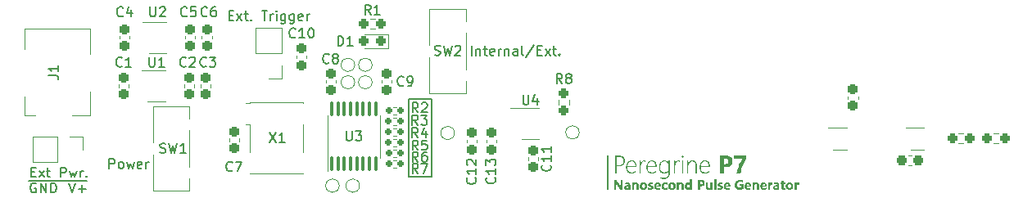
<source format=gto>
%TF.GenerationSoftware,KiCad,Pcbnew,(6.0.2)*%
%TF.CreationDate,2022-05-29T22:25:13-07:00*%
%TF.ProjectId,peregrine,70657265-6772-4696-9e65-2e6b69636164,3*%
%TF.SameCoordinates,Original*%
%TF.FileFunction,Legend,Top*%
%TF.FilePolarity,Positive*%
%FSLAX46Y46*%
G04 Gerber Fmt 4.6, Leading zero omitted, Abs format (unit mm)*
G04 Created by KiCad (PCBNEW (6.0.2)) date 2022-05-29 22:25:13*
%MOMM*%
%LPD*%
G01*
G04 APERTURE LIST*
G04 Aperture macros list*
%AMRoundRect*
0 Rectangle with rounded corners*
0 $1 Rounding radius*
0 $2 $3 $4 $5 $6 $7 $8 $9 X,Y pos of 4 corners*
0 Add a 4 corners polygon primitive as box body*
4,1,4,$2,$3,$4,$5,$6,$7,$8,$9,$2,$3,0*
0 Add four circle primitives for the rounded corners*
1,1,$1+$1,$2,$3*
1,1,$1+$1,$4,$5*
1,1,$1+$1,$6,$7*
1,1,$1+$1,$8,$9*
0 Add four rect primitives between the rounded corners*
20,1,$1+$1,$2,$3,$4,$5,0*
20,1,$1+$1,$4,$5,$6,$7,0*
20,1,$1+$1,$6,$7,$8,$9,0*
20,1,$1+$1,$8,$9,$2,$3,0*%
G04 Aperture macros list end*
%ADD10C,0.150000*%
%ADD11C,0.120000*%
%ADD12C,0.610000*%
%ADD13RoundRect,0.160000X0.197500X0.160000X-0.197500X0.160000X-0.197500X-0.160000X0.197500X-0.160000X0*%
%ADD14R,1.560000X0.650000*%
%ADD15RoundRect,0.237500X-0.237500X0.300000X-0.237500X-0.300000X0.237500X-0.300000X0.237500X0.300000X0*%
%ADD16RoundRect,0.237500X0.237500X-0.250000X0.237500X0.250000X-0.237500X0.250000X-0.237500X-0.250000X0*%
%ADD17RoundRect,0.237500X-0.250000X-0.237500X0.250000X-0.237500X0.250000X0.237500X-0.250000X0.237500X0*%
%ADD18R,2.000000X1.800000*%
%ADD19C,1.000000*%
%ADD20RoundRect,0.100000X0.100000X-0.637500X0.100000X0.637500X-0.100000X0.637500X-0.100000X-0.637500X0*%
%ADD21R,2.700000X1.000000*%
%ADD22RoundRect,0.237500X0.250000X0.237500X-0.250000X0.237500X-0.250000X-0.237500X0.250000X-0.237500X0*%
%ADD23R,1.700000X1.700000*%
%ADD24O,1.700000X1.700000*%
%ADD25RoundRect,0.237500X0.237500X-0.300000X0.237500X0.300000X-0.237500X0.300000X-0.237500X-0.300000X0*%
%ADD26C,2.000000*%
%ADD27C,2.200000*%
%ADD28R,1.500000X0.400000*%
%ADD29RoundRect,0.237500X0.300000X0.237500X-0.300000X0.237500X-0.300000X-0.237500X0.300000X-0.237500X0*%
%ADD30RoundRect,0.237500X0.287500X0.237500X-0.287500X0.237500X-0.287500X-0.237500X0.287500X-0.237500X0*%
%ADD31O,1.500000X4.150000*%
%ADD32O,3.650000X1.500000*%
G04 APERTURE END LIST*
D10*
X96000000Y-112913575D02*
X102000000Y-112913575D01*
X135300000Y-104513575D02*
X137600000Y-104513575D01*
X137600000Y-104513575D02*
X137600000Y-112513575D01*
X137600000Y-112513575D02*
X135300000Y-112513575D01*
X135300000Y-112513575D02*
X135300000Y-104513575D01*
X96738095Y-113213575D02*
X96642857Y-113165955D01*
X96500000Y-113165955D01*
X96357142Y-113213575D01*
X96261904Y-113308813D01*
X96214285Y-113404051D01*
X96166666Y-113594527D01*
X96166666Y-113737384D01*
X96214285Y-113927860D01*
X96261904Y-114023098D01*
X96357142Y-114118336D01*
X96500000Y-114165955D01*
X96595238Y-114165955D01*
X96738095Y-114118336D01*
X96785714Y-114070717D01*
X96785714Y-113737384D01*
X96595238Y-113737384D01*
X97214285Y-114165955D02*
X97214285Y-113165955D01*
X97785714Y-114165955D01*
X97785714Y-113165955D01*
X98261904Y-114165955D02*
X98261904Y-113165955D01*
X98500000Y-113165955D01*
X98642857Y-113213575D01*
X98738095Y-113308813D01*
X98785714Y-113404051D01*
X98833333Y-113594527D01*
X98833333Y-113737384D01*
X98785714Y-113927860D01*
X98738095Y-114023098D01*
X98642857Y-114118336D01*
X98500000Y-114165955D01*
X98261904Y-114165955D01*
X100147619Y-113165955D02*
X100480952Y-114165955D01*
X100814285Y-113165955D01*
X101147619Y-113785003D02*
X101909523Y-113785003D01*
X101528571Y-114165955D02*
X101528571Y-113404051D01*
X104323809Y-111665955D02*
X104323809Y-110665955D01*
X104704761Y-110665955D01*
X104800000Y-110713575D01*
X104847619Y-110761194D01*
X104895238Y-110856432D01*
X104895238Y-110999289D01*
X104847619Y-111094527D01*
X104800000Y-111142146D01*
X104704761Y-111189765D01*
X104323809Y-111189765D01*
X105466666Y-111665955D02*
X105371428Y-111618336D01*
X105323809Y-111570717D01*
X105276190Y-111475479D01*
X105276190Y-111189765D01*
X105323809Y-111094527D01*
X105371428Y-111046908D01*
X105466666Y-110999289D01*
X105609523Y-110999289D01*
X105704761Y-111046908D01*
X105752380Y-111094527D01*
X105800000Y-111189765D01*
X105800000Y-111475479D01*
X105752380Y-111570717D01*
X105704761Y-111618336D01*
X105609523Y-111665955D01*
X105466666Y-111665955D01*
X106133333Y-110999289D02*
X106323809Y-111665955D01*
X106514285Y-111189765D01*
X106704761Y-111665955D01*
X106895238Y-110999289D01*
X107657142Y-111618336D02*
X107561904Y-111665955D01*
X107371428Y-111665955D01*
X107276190Y-111618336D01*
X107228571Y-111523098D01*
X107228571Y-111142146D01*
X107276190Y-111046908D01*
X107371428Y-110999289D01*
X107561904Y-110999289D01*
X107657142Y-111046908D01*
X107704761Y-111142146D01*
X107704761Y-111237384D01*
X107228571Y-111332622D01*
X108133333Y-111665955D02*
X108133333Y-110999289D01*
X108133333Y-111189765D02*
X108180952Y-111094527D01*
X108228571Y-111046908D01*
X108323809Y-110999289D01*
X108419047Y-110999289D01*
X96242857Y-112042146D02*
X96576190Y-112042146D01*
X96719047Y-112565955D02*
X96242857Y-112565955D01*
X96242857Y-111565955D01*
X96719047Y-111565955D01*
X97052380Y-112565955D02*
X97576190Y-111899289D01*
X97052380Y-111899289D02*
X97576190Y-112565955D01*
X97814285Y-111899289D02*
X98195238Y-111899289D01*
X97957142Y-111565955D02*
X97957142Y-112423098D01*
X98004761Y-112518336D01*
X98100000Y-112565955D01*
X98195238Y-112565955D01*
X99290476Y-112565955D02*
X99290476Y-111565955D01*
X99671428Y-111565955D01*
X99766666Y-111613575D01*
X99814285Y-111661194D01*
X99861904Y-111756432D01*
X99861904Y-111899289D01*
X99814285Y-111994527D01*
X99766666Y-112042146D01*
X99671428Y-112089765D01*
X99290476Y-112089765D01*
X100195238Y-111899289D02*
X100385714Y-112565955D01*
X100576190Y-112089765D01*
X100766666Y-112565955D01*
X100957142Y-111899289D01*
X101338095Y-112565955D02*
X101338095Y-111899289D01*
X101338095Y-112089765D02*
X101385714Y-111994527D01*
X101433333Y-111946908D01*
X101528571Y-111899289D01*
X101623809Y-111899289D01*
X101957142Y-112470717D02*
X102004761Y-112518336D01*
X101957142Y-112565955D01*
X101909523Y-112518336D01*
X101957142Y-112470717D01*
X101957142Y-112565955D01*
X116704761Y-95842146D02*
X117038095Y-95842146D01*
X117180952Y-96365955D02*
X116704761Y-96365955D01*
X116704761Y-95365955D01*
X117180952Y-95365955D01*
X117514285Y-96365955D02*
X118038095Y-95699289D01*
X117514285Y-95699289D02*
X118038095Y-96365955D01*
X118276190Y-95699289D02*
X118657142Y-95699289D01*
X118419047Y-95365955D02*
X118419047Y-96223098D01*
X118466666Y-96318336D01*
X118561904Y-96365955D01*
X118657142Y-96365955D01*
X118990476Y-96270717D02*
X119038095Y-96318336D01*
X118990476Y-96365955D01*
X118942857Y-96318336D01*
X118990476Y-96270717D01*
X118990476Y-96365955D01*
X120085714Y-95365955D02*
X120657142Y-95365955D01*
X120371428Y-96365955D02*
X120371428Y-95365955D01*
X120990476Y-96365955D02*
X120990476Y-95699289D01*
X120990476Y-95889765D02*
X121038095Y-95794527D01*
X121085714Y-95746908D01*
X121180952Y-95699289D01*
X121276190Y-95699289D01*
X121609523Y-96365955D02*
X121609523Y-95699289D01*
X121609523Y-95365955D02*
X121561904Y-95413575D01*
X121609523Y-95461194D01*
X121657142Y-95413575D01*
X121609523Y-95365955D01*
X121609523Y-95461194D01*
X122514285Y-95699289D02*
X122514285Y-96508813D01*
X122466666Y-96604051D01*
X122419047Y-96651670D01*
X122323809Y-96699289D01*
X122180952Y-96699289D01*
X122085714Y-96651670D01*
X122514285Y-96318336D02*
X122419047Y-96365955D01*
X122228571Y-96365955D01*
X122133333Y-96318336D01*
X122085714Y-96270717D01*
X122038095Y-96175479D01*
X122038095Y-95889765D01*
X122085714Y-95794527D01*
X122133333Y-95746908D01*
X122228571Y-95699289D01*
X122419047Y-95699289D01*
X122514285Y-95746908D01*
X123419047Y-95699289D02*
X123419047Y-96508813D01*
X123371428Y-96604051D01*
X123323809Y-96651670D01*
X123228571Y-96699289D01*
X123085714Y-96699289D01*
X122990476Y-96651670D01*
X123419047Y-96318336D02*
X123323809Y-96365955D01*
X123133333Y-96365955D01*
X123038095Y-96318336D01*
X122990476Y-96270717D01*
X122942857Y-96175479D01*
X122942857Y-95889765D01*
X122990476Y-95794527D01*
X123038095Y-95746908D01*
X123133333Y-95699289D01*
X123323809Y-95699289D01*
X123419047Y-95746908D01*
X124276190Y-96318336D02*
X124180952Y-96365955D01*
X123990476Y-96365955D01*
X123895238Y-96318336D01*
X123847619Y-96223098D01*
X123847619Y-95842146D01*
X123895238Y-95746908D01*
X123990476Y-95699289D01*
X124180952Y-95699289D01*
X124276190Y-95746908D01*
X124323809Y-95842146D01*
X124323809Y-95937384D01*
X123847619Y-96032622D01*
X124752380Y-96365955D02*
X124752380Y-95699289D01*
X124752380Y-95889765D02*
X124800000Y-95794527D01*
X124847619Y-95746908D01*
X124942857Y-95699289D01*
X125038095Y-95699289D01*
X141752380Y-99965955D02*
X141752380Y-98965955D01*
X142228571Y-99299289D02*
X142228571Y-99965955D01*
X142228571Y-99394527D02*
X142276190Y-99346908D01*
X142371428Y-99299289D01*
X142514285Y-99299289D01*
X142609523Y-99346908D01*
X142657142Y-99442146D01*
X142657142Y-99965955D01*
X142990476Y-99299289D02*
X143371428Y-99299289D01*
X143133333Y-98965955D02*
X143133333Y-99823098D01*
X143180952Y-99918336D01*
X143276190Y-99965955D01*
X143371428Y-99965955D01*
X144085714Y-99918336D02*
X143990476Y-99965955D01*
X143800000Y-99965955D01*
X143704761Y-99918336D01*
X143657142Y-99823098D01*
X143657142Y-99442146D01*
X143704761Y-99346908D01*
X143800000Y-99299289D01*
X143990476Y-99299289D01*
X144085714Y-99346908D01*
X144133333Y-99442146D01*
X144133333Y-99537384D01*
X143657142Y-99632622D01*
X144561904Y-99965955D02*
X144561904Y-99299289D01*
X144561904Y-99489765D02*
X144609523Y-99394527D01*
X144657142Y-99346908D01*
X144752380Y-99299289D01*
X144847619Y-99299289D01*
X145180952Y-99299289D02*
X145180952Y-99965955D01*
X145180952Y-99394527D02*
X145228571Y-99346908D01*
X145323809Y-99299289D01*
X145466666Y-99299289D01*
X145561904Y-99346908D01*
X145609523Y-99442146D01*
X145609523Y-99965955D01*
X146514285Y-99965955D02*
X146514285Y-99442146D01*
X146466666Y-99346908D01*
X146371428Y-99299289D01*
X146180952Y-99299289D01*
X146085714Y-99346908D01*
X146514285Y-99918336D02*
X146419047Y-99965955D01*
X146180952Y-99965955D01*
X146085714Y-99918336D01*
X146038095Y-99823098D01*
X146038095Y-99727860D01*
X146085714Y-99632622D01*
X146180952Y-99585003D01*
X146419047Y-99585003D01*
X146514285Y-99537384D01*
X147133333Y-99965955D02*
X147038095Y-99918336D01*
X146990476Y-99823098D01*
X146990476Y-98965955D01*
X148228571Y-98918336D02*
X147371428Y-100204051D01*
X148561904Y-99442146D02*
X148895238Y-99442146D01*
X149038095Y-99965955D02*
X148561904Y-99965955D01*
X148561904Y-98965955D01*
X149038095Y-98965955D01*
X149371428Y-99965955D02*
X149895238Y-99299289D01*
X149371428Y-99299289D02*
X149895238Y-99965955D01*
X150133333Y-99299289D02*
X150514285Y-99299289D01*
X150276190Y-98965955D02*
X150276190Y-99823098D01*
X150323809Y-99918336D01*
X150419047Y-99965955D01*
X150514285Y-99965955D01*
X150847619Y-99870717D02*
X150895238Y-99918336D01*
X150847619Y-99965955D01*
X150800000Y-99918336D01*
X150847619Y-99870717D01*
X150847619Y-99965955D01*
%TO.C,R2*%
X136233333Y-105865955D02*
X135900000Y-105389765D01*
X135661904Y-105865955D02*
X135661904Y-104865955D01*
X136042857Y-104865955D01*
X136138095Y-104913575D01*
X136185714Y-104961194D01*
X136233333Y-105056432D01*
X136233333Y-105199289D01*
X136185714Y-105294527D01*
X136138095Y-105342146D01*
X136042857Y-105389765D01*
X135661904Y-105389765D01*
X136614285Y-104961194D02*
X136661904Y-104913575D01*
X136757142Y-104865955D01*
X136995238Y-104865955D01*
X137090476Y-104913575D01*
X137138095Y-104961194D01*
X137185714Y-105056432D01*
X137185714Y-105151670D01*
X137138095Y-105294527D01*
X136566666Y-105865955D01*
X137185714Y-105865955D01*
%TO.C,R7*%
X136233333Y-112165955D02*
X135900000Y-111689765D01*
X135661904Y-112165955D02*
X135661904Y-111165955D01*
X136042857Y-111165955D01*
X136138095Y-111213575D01*
X136185714Y-111261194D01*
X136233333Y-111356432D01*
X136233333Y-111499289D01*
X136185714Y-111594527D01*
X136138095Y-111642146D01*
X136042857Y-111689765D01*
X135661904Y-111689765D01*
X136566666Y-111165955D02*
X137233333Y-111165955D01*
X136804761Y-112165955D01*
%TO.C,U4*%
X147088095Y-104052380D02*
X147088095Y-104861904D01*
X147135714Y-104957142D01*
X147183333Y-105004761D01*
X147278571Y-105052380D01*
X147469047Y-105052380D01*
X147564285Y-105004761D01*
X147611904Y-104957142D01*
X147659523Y-104861904D01*
X147659523Y-104052380D01*
X148564285Y-104385714D02*
X148564285Y-105052380D01*
X148326190Y-104004761D02*
X148088095Y-104719047D01*
X148707142Y-104719047D01*
%TO.C,C1*%
X105633333Y-101057142D02*
X105585714Y-101104761D01*
X105442857Y-101152380D01*
X105347619Y-101152380D01*
X105204761Y-101104761D01*
X105109523Y-101009523D01*
X105061904Y-100914285D01*
X105014285Y-100723809D01*
X105014285Y-100580952D01*
X105061904Y-100390476D01*
X105109523Y-100295238D01*
X105204761Y-100200000D01*
X105347619Y-100152380D01*
X105442857Y-100152380D01*
X105585714Y-100200000D01*
X105633333Y-100247619D01*
X106585714Y-101152380D02*
X106014285Y-101152380D01*
X106300000Y-101152380D02*
X106300000Y-100152380D01*
X106204761Y-100295238D01*
X106109523Y-100390476D01*
X106014285Y-100438095D01*
%TO.C,U1*%
X108438095Y-100152380D02*
X108438095Y-100961904D01*
X108485714Y-101057142D01*
X108533333Y-101104761D01*
X108628571Y-101152380D01*
X108819047Y-101152380D01*
X108914285Y-101104761D01*
X108961904Y-101057142D01*
X109009523Y-100961904D01*
X109009523Y-100152380D01*
X110009523Y-101152380D02*
X109438095Y-101152380D01*
X109723809Y-101152380D02*
X109723809Y-100152380D01*
X109628571Y-100295238D01*
X109533333Y-100390476D01*
X109438095Y-100438095D01*
%TO.C,U2*%
X108538095Y-94952380D02*
X108538095Y-95761904D01*
X108585714Y-95857142D01*
X108633333Y-95904761D01*
X108728571Y-95952380D01*
X108919047Y-95952380D01*
X109014285Y-95904761D01*
X109061904Y-95857142D01*
X109109523Y-95761904D01*
X109109523Y-94952380D01*
X109538095Y-95047619D02*
X109585714Y-95000000D01*
X109680952Y-94952380D01*
X109919047Y-94952380D01*
X110014285Y-95000000D01*
X110061904Y-95047619D01*
X110109523Y-95142857D01*
X110109523Y-95238095D01*
X110061904Y-95380952D01*
X109490476Y-95952380D01*
X110109523Y-95952380D01*
%TO.C,R8*%
X151133333Y-102865955D02*
X150800000Y-102389765D01*
X150561904Y-102865955D02*
X150561904Y-101865955D01*
X150942857Y-101865955D01*
X151038095Y-101913575D01*
X151085714Y-101961194D01*
X151133333Y-102056432D01*
X151133333Y-102199289D01*
X151085714Y-102294527D01*
X151038095Y-102342146D01*
X150942857Y-102389765D01*
X150561904Y-102389765D01*
X151704761Y-102294527D02*
X151609523Y-102246908D01*
X151561904Y-102199289D01*
X151514285Y-102104051D01*
X151514285Y-102056432D01*
X151561904Y-101961194D01*
X151609523Y-101913575D01*
X151704761Y-101865955D01*
X151895238Y-101865955D01*
X151990476Y-101913575D01*
X152038095Y-101961194D01*
X152085714Y-102056432D01*
X152085714Y-102104051D01*
X152038095Y-102199289D01*
X151990476Y-102246908D01*
X151895238Y-102294527D01*
X151704761Y-102294527D01*
X151609523Y-102342146D01*
X151561904Y-102389765D01*
X151514285Y-102485003D01*
X151514285Y-102675479D01*
X151561904Y-102770717D01*
X151609523Y-102818336D01*
X151704761Y-102865955D01*
X151895238Y-102865955D01*
X151990476Y-102818336D01*
X152038095Y-102770717D01*
X152085714Y-102675479D01*
X152085714Y-102485003D01*
X152038095Y-102389765D01*
X151990476Y-102342146D01*
X151895238Y-102294527D01*
%TO.C,C13*%
X144157142Y-112617857D02*
X144204761Y-112665476D01*
X144252380Y-112808333D01*
X144252380Y-112903571D01*
X144204761Y-113046428D01*
X144109523Y-113141666D01*
X144014285Y-113189285D01*
X143823809Y-113236904D01*
X143680952Y-113236904D01*
X143490476Y-113189285D01*
X143395238Y-113141666D01*
X143300000Y-113046428D01*
X143252380Y-112903571D01*
X143252380Y-112808333D01*
X143300000Y-112665476D01*
X143347619Y-112617857D01*
X144252380Y-111665476D02*
X144252380Y-112236904D01*
X144252380Y-111951190D02*
X143252380Y-111951190D01*
X143395238Y-112046428D01*
X143490476Y-112141666D01*
X143538095Y-112236904D01*
X143252380Y-111332142D02*
X143252380Y-110713095D01*
X143633333Y-111046428D01*
X143633333Y-110903571D01*
X143680952Y-110808333D01*
X143728571Y-110760714D01*
X143823809Y-110713095D01*
X144061904Y-110713095D01*
X144157142Y-110760714D01*
X144204761Y-110808333D01*
X144252380Y-110903571D01*
X144252380Y-111189285D01*
X144204761Y-111284523D01*
X144157142Y-111332142D01*
%TO.C,R1*%
X131333333Y-95752380D02*
X131000000Y-95276190D01*
X130761904Y-95752380D02*
X130761904Y-94752380D01*
X131142857Y-94752380D01*
X131238095Y-94800000D01*
X131285714Y-94847619D01*
X131333333Y-94942857D01*
X131333333Y-95085714D01*
X131285714Y-95180952D01*
X131238095Y-95228571D01*
X131142857Y-95276190D01*
X130761904Y-95276190D01*
X132285714Y-95752380D02*
X131714285Y-95752380D01*
X132000000Y-95752380D02*
X132000000Y-94752380D01*
X131904761Y-94895238D01*
X131809523Y-94990476D01*
X131714285Y-95038095D01*
%TO.C,X1*%
X120890476Y-107965955D02*
X121557142Y-108965955D01*
X121557142Y-107965955D02*
X120890476Y-108965955D01*
X122461904Y-108965955D02*
X121890476Y-108965955D01*
X122176190Y-108965955D02*
X122176190Y-107965955D01*
X122080952Y-108108813D01*
X121985714Y-108204051D01*
X121890476Y-108251670D01*
%TO.C,C6*%
X114433333Y-95857142D02*
X114385714Y-95904761D01*
X114242857Y-95952380D01*
X114147619Y-95952380D01*
X114004761Y-95904761D01*
X113909523Y-95809523D01*
X113861904Y-95714285D01*
X113814285Y-95523809D01*
X113814285Y-95380952D01*
X113861904Y-95190476D01*
X113909523Y-95095238D01*
X114004761Y-95000000D01*
X114147619Y-94952380D01*
X114242857Y-94952380D01*
X114385714Y-95000000D01*
X114433333Y-95047619D01*
X115290476Y-94952380D02*
X115100000Y-94952380D01*
X115004761Y-95000000D01*
X114957142Y-95047619D01*
X114861904Y-95190476D01*
X114814285Y-95380952D01*
X114814285Y-95761904D01*
X114861904Y-95857142D01*
X114909523Y-95904761D01*
X115004761Y-95952380D01*
X115195238Y-95952380D01*
X115290476Y-95904761D01*
X115338095Y-95857142D01*
X115385714Y-95761904D01*
X115385714Y-95523809D01*
X115338095Y-95428571D01*
X115290476Y-95380952D01*
X115195238Y-95333333D01*
X115004761Y-95333333D01*
X114909523Y-95380952D01*
X114861904Y-95428571D01*
X114814285Y-95523809D01*
%TO.C,U3*%
X128825646Y-107803017D02*
X128825646Y-108612541D01*
X128873265Y-108707779D01*
X128920884Y-108755398D01*
X129016122Y-108803017D01*
X129206598Y-108803017D01*
X129301836Y-108755398D01*
X129349455Y-108707779D01*
X129397074Y-108612541D01*
X129397074Y-107803017D01*
X129778027Y-107803017D02*
X130397074Y-107803017D01*
X130063741Y-108183970D01*
X130206598Y-108183970D01*
X130301836Y-108231589D01*
X130349455Y-108279208D01*
X130397074Y-108374446D01*
X130397074Y-108612541D01*
X130349455Y-108707779D01*
X130301836Y-108755398D01*
X130206598Y-108803017D01*
X129920884Y-108803017D01*
X129825646Y-108755398D01*
X129778027Y-108707779D01*
%TO.C,SW2*%
X137966666Y-99918336D02*
X138109523Y-99965955D01*
X138347619Y-99965955D01*
X138442857Y-99918336D01*
X138490476Y-99870717D01*
X138538095Y-99775479D01*
X138538095Y-99680241D01*
X138490476Y-99585003D01*
X138442857Y-99537384D01*
X138347619Y-99489765D01*
X138157142Y-99442146D01*
X138061904Y-99394527D01*
X138014285Y-99346908D01*
X137966666Y-99251670D01*
X137966666Y-99156432D01*
X138014285Y-99061194D01*
X138061904Y-99013575D01*
X138157142Y-98965955D01*
X138395238Y-98965955D01*
X138538095Y-99013575D01*
X138871428Y-98965955D02*
X139109523Y-99965955D01*
X139300000Y-99251670D01*
X139490476Y-99965955D01*
X139728571Y-98965955D01*
X140061904Y-99061194D02*
X140109523Y-99013575D01*
X140204761Y-98965955D01*
X140442857Y-98965955D01*
X140538095Y-99013575D01*
X140585714Y-99061194D01*
X140633333Y-99156432D01*
X140633333Y-99251670D01*
X140585714Y-99394527D01*
X140014285Y-99965955D01*
X140633333Y-99965955D01*
%TO.C,R3*%
X136218384Y-107165955D02*
X135885051Y-106689765D01*
X135646955Y-107165955D02*
X135646955Y-106165955D01*
X136027908Y-106165955D01*
X136123146Y-106213575D01*
X136170765Y-106261194D01*
X136218384Y-106356432D01*
X136218384Y-106499289D01*
X136170765Y-106594527D01*
X136123146Y-106642146D01*
X136027908Y-106689765D01*
X135646955Y-106689765D01*
X136551717Y-106165955D02*
X137170765Y-106165955D01*
X136837431Y-106546908D01*
X136980289Y-106546908D01*
X137075527Y-106594527D01*
X137123146Y-106642146D01*
X137170765Y-106737384D01*
X137170765Y-106975479D01*
X137123146Y-107070717D01*
X137075527Y-107118336D01*
X136980289Y-107165955D01*
X136694574Y-107165955D01*
X136599336Y-107118336D01*
X136551717Y-107070717D01*
%TO.C,C3*%
X114333333Y-101057142D02*
X114285714Y-101104761D01*
X114142857Y-101152380D01*
X114047619Y-101152380D01*
X113904761Y-101104761D01*
X113809523Y-101009523D01*
X113761904Y-100914285D01*
X113714285Y-100723809D01*
X113714285Y-100580952D01*
X113761904Y-100390476D01*
X113809523Y-100295238D01*
X113904761Y-100200000D01*
X114047619Y-100152380D01*
X114142857Y-100152380D01*
X114285714Y-100200000D01*
X114333333Y-100247619D01*
X114666666Y-100152380D02*
X115285714Y-100152380D01*
X114952380Y-100533333D01*
X115095238Y-100533333D01*
X115190476Y-100580952D01*
X115238095Y-100628571D01*
X115285714Y-100723809D01*
X115285714Y-100961904D01*
X115238095Y-101057142D01*
X115190476Y-101104761D01*
X115095238Y-101152380D01*
X114809523Y-101152380D01*
X114714285Y-101104761D01*
X114666666Y-101057142D01*
%TO.C,SW1*%
X109566666Y-110018336D02*
X109709523Y-110065955D01*
X109947619Y-110065955D01*
X110042857Y-110018336D01*
X110090476Y-109970717D01*
X110138095Y-109875479D01*
X110138095Y-109780241D01*
X110090476Y-109685003D01*
X110042857Y-109637384D01*
X109947619Y-109589765D01*
X109757142Y-109542146D01*
X109661904Y-109494527D01*
X109614285Y-109446908D01*
X109566666Y-109351670D01*
X109566666Y-109256432D01*
X109614285Y-109161194D01*
X109661904Y-109113575D01*
X109757142Y-109065955D01*
X109995238Y-109065955D01*
X110138095Y-109113575D01*
X110471428Y-109065955D02*
X110709523Y-110065955D01*
X110900000Y-109351670D01*
X111090476Y-110065955D01*
X111328571Y-109065955D01*
X112233333Y-110065955D02*
X111661904Y-110065955D01*
X111947619Y-110065955D02*
X111947619Y-109065955D01*
X111852380Y-109208813D01*
X111757142Y-109304051D01*
X111661904Y-109351670D01*
%TO.C,C5*%
X112333333Y-95857142D02*
X112285714Y-95904761D01*
X112142857Y-95952380D01*
X112047619Y-95952380D01*
X111904761Y-95904761D01*
X111809523Y-95809523D01*
X111761904Y-95714285D01*
X111714285Y-95523809D01*
X111714285Y-95380952D01*
X111761904Y-95190476D01*
X111809523Y-95095238D01*
X111904761Y-95000000D01*
X112047619Y-94952380D01*
X112142857Y-94952380D01*
X112285714Y-95000000D01*
X112333333Y-95047619D01*
X113238095Y-94952380D02*
X112761904Y-94952380D01*
X112714285Y-95428571D01*
X112761904Y-95380952D01*
X112857142Y-95333333D01*
X113095238Y-95333333D01*
X113190476Y-95380952D01*
X113238095Y-95428571D01*
X113285714Y-95523809D01*
X113285714Y-95761904D01*
X113238095Y-95857142D01*
X113190476Y-95904761D01*
X113095238Y-95952380D01*
X112857142Y-95952380D01*
X112761904Y-95904761D01*
X112714285Y-95857142D01*
%TO.C,C7*%
X117033333Y-111870717D02*
X116985714Y-111918336D01*
X116842857Y-111965955D01*
X116747619Y-111965955D01*
X116604761Y-111918336D01*
X116509523Y-111823098D01*
X116461904Y-111727860D01*
X116414285Y-111537384D01*
X116414285Y-111394527D01*
X116461904Y-111204051D01*
X116509523Y-111108813D01*
X116604761Y-111013575D01*
X116747619Y-110965955D01*
X116842857Y-110965955D01*
X116985714Y-111013575D01*
X117033333Y-111061194D01*
X117366666Y-110965955D02*
X118033333Y-110965955D01*
X117604761Y-111965955D01*
%TO.C,C2*%
X112233333Y-101057142D02*
X112185714Y-101104761D01*
X112042857Y-101152380D01*
X111947619Y-101152380D01*
X111804761Y-101104761D01*
X111709523Y-101009523D01*
X111661904Y-100914285D01*
X111614285Y-100723809D01*
X111614285Y-100580952D01*
X111661904Y-100390476D01*
X111709523Y-100295238D01*
X111804761Y-100200000D01*
X111947619Y-100152380D01*
X112042857Y-100152380D01*
X112185714Y-100200000D01*
X112233333Y-100247619D01*
X112614285Y-100247619D02*
X112661904Y-100200000D01*
X112757142Y-100152380D01*
X112995238Y-100152380D01*
X113090476Y-100200000D01*
X113138095Y-100247619D01*
X113185714Y-100342857D01*
X113185714Y-100438095D01*
X113138095Y-100580952D01*
X112566666Y-101152380D01*
X113185714Y-101152380D01*
%TO.C,C10*%
X123557142Y-98057142D02*
X123509523Y-98104761D01*
X123366666Y-98152380D01*
X123271428Y-98152380D01*
X123128571Y-98104761D01*
X123033333Y-98009523D01*
X122985714Y-97914285D01*
X122938095Y-97723809D01*
X122938095Y-97580952D01*
X122985714Y-97390476D01*
X123033333Y-97295238D01*
X123128571Y-97200000D01*
X123271428Y-97152380D01*
X123366666Y-97152380D01*
X123509523Y-97200000D01*
X123557142Y-97247619D01*
X124509523Y-98152380D02*
X123938095Y-98152380D01*
X124223809Y-98152380D02*
X124223809Y-97152380D01*
X124128571Y-97295238D01*
X124033333Y-97390476D01*
X123938095Y-97438095D01*
X125128571Y-97152380D02*
X125223809Y-97152380D01*
X125319047Y-97200000D01*
X125366666Y-97247619D01*
X125414285Y-97342857D01*
X125461904Y-97533333D01*
X125461904Y-97771428D01*
X125414285Y-97961904D01*
X125366666Y-98057142D01*
X125319047Y-98104761D01*
X125223809Y-98152380D01*
X125128571Y-98152380D01*
X125033333Y-98104761D01*
X124985714Y-98057142D01*
X124938095Y-97961904D01*
X124890476Y-97771428D01*
X124890476Y-97533333D01*
X124938095Y-97342857D01*
X124985714Y-97247619D01*
X125033333Y-97200000D01*
X125128571Y-97152380D01*
%TO.C,C8*%
X127020884Y-100707779D02*
X126973265Y-100755398D01*
X126830408Y-100803017D01*
X126735170Y-100803017D01*
X126592312Y-100755398D01*
X126497074Y-100660160D01*
X126449455Y-100564922D01*
X126401836Y-100374446D01*
X126401836Y-100231589D01*
X126449455Y-100041113D01*
X126497074Y-99945875D01*
X126592312Y-99850637D01*
X126735170Y-99803017D01*
X126830408Y-99803017D01*
X126973265Y-99850637D01*
X127020884Y-99898256D01*
X127592312Y-100231589D02*
X127497074Y-100183970D01*
X127449455Y-100136351D01*
X127401836Y-100041113D01*
X127401836Y-99993494D01*
X127449455Y-99898256D01*
X127497074Y-99850637D01*
X127592312Y-99803017D01*
X127782789Y-99803017D01*
X127878027Y-99850637D01*
X127925646Y-99898256D01*
X127973265Y-99993494D01*
X127973265Y-100041113D01*
X127925646Y-100136351D01*
X127878027Y-100183970D01*
X127782789Y-100231589D01*
X127592312Y-100231589D01*
X127497074Y-100279208D01*
X127449455Y-100326827D01*
X127401836Y-100422065D01*
X127401836Y-100612541D01*
X127449455Y-100707779D01*
X127497074Y-100755398D01*
X127592312Y-100803017D01*
X127782789Y-100803017D01*
X127878027Y-100755398D01*
X127925646Y-100707779D01*
X127973265Y-100612541D01*
X127973265Y-100422065D01*
X127925646Y-100326827D01*
X127878027Y-100279208D01*
X127782789Y-100231589D01*
%TO.C,C4*%
X105733333Y-95857142D02*
X105685714Y-95904761D01*
X105542857Y-95952380D01*
X105447619Y-95952380D01*
X105304761Y-95904761D01*
X105209523Y-95809523D01*
X105161904Y-95714285D01*
X105114285Y-95523809D01*
X105114285Y-95380952D01*
X105161904Y-95190476D01*
X105209523Y-95095238D01*
X105304761Y-95000000D01*
X105447619Y-94952380D01*
X105542857Y-94952380D01*
X105685714Y-95000000D01*
X105733333Y-95047619D01*
X106590476Y-95285714D02*
X106590476Y-95952380D01*
X106352380Y-94904761D02*
X106114285Y-95619047D01*
X106733333Y-95619047D01*
%TO.C,C12*%
X142157142Y-112642857D02*
X142204761Y-112690476D01*
X142252380Y-112833333D01*
X142252380Y-112928571D01*
X142204761Y-113071428D01*
X142109523Y-113166666D01*
X142014285Y-113214285D01*
X141823809Y-113261904D01*
X141680952Y-113261904D01*
X141490476Y-113214285D01*
X141395238Y-113166666D01*
X141300000Y-113071428D01*
X141252380Y-112928571D01*
X141252380Y-112833333D01*
X141300000Y-112690476D01*
X141347619Y-112642857D01*
X142252380Y-111690476D02*
X142252380Y-112261904D01*
X142252380Y-111976190D02*
X141252380Y-111976190D01*
X141395238Y-112071428D01*
X141490476Y-112166666D01*
X141538095Y-112261904D01*
X141347619Y-111309523D02*
X141300000Y-111261904D01*
X141252380Y-111166666D01*
X141252380Y-110928571D01*
X141300000Y-110833333D01*
X141347619Y-110785714D01*
X141442857Y-110738095D01*
X141538095Y-110738095D01*
X141680952Y-110785714D01*
X142252380Y-111357142D01*
X142252380Y-110738095D01*
%TO.C,R5*%
X136223384Y-109765955D02*
X135890051Y-109289765D01*
X135651955Y-109765955D02*
X135651955Y-108765955D01*
X136032908Y-108765955D01*
X136128146Y-108813575D01*
X136175765Y-108861194D01*
X136223384Y-108956432D01*
X136223384Y-109099289D01*
X136175765Y-109194527D01*
X136128146Y-109242146D01*
X136032908Y-109289765D01*
X135651955Y-109289765D01*
X137128146Y-108765955D02*
X136651955Y-108765955D01*
X136604336Y-109242146D01*
X136651955Y-109194527D01*
X136747193Y-109146908D01*
X136985289Y-109146908D01*
X137080527Y-109194527D01*
X137128146Y-109242146D01*
X137175765Y-109337384D01*
X137175765Y-109575479D01*
X137128146Y-109670717D01*
X137080527Y-109718336D01*
X136985289Y-109765955D01*
X136747193Y-109765955D01*
X136651955Y-109718336D01*
X136604336Y-109670717D01*
%TO.C,C9*%
X134733333Y-103045279D02*
X134685714Y-103092898D01*
X134542857Y-103140517D01*
X134447619Y-103140517D01*
X134304761Y-103092898D01*
X134209523Y-102997660D01*
X134161904Y-102902422D01*
X134114285Y-102711946D01*
X134114285Y-102569089D01*
X134161904Y-102378613D01*
X134209523Y-102283375D01*
X134304761Y-102188137D01*
X134447619Y-102140517D01*
X134542857Y-102140517D01*
X134685714Y-102188137D01*
X134733333Y-102235756D01*
X135209523Y-103140517D02*
X135400000Y-103140517D01*
X135495238Y-103092898D01*
X135542857Y-103045279D01*
X135638095Y-102902422D01*
X135685714Y-102711946D01*
X135685714Y-102330994D01*
X135638095Y-102235756D01*
X135590476Y-102188137D01*
X135495238Y-102140517D01*
X135304761Y-102140517D01*
X135209523Y-102188137D01*
X135161904Y-102235756D01*
X135114285Y-102330994D01*
X135114285Y-102569089D01*
X135161904Y-102664327D01*
X135209523Y-102711946D01*
X135304761Y-102759565D01*
X135495238Y-102759565D01*
X135590476Y-102711946D01*
X135638095Y-102664327D01*
X135685714Y-102569089D01*
%TO.C,R4*%
X136220884Y-108465955D02*
X135887551Y-107989765D01*
X135649455Y-108465955D02*
X135649455Y-107465955D01*
X136030408Y-107465955D01*
X136125646Y-107513575D01*
X136173265Y-107561194D01*
X136220884Y-107656432D01*
X136220884Y-107799289D01*
X136173265Y-107894527D01*
X136125646Y-107942146D01*
X136030408Y-107989765D01*
X135649455Y-107989765D01*
X137078027Y-107799289D02*
X137078027Y-108465955D01*
X136839931Y-107418336D02*
X136601836Y-108132622D01*
X137220884Y-108132622D01*
%TO.C,D1*%
X127961904Y-98965955D02*
X127961904Y-97965955D01*
X128200000Y-97965955D01*
X128342857Y-98013575D01*
X128438095Y-98108813D01*
X128485714Y-98204051D01*
X128533333Y-98394527D01*
X128533333Y-98537384D01*
X128485714Y-98727860D01*
X128438095Y-98823098D01*
X128342857Y-98918336D01*
X128200000Y-98965955D01*
X127961904Y-98965955D01*
X129485714Y-98965955D02*
X128914285Y-98965955D01*
X129200000Y-98965955D02*
X129200000Y-97965955D01*
X129104761Y-98108813D01*
X129009523Y-98204051D01*
X128914285Y-98251670D01*
%TO.C,J1*%
X98052380Y-102046908D02*
X98766666Y-102046908D01*
X98909523Y-102094527D01*
X99004761Y-102189765D01*
X99052380Y-102332622D01*
X99052380Y-102427860D01*
X99052380Y-101046908D02*
X99052380Y-101618336D01*
X99052380Y-101332622D02*
X98052380Y-101332622D01*
X98195238Y-101427860D01*
X98290476Y-101523098D01*
X98338095Y-101618336D01*
%TO.C,C11*%
X149887142Y-111305357D02*
X149934761Y-111352976D01*
X149982380Y-111495833D01*
X149982380Y-111591071D01*
X149934761Y-111733928D01*
X149839523Y-111829166D01*
X149744285Y-111876785D01*
X149553809Y-111924404D01*
X149410952Y-111924404D01*
X149220476Y-111876785D01*
X149125238Y-111829166D01*
X149030000Y-111733928D01*
X148982380Y-111591071D01*
X148982380Y-111495833D01*
X149030000Y-111352976D01*
X149077619Y-111305357D01*
X149982380Y-110352976D02*
X149982380Y-110924404D01*
X149982380Y-110638690D02*
X148982380Y-110638690D01*
X149125238Y-110733928D01*
X149220476Y-110829166D01*
X149268095Y-110924404D01*
X149982380Y-109400595D02*
X149982380Y-109972023D01*
X149982380Y-109686309D02*
X148982380Y-109686309D01*
X149125238Y-109781547D01*
X149220476Y-109876785D01*
X149268095Y-109972023D01*
%TO.C,R6*%
X136233333Y-110965955D02*
X135900000Y-110489765D01*
X135661904Y-110965955D02*
X135661904Y-109965955D01*
X136042857Y-109965955D01*
X136138095Y-110013575D01*
X136185714Y-110061194D01*
X136233333Y-110156432D01*
X136233333Y-110299289D01*
X136185714Y-110394527D01*
X136138095Y-110442146D01*
X136042857Y-110489765D01*
X135661904Y-110489765D01*
X137090476Y-109965955D02*
X136900000Y-109965955D01*
X136804761Y-110013575D01*
X136757142Y-110061194D01*
X136661904Y-110204051D01*
X136614285Y-110394527D01*
X136614285Y-110775479D01*
X136661904Y-110870717D01*
X136709523Y-110918336D01*
X136804761Y-110965955D01*
X136995238Y-110965955D01*
X137090476Y-110918336D01*
X137138095Y-110870717D01*
X137185714Y-110775479D01*
X137185714Y-110537384D01*
X137138095Y-110442146D01*
X137090476Y-110394527D01*
X136995238Y-110346908D01*
X136804761Y-110346908D01*
X136709523Y-110394527D01*
X136661904Y-110442146D01*
X136614285Y-110537384D01*
D11*
%TO.C,R2*%
X133967621Y-105333575D02*
X133632379Y-105333575D01*
X133967621Y-106093575D02*
X133632379Y-106093575D01*
%TO.C,R7*%
X133967621Y-111593575D02*
X133632379Y-111593575D01*
X133967621Y-110833575D02*
X133632379Y-110833575D01*
%TO.C,U4*%
X146950000Y-108610000D02*
X148750000Y-108610000D01*
X148750000Y-105390000D02*
X145800000Y-105390000D01*
%TO.C,C1*%
X106310000Y-102967308D02*
X106310000Y-103259842D01*
X105290000Y-102967308D02*
X105290000Y-103259842D01*
%TO.C,U1*%
X110100000Y-101503575D02*
X107650000Y-101503575D01*
X108300000Y-104723575D02*
X110100000Y-104723575D01*
%TO.C,U2*%
X110200000Y-96503575D02*
X107750000Y-96503575D01*
X108400000Y-99723575D02*
X110200000Y-99723575D01*
%TO.C,R8*%
X150777500Y-105054724D02*
X150777500Y-104545276D01*
X151822500Y-105054724D02*
X151822500Y-104545276D01*
%TO.C,C13*%
X144310000Y-108691233D02*
X144310000Y-108983767D01*
X143290000Y-108691233D02*
X143290000Y-108983767D01*
%TO.C,R1*%
X131257776Y-96191075D02*
X131767224Y-96191075D01*
X131257776Y-97236075D02*
X131767224Y-97236075D01*
%TO.C,X1*%
X118860000Y-104813575D02*
X124340000Y-104813575D01*
X118860000Y-112213575D02*
X118860000Y-112153575D01*
X118860000Y-109953575D02*
X118860000Y-107073575D01*
X124340000Y-104813575D02*
X124340000Y-104873575D01*
X124340000Y-112153575D02*
X124340000Y-112213575D01*
X118400000Y-104873575D02*
X118860000Y-104873575D01*
X118860000Y-104873575D02*
X118860000Y-104813575D01*
X118860000Y-107073575D02*
X118400000Y-107073575D01*
X124340000Y-107073575D02*
X124340000Y-109953575D01*
X124340000Y-112213575D02*
X118860000Y-112213575D01*
%TO.C,G\u002A\u002A\u002A*%
G36*
X161850136Y-113122558D02*
G01*
X161892054Y-113124932D01*
X161928938Y-113128880D01*
X161957578Y-113134333D01*
X161963162Y-113135951D01*
X161995576Y-113146333D01*
X161995576Y-113241792D01*
X161995430Y-113274545D01*
X161995027Y-113302451D01*
X161994420Y-113323410D01*
X161993661Y-113335318D01*
X161993182Y-113337250D01*
X161986860Y-113334798D01*
X161972312Y-113328309D01*
X161952449Y-113319089D01*
X161948420Y-113317186D01*
X161924546Y-113306763D01*
X161903676Y-113300370D01*
X161880699Y-113296854D01*
X161850502Y-113295059D01*
X161850486Y-113295058D01*
X161819435Y-113294612D01*
X161795960Y-113296362D01*
X161775392Y-113300882D01*
X161759489Y-113306279D01*
X161719942Y-113327458D01*
X161686659Y-113358033D01*
X161661939Y-113395709D01*
X161655841Y-113409865D01*
X161645903Y-113448743D01*
X161642022Y-113493174D01*
X161644290Y-113537900D01*
X161652794Y-113577666D01*
X161652973Y-113578209D01*
X161669053Y-113610733D01*
X161693636Y-113641491D01*
X161723398Y-113667084D01*
X161755013Y-113684117D01*
X161757484Y-113684995D01*
X161795956Y-113693315D01*
X161839671Y-113695037D01*
X161884667Y-113690606D01*
X161926986Y-113680466D01*
X161962668Y-113665061D01*
X161968789Y-113661302D01*
X161978910Y-113655230D01*
X161986111Y-113653342D01*
X161990838Y-113657072D01*
X161993537Y-113667854D01*
X161994655Y-113687121D01*
X161994637Y-113716309D01*
X161994197Y-113742944D01*
X161992489Y-113833761D01*
X161949270Y-113848976D01*
X161931276Y-113854849D01*
X161914076Y-113859100D01*
X161894988Y-113862046D01*
X161871330Y-113864006D01*
X161840420Y-113865296D01*
X161804180Y-113866147D01*
X161759757Y-113866621D01*
X161725461Y-113866035D01*
X161699109Y-113864270D01*
X161678514Y-113861210D01*
X161668352Y-113858795D01*
X161608225Y-113836328D01*
X161554095Y-113804100D01*
X161507149Y-113763290D01*
X161468573Y-113715076D01*
X161439556Y-113660635D01*
X161424997Y-113617278D01*
X161418580Y-113580806D01*
X161415403Y-113536704D01*
X161415421Y-113489247D01*
X161418589Y-113442707D01*
X161424861Y-113401357D01*
X161427412Y-113390322D01*
X161449596Y-113327222D01*
X161481695Y-113271017D01*
X161522896Y-113222498D01*
X161572381Y-113182454D01*
X161629335Y-113151674D01*
X161692943Y-113130946D01*
X161696275Y-113130190D01*
X161726253Y-113125575D01*
X161764028Y-113122810D01*
X161806391Y-113121828D01*
X161850136Y-113122558D01*
G37*
G36*
X167840587Y-113386476D02*
G01*
X167846989Y-113361808D01*
X167875847Y-113297574D01*
X167912686Y-113242682D01*
X167957397Y-113197240D01*
X168009867Y-113161356D01*
X168069985Y-113135140D01*
X168082756Y-113131114D01*
X168110760Y-113125529D01*
X168146919Y-113122198D01*
X168187243Y-113121130D01*
X168227744Y-113122334D01*
X168264435Y-113125820D01*
X168289794Y-113130623D01*
X168344103Y-113150976D01*
X168392463Y-113181703D01*
X168433480Y-113221706D01*
X168465343Y-113269095D01*
X168479281Y-113296732D01*
X168489588Y-113321671D01*
X168496896Y-113346804D01*
X168501836Y-113375023D01*
X168505038Y-113409221D01*
X168507132Y-113452288D01*
X168507476Y-113462275D01*
X168510663Y-113559516D01*
X168050683Y-113559516D01*
X168054079Y-113584834D01*
X168064761Y-113620121D01*
X168085904Y-113652286D01*
X168115632Y-113678720D01*
X168126397Y-113685399D01*
X168142524Y-113693967D01*
X168156836Y-113699658D01*
X168172736Y-113703180D01*
X168193624Y-113705244D01*
X168222901Y-113706559D01*
X168228738Y-113706752D01*
X168282328Y-113706261D01*
X168328745Y-113700479D01*
X168372315Y-113688608D01*
X168409606Y-113673474D01*
X168427683Y-113665369D01*
X168440660Y-113659863D01*
X168445106Y-113658300D01*
X168445976Y-113664093D01*
X168446699Y-113679946D01*
X168447209Y-113703572D01*
X168447440Y-113732683D01*
X168447447Y-113738910D01*
X168447447Y-113819520D01*
X168420821Y-113831298D01*
X168391836Y-113843010D01*
X168363426Y-113851752D01*
X168332873Y-113857984D01*
X168297459Y-113862165D01*
X168254465Y-113864754D01*
X168215921Y-113865922D01*
X168174878Y-113866613D01*
X168143495Y-113866518D01*
X168119096Y-113865460D01*
X168099009Y-113863264D01*
X168080559Y-113859754D01*
X168065834Y-113856059D01*
X168006135Y-113834097D01*
X167954312Y-113802722D01*
X167910752Y-113762344D01*
X167875845Y-113713372D01*
X167849980Y-113656213D01*
X167838872Y-113617770D01*
X167833914Y-113586869D01*
X167831194Y-113548476D01*
X167830607Y-113505916D01*
X167832047Y-113462513D01*
X167835237Y-113423687D01*
X168046800Y-113423687D01*
X168299270Y-113423687D01*
X168299236Y-113400534D01*
X168294054Y-113360071D01*
X168279167Y-113325066D01*
X168268092Y-113310059D01*
X168246019Y-113290086D01*
X168221280Y-113279159D01*
X168190489Y-113276045D01*
X168176408Y-113276661D01*
X168139079Y-113285094D01*
X168107307Y-113304407D01*
X168081408Y-113334296D01*
X168061701Y-113374457D01*
X168056212Y-113391273D01*
X168046800Y-113423687D01*
X167835237Y-113423687D01*
X167835409Y-113421592D01*
X167840587Y-113386476D01*
G37*
G36*
X174011655Y-112926493D02*
G01*
X174013805Y-112936549D01*
X174015255Y-112954808D01*
X174016096Y-112982550D01*
X174016420Y-113021056D01*
X174016431Y-113031635D01*
X174016431Y-113139681D01*
X174176956Y-113139681D01*
X174176956Y-113300206D01*
X174016431Y-113300206D01*
X174016466Y-113459188D01*
X174016721Y-113505050D01*
X174017422Y-113547246D01*
X174018504Y-113583927D01*
X174019904Y-113613245D01*
X174021556Y-113633350D01*
X174022820Y-113640925D01*
X174031995Y-113660265D01*
X174046233Y-113677945D01*
X174048527Y-113679993D01*
X174060848Y-113689138D01*
X174072727Y-113693579D01*
X174088837Y-113694419D01*
X174105456Y-113693431D01*
X174128863Y-113691111D01*
X174149729Y-113688151D01*
X174159978Y-113686057D01*
X174176956Y-113681557D01*
X174176956Y-113848068D01*
X174141051Y-113858143D01*
X174116306Y-113862889D01*
X174083774Y-113866072D01*
X174046992Y-113867667D01*
X174009499Y-113867650D01*
X173974831Y-113865996D01*
X173946528Y-113862682D01*
X173933082Y-113859581D01*
X173898591Y-113846217D01*
X173871405Y-113829172D01*
X173846489Y-113805238D01*
X173844729Y-113803255D01*
X173832939Y-113789495D01*
X173823308Y-113776697D01*
X173815602Y-113763462D01*
X173809588Y-113748389D01*
X173805031Y-113730077D01*
X173801700Y-113707126D01*
X173799359Y-113678135D01*
X173797776Y-113641705D01*
X173796717Y-113596434D01*
X173795949Y-113540923D01*
X173795597Y-113508580D01*
X173793419Y-113300206D01*
X173676859Y-113300206D01*
X173676859Y-113139681D01*
X173794166Y-113139681D01*
X173794166Y-112982094D01*
X173897581Y-112952610D01*
X173931802Y-112942987D01*
X173962148Y-112934707D01*
X173986526Y-112928321D01*
X174002841Y-112924379D01*
X174008714Y-112923358D01*
X174011655Y-112926493D01*
G37*
G36*
X158843472Y-113123533D02*
G01*
X158892118Y-113132574D01*
X158932576Y-113149877D01*
X158965854Y-113176100D01*
X158992961Y-113211901D01*
X159014908Y-113257937D01*
X159021197Y-113275510D01*
X159024449Y-113285731D01*
X159027145Y-113295984D01*
X159029348Y-113307526D01*
X159031124Y-113321614D01*
X159032536Y-113339504D01*
X159033648Y-113362453D01*
X159034523Y-113391718D01*
X159035226Y-113428556D01*
X159035821Y-113474223D01*
X159036371Y-113529976D01*
X159036822Y-113582668D01*
X159039033Y-113849696D01*
X158816871Y-113849696D01*
X158814865Y-113619259D01*
X158812858Y-113388823D01*
X158794336Y-113352893D01*
X158777105Y-113325310D01*
X158758811Y-113308158D01*
X158754301Y-113305497D01*
X158730042Y-113297366D01*
X158700702Y-113294254D01*
X158671761Y-113296286D01*
X158649559Y-113303131D01*
X158628756Y-113318402D01*
X158607986Y-113340931D01*
X158590942Y-113366181D01*
X158582323Y-113385769D01*
X158580056Y-113399576D01*
X158578228Y-113424548D01*
X158576832Y-113460928D01*
X158575860Y-113508957D01*
X158575306Y-113568878D01*
X158575158Y-113629690D01*
X158575158Y-113849696D01*
X158346718Y-113849696D01*
X158346718Y-113139681D01*
X158575158Y-113139681D01*
X158575158Y-113233287D01*
X158606511Y-113198981D01*
X158647346Y-113163139D01*
X158678818Y-113144514D01*
X158698837Y-113135211D01*
X158716064Y-113129122D01*
X158734398Y-113125428D01*
X158757738Y-113123311D01*
X158785627Y-113122099D01*
X158843472Y-113123533D01*
G37*
G36*
X160660179Y-113386476D02*
G01*
X160666580Y-113361808D01*
X160695438Y-113297574D01*
X160732278Y-113242682D01*
X160776988Y-113197240D01*
X160829458Y-113161356D01*
X160889577Y-113135140D01*
X160902348Y-113131114D01*
X160930352Y-113125529D01*
X160966510Y-113122198D01*
X161006835Y-113121130D01*
X161047336Y-113122334D01*
X161084026Y-113125820D01*
X161109385Y-113130623D01*
X161163695Y-113150976D01*
X161212054Y-113181703D01*
X161253072Y-113221706D01*
X161284935Y-113269095D01*
X161298872Y-113296732D01*
X161309180Y-113321671D01*
X161316488Y-113346804D01*
X161321428Y-113375023D01*
X161324629Y-113409221D01*
X161326724Y-113452288D01*
X161327067Y-113462275D01*
X161330255Y-113559516D01*
X160870275Y-113559516D01*
X160873670Y-113584834D01*
X160884352Y-113620121D01*
X160905495Y-113652286D01*
X160935224Y-113678720D01*
X160945989Y-113685399D01*
X160962115Y-113693967D01*
X160976428Y-113699658D01*
X160992328Y-113703180D01*
X161013215Y-113705244D01*
X161042492Y-113706559D01*
X161048330Y-113706752D01*
X161101920Y-113706261D01*
X161148337Y-113700479D01*
X161191907Y-113688608D01*
X161229197Y-113673474D01*
X161247275Y-113665369D01*
X161260251Y-113659863D01*
X161264698Y-113658300D01*
X161265567Y-113664093D01*
X161266290Y-113679946D01*
X161266801Y-113703572D01*
X161267032Y-113732683D01*
X161267039Y-113738910D01*
X161267039Y-113819520D01*
X161240413Y-113831298D01*
X161211427Y-113843010D01*
X161183018Y-113851752D01*
X161152465Y-113857984D01*
X161117051Y-113862165D01*
X161074057Y-113864754D01*
X161035513Y-113865922D01*
X160994470Y-113866613D01*
X160963086Y-113866518D01*
X160938688Y-113865460D01*
X160918601Y-113863264D01*
X160900150Y-113859754D01*
X160885425Y-113856059D01*
X160825727Y-113834097D01*
X160773903Y-113802722D01*
X160730343Y-113762344D01*
X160695436Y-113713372D01*
X160669571Y-113656213D01*
X160658463Y-113617770D01*
X160653506Y-113586869D01*
X160650786Y-113548476D01*
X160650199Y-113505916D01*
X160651639Y-113462513D01*
X160654829Y-113423687D01*
X160866392Y-113423687D01*
X161118862Y-113423687D01*
X161118828Y-113400534D01*
X161113646Y-113360071D01*
X161098758Y-113325066D01*
X161087683Y-113310059D01*
X161065610Y-113290086D01*
X161040871Y-113279159D01*
X161010080Y-113276045D01*
X160995999Y-113276661D01*
X160958671Y-113285094D01*
X160926898Y-113304407D01*
X160901000Y-113334296D01*
X160881293Y-113374457D01*
X160875804Y-113391273D01*
X160866392Y-113423687D01*
X160654829Y-113423687D01*
X160655001Y-113421592D01*
X160660179Y-113386476D01*
G37*
G36*
X165383580Y-112863165D02*
G01*
X165444207Y-112863711D01*
X165493860Y-112864236D01*
X165533914Y-112864827D01*
X165565744Y-112865573D01*
X165590723Y-112866560D01*
X165610227Y-112867876D01*
X165625628Y-112869609D01*
X165638303Y-112871845D01*
X165649624Y-112874672D01*
X165660967Y-112878177D01*
X165670636Y-112881412D01*
X165728314Y-112905925D01*
X165775809Y-112937247D01*
X165813487Y-112975775D01*
X165841714Y-113021902D01*
X165860859Y-113076024D01*
X165863981Y-113089479D01*
X165873006Y-113157577D01*
X165870878Y-113222310D01*
X165857976Y-113282825D01*
X165834684Y-113338268D01*
X165801383Y-113387784D01*
X165758454Y-113430522D01*
X165706279Y-113465626D01*
X165692583Y-113472742D01*
X165656447Y-113488930D01*
X165621311Y-113500784D01*
X165584239Y-113508861D01*
X165542294Y-113513719D01*
X165492540Y-113515915D01*
X165463843Y-113516190D01*
X165372776Y-113516297D01*
X165372776Y-113849696D01*
X165144336Y-113849696D01*
X165144336Y-113345182D01*
X165372776Y-113345182D01*
X165440685Y-113340885D01*
X165472060Y-113338249D01*
X165502211Y-113334589D01*
X165526963Y-113330465D01*
X165538346Y-113327752D01*
X165572473Y-113311428D01*
X165600088Y-113285506D01*
X165619470Y-113251769D01*
X165623761Y-113239245D01*
X165630802Y-113197335D01*
X165628466Y-113155603D01*
X165617102Y-113117783D01*
X165611314Y-113106597D01*
X165595569Y-113084387D01*
X165576495Y-113067437D01*
X165552206Y-113054965D01*
X165520813Y-113046189D01*
X165480430Y-113040328D01*
X165444368Y-113037452D01*
X165372776Y-113033044D01*
X165372776Y-113345182D01*
X165144336Y-113345182D01*
X165144336Y-112861064D01*
X165383580Y-112863165D01*
G37*
G36*
X175618595Y-113130420D02*
G01*
X175620287Y-113233835D01*
X175620707Y-113268006D01*
X175620800Y-113297415D01*
X175620583Y-113320042D01*
X175620071Y-113333869D01*
X175619498Y-113337250D01*
X175612757Y-113335097D01*
X175599105Y-113329748D01*
X175594851Y-113327989D01*
X175576624Y-113323047D01*
X175551961Y-113319692D01*
X175531219Y-113318728D01*
X175489015Y-113322963D01*
X175455031Y-113335941D01*
X175428370Y-113358075D01*
X175419091Y-113370274D01*
X175409893Y-113384097D01*
X175402460Y-113396169D01*
X175396591Y-113407963D01*
X175392084Y-113420950D01*
X175388739Y-113436599D01*
X175386356Y-113456381D01*
X175384733Y-113481767D01*
X175383669Y-113514229D01*
X175382965Y-113555236D01*
X175382419Y-113606260D01*
X175382093Y-113641322D01*
X175380148Y-113849696D01*
X175152455Y-113849696D01*
X175152455Y-113139681D01*
X175380894Y-113139681D01*
X175381440Y-113247727D01*
X175394045Y-113223829D01*
X175413826Y-113194915D01*
X175440156Y-113168225D01*
X175469234Y-113147156D01*
X175491437Y-113136790D01*
X175527185Y-113129613D01*
X175570070Y-113128605D01*
X175618595Y-113130420D01*
G37*
G36*
X156876488Y-110349015D02*
G01*
X156946358Y-110349100D01*
X157005115Y-110349378D01*
X157053992Y-110349886D01*
X157094223Y-110350659D01*
X157127041Y-110351734D01*
X157153680Y-110353147D01*
X157175373Y-110354934D01*
X157193354Y-110357131D01*
X157202169Y-110358537D01*
X157266079Y-110371826D01*
X157321038Y-110388351D01*
X157370273Y-110409283D01*
X157417007Y-110435797D01*
X157420161Y-110437823D01*
X157477091Y-110481619D01*
X157524354Y-110533089D01*
X157561941Y-110592210D01*
X157589843Y-110658964D01*
X157608050Y-110733328D01*
X157616555Y-110815283D01*
X157616229Y-110889243D01*
X157607134Y-110975290D01*
X157588344Y-111053972D01*
X157559600Y-111125888D01*
X157520642Y-111191637D01*
X157471213Y-111251818D01*
X157450644Y-111272388D01*
X157397283Y-111317674D01*
X157340714Y-111354274D01*
X157278215Y-111383669D01*
X157207065Y-111407345D01*
X157199081Y-111409533D01*
X157182262Y-111413935D01*
X157166929Y-111417470D01*
X157151442Y-111420255D01*
X157134162Y-111422404D01*
X157113452Y-111424035D01*
X157087671Y-111425262D01*
X157055183Y-111426201D01*
X157014348Y-111426969D01*
X156963527Y-111427680D01*
X156937494Y-111428005D01*
X156735294Y-111430494D01*
X156735294Y-112151835D01*
X156605639Y-112151835D01*
X156605639Y-111318339D01*
X156735294Y-111318339D01*
X156847970Y-111318121D01*
X156891675Y-111317698D01*
X156938279Y-111316673D01*
X156983492Y-111315178D01*
X157023025Y-111313344D01*
X157040909Y-111312230D01*
X157125190Y-111302198D01*
X157199916Y-111284604D01*
X157265412Y-111259292D01*
X157322004Y-111226105D01*
X157370017Y-111184888D01*
X157409778Y-111135484D01*
X157410156Y-111134916D01*
X157441080Y-111080575D01*
X157462976Y-111023299D01*
X157476447Y-110960889D01*
X157482092Y-110891145D01*
X157482353Y-110870721D01*
X157477624Y-110793666D01*
X157463469Y-110724515D01*
X157439938Y-110663332D01*
X157407079Y-110610186D01*
X157364942Y-110565141D01*
X157313576Y-110528266D01*
X157253028Y-110499625D01*
X157195488Y-110482070D01*
X157158265Y-110475150D01*
X157109564Y-110469490D01*
X157050196Y-110465142D01*
X156980972Y-110462159D01*
X156902704Y-110460595D01*
X156863405Y-110460366D01*
X156735294Y-110460148D01*
X156735294Y-111318339D01*
X156605639Y-111318339D01*
X156605639Y-110349015D01*
X156876488Y-110349015D01*
G37*
G36*
X161153227Y-111345442D02*
G01*
X161171939Y-111263940D01*
X161200076Y-111185059D01*
X161237201Y-111111483D01*
X161282348Y-111044319D01*
X161334550Y-110984679D01*
X161392841Y-110933669D01*
X161456255Y-110892398D01*
X161521489Y-110862814D01*
X161565678Y-110848650D01*
X161608935Y-110838974D01*
X161654651Y-110833338D01*
X161706215Y-110831297D01*
X161755474Y-110831999D01*
X161794324Y-110833581D01*
X161824181Y-110835804D01*
X161848400Y-110839131D01*
X161870333Y-110844026D01*
X161893336Y-110850951D01*
X161893704Y-110851072D01*
X161961163Y-110879367D01*
X162021371Y-110917283D01*
X162073605Y-110964271D01*
X162117141Y-111019781D01*
X162118293Y-111021553D01*
X162143753Y-111060944D01*
X162143753Y-110861460D01*
X162267895Y-110861460D01*
X162265638Y-111523626D01*
X162265262Y-111629755D01*
X162264888Y-111724288D01*
X162264504Y-111807975D01*
X162264096Y-111881567D01*
X162263651Y-111945815D01*
X162263154Y-112001472D01*
X162262594Y-112049287D01*
X162261955Y-112090012D01*
X162261225Y-112124398D01*
X162260390Y-112153196D01*
X162259438Y-112177158D01*
X162258353Y-112197034D01*
X162257123Y-112213576D01*
X162255735Y-112227534D01*
X162254174Y-112239661D01*
X162252630Y-112249521D01*
X162232968Y-112341850D01*
X162206849Y-112423773D01*
X162174187Y-112495464D01*
X162134892Y-112557094D01*
X162088878Y-112608838D01*
X162056138Y-112636636D01*
X161994954Y-112675900D01*
X161924515Y-112708307D01*
X161846165Y-112733335D01*
X161762867Y-112750223D01*
X161742144Y-112752281D01*
X161712141Y-112753904D01*
X161675825Y-112755066D01*
X161636159Y-112755742D01*
X161596109Y-112755906D01*
X161558642Y-112755533D01*
X161526721Y-112754595D01*
X161503313Y-112753069D01*
X161498566Y-112752516D01*
X161451955Y-112743729D01*
X161398417Y-112729544D01*
X161341523Y-112711064D01*
X161284842Y-112689395D01*
X161259321Y-112678438D01*
X161223821Y-112662594D01*
X161223821Y-112598095D01*
X161224230Y-112571862D01*
X161225337Y-112551233D01*
X161226961Y-112538639D01*
X161228451Y-112535951D01*
X161316280Y-112577442D01*
X161397336Y-112609141D01*
X161471427Y-112630979D01*
X161515106Y-112639749D01*
X161552438Y-112643674D01*
X161597442Y-112645256D01*
X161646456Y-112644651D01*
X161695815Y-112642010D01*
X161741855Y-112637490D01*
X161780912Y-112631243D01*
X161794919Y-112627992D01*
X161867312Y-112603102D01*
X161931854Y-112568833D01*
X161988233Y-112525455D01*
X162036137Y-112473240D01*
X162075256Y-112412460D01*
X162097261Y-112364919D01*
X162109890Y-112330497D01*
X162119896Y-112296315D01*
X162127604Y-112260199D01*
X162133340Y-112219973D01*
X162137430Y-112173462D01*
X162140199Y-112118492D01*
X162141649Y-112068485D01*
X162144829Y-111926482D01*
X162122949Y-111958255D01*
X162071910Y-112022481D01*
X162014378Y-112076237D01*
X161950106Y-112119707D01*
X161878848Y-112153071D01*
X161842866Y-112165315D01*
X161813070Y-112171918D01*
X161774339Y-112176968D01*
X161730001Y-112180360D01*
X161683384Y-112181987D01*
X161637816Y-112181740D01*
X161596626Y-112179515D01*
X161563140Y-112175204D01*
X161559206Y-112174417D01*
X161485879Y-112152742D01*
X161417587Y-112120245D01*
X161355127Y-112077701D01*
X161299298Y-112025888D01*
X161250897Y-111965580D01*
X161210723Y-111897555D01*
X161179572Y-111822588D01*
X161171692Y-111797440D01*
X161152506Y-111713584D01*
X161141068Y-111623285D01*
X161137376Y-111529715D01*
X161137706Y-111522083D01*
X161265323Y-111522083D01*
X161268929Y-111613262D01*
X161279739Y-111695086D01*
X161298050Y-111768434D01*
X161324158Y-111834185D01*
X161358358Y-111893217D01*
X161400946Y-111946411D01*
X161412038Y-111957991D01*
X161462428Y-112002063D01*
X161516009Y-112035040D01*
X161574813Y-112058120D01*
X161588089Y-112061841D01*
X161617513Y-112067059D01*
X161655197Y-112070110D01*
X161697247Y-112070996D01*
X161739767Y-112069718D01*
X161778861Y-112066279D01*
X161806049Y-112061754D01*
X161872321Y-112040981D01*
X161933362Y-112009613D01*
X161988297Y-111968611D01*
X162036254Y-111918932D01*
X162076358Y-111861536D01*
X162107738Y-111797382D01*
X162129518Y-111727430D01*
X162134903Y-111700651D01*
X162138200Y-111673882D01*
X162140669Y-111638056D01*
X162142338Y-111595234D01*
X162143235Y-111547473D01*
X162143389Y-111496833D01*
X162142826Y-111445371D01*
X162141576Y-111395148D01*
X162139667Y-111348220D01*
X162137125Y-111306647D01*
X162133980Y-111272487D01*
X162130259Y-111247800D01*
X162128652Y-111241164D01*
X162103107Y-111174752D01*
X162066301Y-111113204D01*
X162018507Y-111056975D01*
X162017388Y-111055855D01*
X161969261Y-111013502D01*
X161919571Y-110981730D01*
X161866281Y-110959729D01*
X161807354Y-110946690D01*
X161740751Y-110941803D01*
X161730092Y-110941723D01*
X161655978Y-110946848D01*
X161588215Y-110962389D01*
X161526149Y-110988596D01*
X161469125Y-111025717D01*
X161437631Y-111052789D01*
X161386216Y-111108707D01*
X161344167Y-111170886D01*
X161311286Y-111239870D01*
X161287372Y-111316199D01*
X161272228Y-111400416D01*
X161265654Y-111493062D01*
X161265323Y-111522083D01*
X161137706Y-111522083D01*
X161141430Y-111436043D01*
X161153227Y-111345442D01*
G37*
G36*
X167070636Y-113849696D02*
G01*
X166842197Y-113849696D01*
X166842197Y-112800109D01*
X167070636Y-112800109D01*
X167070636Y-113849696D01*
G37*
G36*
X169628210Y-112845719D02*
G01*
X169675301Y-112850016D01*
X169720158Y-112857324D01*
X169766092Y-112867955D01*
X169770235Y-112869044D01*
X169818084Y-112881724D01*
X169818084Y-112989093D01*
X169817722Y-113032683D01*
X169816652Y-113065307D01*
X169814899Y-113086548D01*
X169812487Y-113095990D01*
X169811705Y-113096463D01*
X169802980Y-113093846D01*
X169787397Y-113087123D01*
X169775208Y-113081201D01*
X169734278Y-113063364D01*
X169690568Y-113050477D01*
X169641242Y-113041927D01*
X169583466Y-113037104D01*
X169567551Y-113036416D01*
X169511335Y-113036020D01*
X169464562Y-113039863D01*
X169424822Y-113048703D01*
X169389711Y-113063300D01*
X169356821Y-113084412D01*
X169323746Y-113112798D01*
X169322974Y-113113532D01*
X169288125Y-113151349D01*
X169262120Y-113190854D01*
X169243949Y-113234470D01*
X169232604Y-113284620D01*
X169227080Y-113343580D01*
X169225936Y-113378767D01*
X169226489Y-113406125D01*
X169229095Y-113430099D01*
X169234110Y-113455135D01*
X169236964Y-113466810D01*
X169257001Y-113524643D01*
X169285496Y-113573889D01*
X169322053Y-113614143D01*
X169366275Y-113644996D01*
X169417766Y-113666044D01*
X169435755Y-113670651D01*
X169458579Y-113673876D01*
X169488320Y-113675517D01*
X169521523Y-113675672D01*
X169554734Y-113674437D01*
X169584496Y-113671910D01*
X169607354Y-113668186D01*
X169615884Y-113665600D01*
X169632863Y-113658606D01*
X169632863Y-113466905D01*
X169435294Y-113466905D01*
X169435294Y-113287858D01*
X169861303Y-113287858D01*
X169861303Y-113792977D01*
X169813706Y-113812791D01*
X169774730Y-113828276D01*
X169740840Y-113839710D01*
X169706693Y-113848642D01*
X169666949Y-113856617D01*
X169655207Y-113858696D01*
X169622569Y-113862846D01*
X169581997Y-113865703D01*
X169536659Y-113867266D01*
X169489721Y-113867535D01*
X169444350Y-113866506D01*
X169403713Y-113864180D01*
X169370976Y-113860554D01*
X169361205Y-113858822D01*
X169296540Y-113842287D01*
X169240587Y-113820354D01*
X169190306Y-113791412D01*
X169142658Y-113753852D01*
X169117151Y-113729618D01*
X169079607Y-113688607D01*
X169050511Y-113648254D01*
X169027637Y-113604731D01*
X169008759Y-113554215D01*
X169001982Y-113531733D01*
X168996649Y-113511581D01*
X168992826Y-113492486D01*
X168990270Y-113471750D01*
X168988737Y-113446673D01*
X168987984Y-113414559D01*
X168987768Y-113374295D01*
X168988333Y-113322819D01*
X168990481Y-113280722D01*
X168994745Y-113245081D01*
X169001657Y-113212972D01*
X169011752Y-113181470D01*
X169025561Y-113147651D01*
X169031477Y-113134493D01*
X169069243Y-113066192D01*
X169116122Y-113006110D01*
X169171746Y-112954551D01*
X169235747Y-112911820D01*
X169307759Y-112878222D01*
X169361075Y-112860759D01*
X169383939Y-112855307D01*
X169409295Y-112851234D01*
X169439758Y-112848269D01*
X169477944Y-112846141D01*
X169514072Y-112844908D01*
X169575571Y-112844120D01*
X169628210Y-112845719D01*
G37*
G36*
X170001501Y-113386476D02*
G01*
X170007903Y-113361808D01*
X170036761Y-113297574D01*
X170073600Y-113242682D01*
X170118310Y-113197240D01*
X170170780Y-113161356D01*
X170230899Y-113135140D01*
X170243670Y-113131114D01*
X170271674Y-113125529D01*
X170307833Y-113122198D01*
X170348157Y-113121130D01*
X170388658Y-113122334D01*
X170425348Y-113125820D01*
X170450707Y-113130623D01*
X170505017Y-113150976D01*
X170553377Y-113181703D01*
X170594394Y-113221706D01*
X170626257Y-113269095D01*
X170640194Y-113296732D01*
X170650502Y-113321671D01*
X170657810Y-113346804D01*
X170662750Y-113375023D01*
X170665952Y-113409221D01*
X170668046Y-113452288D01*
X170668390Y-113462275D01*
X170671577Y-113559516D01*
X170211597Y-113559516D01*
X170214993Y-113584834D01*
X170225675Y-113620121D01*
X170246818Y-113652286D01*
X170276546Y-113678720D01*
X170287311Y-113685399D01*
X170303438Y-113693967D01*
X170317750Y-113699658D01*
X170333650Y-113703180D01*
X170354538Y-113705244D01*
X170383815Y-113706559D01*
X170389652Y-113706752D01*
X170443242Y-113706261D01*
X170489659Y-113700479D01*
X170533229Y-113688608D01*
X170570520Y-113673474D01*
X170588597Y-113665369D01*
X170601574Y-113659863D01*
X170606020Y-113658300D01*
X170606889Y-113664093D01*
X170607612Y-113679946D01*
X170608123Y-113703572D01*
X170608354Y-113732683D01*
X170608361Y-113738910D01*
X170608361Y-113819520D01*
X170581735Y-113831298D01*
X170552750Y-113843010D01*
X170524340Y-113851752D01*
X170493787Y-113857984D01*
X170458373Y-113862165D01*
X170415379Y-113864754D01*
X170376835Y-113865922D01*
X170335792Y-113866613D01*
X170304409Y-113866518D01*
X170280010Y-113865460D01*
X170259923Y-113863264D01*
X170241473Y-113859754D01*
X170226748Y-113856059D01*
X170167049Y-113834097D01*
X170115226Y-113802722D01*
X170071666Y-113762344D01*
X170036759Y-113713372D01*
X170010894Y-113656213D01*
X169999786Y-113617770D01*
X169994828Y-113586869D01*
X169992108Y-113548476D01*
X169991521Y-113505916D01*
X169992961Y-113462513D01*
X169996151Y-113423687D01*
X170207714Y-113423687D01*
X170460184Y-113423687D01*
X170460150Y-113400534D01*
X170454968Y-113360071D01*
X170440080Y-113325066D01*
X170429006Y-113310059D01*
X170406933Y-113290086D01*
X170382193Y-113279159D01*
X170351403Y-113276045D01*
X170337322Y-113276661D01*
X170299993Y-113285094D01*
X170268220Y-113304407D01*
X170242322Y-113334296D01*
X170222615Y-113374457D01*
X170217126Y-113391273D01*
X170207714Y-113423687D01*
X169996151Y-113423687D01*
X169996323Y-113421592D01*
X170001501Y-113386476D01*
G37*
G36*
X156737840Y-112864936D02*
G01*
X156885101Y-113090289D01*
X156919226Y-113142531D01*
X156953956Y-113195739D01*
X156988117Y-113248109D01*
X157020533Y-113297840D01*
X157050030Y-113343129D01*
X157075433Y-113382173D01*
X157095566Y-113413169D01*
X157099919Y-113419882D01*
X157167477Y-113524123D01*
X157167477Y-112861849D01*
X157383568Y-112861849D01*
X157383568Y-113849696D01*
X157150465Y-113849696D01*
X156932075Y-113516742D01*
X156894086Y-113458814D01*
X156858007Y-113403774D01*
X156824422Y-113352518D01*
X156793919Y-113305940D01*
X156767083Y-113264938D01*
X156744501Y-113230408D01*
X156726759Y-113203244D01*
X156714444Y-113184344D01*
X156708141Y-113174603D01*
X156707511Y-113173600D01*
X156706027Y-113176824D01*
X156704815Y-113191889D01*
X156703873Y-113218871D01*
X156703200Y-113257846D01*
X156702796Y-113308889D01*
X156702659Y-113372075D01*
X156702788Y-113447479D01*
X156703032Y-113506554D01*
X156704727Y-113849696D01*
X156488332Y-113849696D01*
X156488332Y-112861594D01*
X156737840Y-112864936D01*
G37*
G36*
X166206271Y-113363913D02*
G01*
X166206377Y-113429208D01*
X166206791Y-113483376D01*
X166207655Y-113527633D01*
X166209112Y-113563200D01*
X166211306Y-113591294D01*
X166214378Y-113613134D01*
X166218472Y-113629940D01*
X166223731Y-113642928D01*
X166230297Y-113653319D01*
X166238314Y-113662331D01*
X166241627Y-113665513D01*
X166262132Y-113682123D01*
X166282111Y-113691314D01*
X166306624Y-113694971D01*
X166321628Y-113695313D01*
X166360017Y-113689946D01*
X166392387Y-113673827D01*
X166416421Y-113650261D01*
X166424069Y-113639670D01*
X166430335Y-113628492D01*
X166435357Y-113615428D01*
X166439269Y-113599182D01*
X166442207Y-113578455D01*
X166444309Y-113551951D01*
X166445708Y-113518371D01*
X166446542Y-113476419D01*
X166446947Y-113424796D01*
X166447058Y-113362205D01*
X166447058Y-113139681D01*
X166669324Y-113139681D01*
X166669324Y-113849696D01*
X166447058Y-113849696D01*
X166447058Y-113756770D01*
X166410573Y-113794058D01*
X166379301Y-113822961D01*
X166349089Y-113843335D01*
X166316658Y-113856528D01*
X166278728Y-113863892D01*
X166234054Y-113866733D01*
X166198990Y-113866982D01*
X166172731Y-113865588D01*
X166151801Y-113862211D01*
X166134034Y-113856981D01*
X166092216Y-113838261D01*
X166059219Y-113813825D01*
X166032290Y-113781242D01*
X166015666Y-113752459D01*
X166008333Y-113737271D01*
X166002228Y-113722161D01*
X165997238Y-113705862D01*
X165993251Y-113687112D01*
X165990158Y-113664644D01*
X165987845Y-113637195D01*
X165986202Y-113603500D01*
X165985117Y-113562295D01*
X165984478Y-113512314D01*
X165984174Y-113452292D01*
X165984097Y-113394360D01*
X165984005Y-113139681D01*
X166206271Y-113139681D01*
X166206271Y-113363913D01*
G37*
G36*
X172883495Y-113130420D02*
G01*
X172885188Y-113233835D01*
X172885607Y-113268006D01*
X172885701Y-113297415D01*
X172885484Y-113320042D01*
X172884972Y-113333869D01*
X172884398Y-113337250D01*
X172877657Y-113335097D01*
X172864005Y-113329748D01*
X172859751Y-113327989D01*
X172841524Y-113323047D01*
X172816862Y-113319692D01*
X172796119Y-113318728D01*
X172753916Y-113322963D01*
X172719931Y-113335941D01*
X172693270Y-113358075D01*
X172683991Y-113370274D01*
X172674794Y-113384097D01*
X172667361Y-113396169D01*
X172661491Y-113407963D01*
X172656984Y-113420950D01*
X172653639Y-113436599D01*
X172651256Y-113456381D01*
X172649633Y-113481767D01*
X172648570Y-113514229D01*
X172647866Y-113555236D01*
X172647320Y-113606260D01*
X172646994Y-113641322D01*
X172645048Y-113849696D01*
X172417355Y-113849696D01*
X172417355Y-113139681D01*
X172645794Y-113139681D01*
X172646340Y-113247727D01*
X172658945Y-113223829D01*
X172678727Y-113194915D01*
X172705056Y-113168225D01*
X172734134Y-113147156D01*
X172756337Y-113136790D01*
X172792085Y-113129613D01*
X172834971Y-113128605D01*
X172883495Y-113130420D01*
G37*
G36*
X171290336Y-113123533D02*
G01*
X171338982Y-113132574D01*
X171379440Y-113149877D01*
X171412718Y-113176100D01*
X171439825Y-113211901D01*
X171461772Y-113257937D01*
X171468061Y-113275510D01*
X171471313Y-113285731D01*
X171474009Y-113295984D01*
X171476213Y-113307526D01*
X171477989Y-113321614D01*
X171479400Y-113339504D01*
X171480512Y-113362453D01*
X171481387Y-113391718D01*
X171482090Y-113428556D01*
X171482685Y-113474223D01*
X171483235Y-113529976D01*
X171483686Y-113582668D01*
X171485897Y-113849696D01*
X171263736Y-113849696D01*
X171261729Y-113619259D01*
X171259723Y-113388823D01*
X171241200Y-113352893D01*
X171223970Y-113325310D01*
X171205675Y-113308158D01*
X171201165Y-113305497D01*
X171176907Y-113297366D01*
X171147566Y-113294254D01*
X171118625Y-113296286D01*
X171096424Y-113303131D01*
X171075620Y-113318402D01*
X171054851Y-113340931D01*
X171037806Y-113366181D01*
X171029187Y-113385769D01*
X171026921Y-113399576D01*
X171025093Y-113424548D01*
X171023696Y-113460928D01*
X171022725Y-113508957D01*
X171022170Y-113568878D01*
X171022022Y-113629690D01*
X171022022Y-113849696D01*
X170793583Y-113849696D01*
X170793583Y-113139681D01*
X171022022Y-113139681D01*
X171022022Y-113233287D01*
X171053376Y-113198981D01*
X171094210Y-113163139D01*
X171125682Y-113144514D01*
X171145701Y-113135211D01*
X171162928Y-113129122D01*
X171181262Y-113125428D01*
X171204602Y-113123311D01*
X171232491Y-113122099D01*
X171290336Y-113123533D01*
G37*
G36*
X159849653Y-111358411D02*
G01*
X159852484Y-111339948D01*
X159875729Y-111250497D01*
X159908626Y-111166849D01*
X159950613Y-111089935D01*
X160001128Y-111020687D01*
X160059608Y-110960037D01*
X160102976Y-110924668D01*
X160136841Y-110901347D01*
X160169427Y-110882941D01*
X160205246Y-110867193D01*
X160248322Y-110852007D01*
X160270340Y-110845276D01*
X160290450Y-110840411D01*
X160311653Y-110837019D01*
X160336950Y-110834706D01*
X160369344Y-110833076D01*
X160400099Y-110832065D01*
X160439740Y-110831130D01*
X160470026Y-110831084D01*
X160493934Y-110832128D01*
X160514438Y-110834462D01*
X160534512Y-110838289D01*
X160551144Y-110842276D01*
X160619989Y-110864564D01*
X160680337Y-110894825D01*
X160733131Y-110933849D01*
X160779315Y-110982422D01*
X160819834Y-111041332D01*
X160844202Y-111086813D01*
X160876038Y-111165032D01*
X160899577Y-111251637D01*
X160914633Y-111345702D01*
X160921018Y-111446302D01*
X160921240Y-111468060D01*
X160921293Y-111509734D01*
X159963802Y-111509734D01*
X159967552Y-111557583D01*
X159974468Y-111626983D01*
X159983862Y-111686795D01*
X159996351Y-111739638D01*
X160012553Y-111788133D01*
X160032817Y-111834348D01*
X160070135Y-111897831D01*
X160115437Y-111952405D01*
X160168056Y-111997531D01*
X160227326Y-112032667D01*
X160292577Y-112057273D01*
X160315101Y-112062944D01*
X160340318Y-112067569D01*
X160367124Y-112070196D01*
X160398935Y-112071008D01*
X160439164Y-112070191D01*
X160445023Y-112069981D01*
X160513063Y-112064450D01*
X160575994Y-112052554D01*
X160636529Y-112033372D01*
X160697382Y-112005980D01*
X160761266Y-111969455D01*
X160784745Y-111954407D01*
X160807862Y-111939392D01*
X160826982Y-111927281D01*
X160839887Y-111919461D01*
X160844291Y-111917221D01*
X160845492Y-111922968D01*
X160846453Y-111938498D01*
X160847056Y-111961249D01*
X160847204Y-111981405D01*
X160847204Y-112045589D01*
X160817878Y-112064372D01*
X160745408Y-112105009D01*
X160666960Y-112138612D01*
X160586731Y-112163535D01*
X160539297Y-112173671D01*
X160508523Y-112177578D01*
X160470246Y-112180242D01*
X160427648Y-112181662D01*
X160383911Y-112181834D01*
X160342218Y-112180756D01*
X160305752Y-112178425D01*
X160277695Y-112174838D01*
X160273019Y-112173892D01*
X160196599Y-112150774D01*
X160125915Y-112116925D01*
X160061676Y-112072894D01*
X160004591Y-112019228D01*
X159955369Y-111956475D01*
X159924408Y-111904479D01*
X159904075Y-111860255D01*
X159884772Y-111807953D01*
X159867923Y-111751837D01*
X159855325Y-111698043D01*
X159850934Y-111667900D01*
X159847550Y-111628681D01*
X159845197Y-111583167D01*
X159843895Y-111534135D01*
X159843668Y-111484365D01*
X159844537Y-111436635D01*
X159846013Y-111404776D01*
X159970799Y-111404776D01*
X160791638Y-111404776D01*
X160791613Y-111381623D01*
X160790195Y-111359263D01*
X160786418Y-111328881D01*
X160780947Y-111294426D01*
X160774445Y-111259850D01*
X160767578Y-111229102D01*
X160763347Y-111213427D01*
X160738644Y-111149746D01*
X160704581Y-111091063D01*
X160662814Y-111040194D01*
X160659596Y-111036950D01*
X160617903Y-111000369D01*
X160575139Y-110973505D01*
X160528882Y-110955416D01*
X160476705Y-110945162D01*
X160416183Y-110941800D01*
X160414466Y-110941796D01*
X160344891Y-110945906D01*
X160282817Y-110958848D01*
X160226479Y-110981295D01*
X160174109Y-111013919D01*
X160132475Y-111049128D01*
X160090563Y-111094236D01*
X160055398Y-111144283D01*
X160026266Y-111200784D01*
X160002453Y-111265257D01*
X159983244Y-111339218D01*
X159974343Y-111384710D01*
X159970799Y-111404776D01*
X159846013Y-111404776D01*
X159846525Y-111393724D01*
X159849653Y-111358411D01*
G37*
G36*
X170182353Y-110584687D02*
G01*
X170120117Y-110699060D01*
X170088571Y-110757710D01*
X170055489Y-110820433D01*
X170021936Y-110885127D01*
X169988978Y-110949686D01*
X169957679Y-111012007D01*
X169929104Y-111069986D01*
X169904318Y-111121520D01*
X169884386Y-111164504D01*
X169883229Y-111167075D01*
X169802633Y-111358811D01*
X169733990Y-111548654D01*
X169677140Y-111737114D01*
X169631924Y-111924702D01*
X169608090Y-112049963D01*
X169602921Y-112080060D01*
X169598234Y-112106758D01*
X169594557Y-112127099D01*
X169592455Y-112137943D01*
X169589409Y-112151835D01*
X169379610Y-112151835D01*
X169318514Y-112151658D01*
X169267201Y-112151139D01*
X169226176Y-112150291D01*
X169195941Y-112149129D01*
X169177000Y-112147667D01*
X169169857Y-112145921D01*
X169169810Y-112145756D01*
X169170966Y-112137874D01*
X169174155Y-112120122D01*
X169178957Y-112094735D01*
X169184955Y-112063944D01*
X169188629Y-112045428D01*
X169231675Y-111857716D01*
X169285827Y-111670438D01*
X169351267Y-111483141D01*
X169428177Y-111295372D01*
X169516740Y-111106679D01*
X169617137Y-110916608D01*
X169701424Y-110771025D01*
X169718272Y-110742738D01*
X169732598Y-110718247D01*
X169743303Y-110699465D01*
X169749287Y-110688305D01*
X169750170Y-110686132D01*
X169744164Y-110685501D01*
X169726820Y-110684903D01*
X169699148Y-110684348D01*
X169662157Y-110683845D01*
X169616857Y-110683403D01*
X169564259Y-110683032D01*
X169505371Y-110682739D01*
X169441204Y-110682535D01*
X169372768Y-110682427D01*
X169336509Y-110682413D01*
X168922848Y-110682413D01*
X168922848Y-110349015D01*
X170182353Y-110349015D01*
X170182353Y-110584687D01*
G37*
G36*
X172938053Y-113579497D02*
G01*
X172944765Y-113556429D01*
X172969188Y-113512498D01*
X173002651Y-113476537D01*
X173045562Y-113448188D01*
X173089732Y-113429825D01*
X173105227Y-113425835D01*
X173130312Y-113420652D01*
X173162357Y-113414701D01*
X173198732Y-113408408D01*
X173236804Y-113402199D01*
X173273944Y-113396499D01*
X173307520Y-113391735D01*
X173334903Y-113388332D01*
X173353460Y-113386717D01*
X173356470Y-113386643D01*
X173361225Y-113381494D01*
X173361859Y-113368394D01*
X173358823Y-113350866D01*
X173352565Y-113332428D01*
X173348498Y-113324200D01*
X173331784Y-113302387D01*
X173309156Y-113287499D01*
X173278861Y-113278804D01*
X173239146Y-113275569D01*
X173231798Y-113275510D01*
X173165124Y-113281531D01*
X173099420Y-113299174D01*
X173047309Y-113322245D01*
X173027214Y-113332576D01*
X173011368Y-113340117D01*
X173002897Y-113343388D01*
X173002547Y-113343424D01*
X173000780Y-113337626D01*
X172999303Y-113321731D01*
X172998246Y-113297990D01*
X172997740Y-113268653D01*
X172997715Y-113260158D01*
X172997715Y-113176891D01*
X173020867Y-113166998D01*
X173064876Y-113151493D01*
X173116137Y-113138829D01*
X173171616Y-113129316D01*
X173228282Y-113123263D01*
X173283102Y-113120981D01*
X173333042Y-113122778D01*
X173375070Y-113128964D01*
X173380505Y-113130290D01*
X173434306Y-113149222D01*
X173478835Y-113175972D01*
X173514746Y-113211185D01*
X173542693Y-113255505D01*
X173563331Y-113309576D01*
X173563691Y-113310822D01*
X173566342Y-113321722D01*
X173568560Y-113335152D01*
X173570400Y-113352353D01*
X173571917Y-113374566D01*
X173573167Y-113403030D01*
X173574205Y-113438986D01*
X173575088Y-113483676D01*
X173575869Y-113538338D01*
X173576543Y-113598103D01*
X173579141Y-113849696D01*
X173361983Y-113849696D01*
X173361983Y-113761271D01*
X173345160Y-113782854D01*
X173315427Y-113813495D01*
X173279082Y-113839527D01*
X173242602Y-113856796D01*
X173211211Y-113864052D01*
X173172704Y-113867664D01*
X173131759Y-113867640D01*
X173093057Y-113863988D01*
X173061277Y-113856713D01*
X173060721Y-113856523D01*
X173018822Y-113835832D01*
X172983250Y-113805804D01*
X172955758Y-113768422D01*
X172938103Y-113725665D01*
X172935633Y-113715349D01*
X172931697Y-113684418D01*
X172930955Y-113648567D01*
X172933156Y-113612153D01*
X173137346Y-113612153D01*
X173138037Y-113640195D01*
X173149480Y-113667564D01*
X173167802Y-113688607D01*
X173181896Y-113699602D01*
X173195289Y-113705347D01*
X173213045Y-113707473D01*
X173226980Y-113707693D01*
X173254141Y-113705749D01*
X173277870Y-113700617D01*
X173285622Y-113697631D01*
X173309565Y-113681222D01*
X173332022Y-113657234D01*
X173349145Y-113630209D01*
X173354818Y-113615956D01*
X173357884Y-113600959D01*
X173360228Y-113580787D01*
X173361704Y-113558841D01*
X173362165Y-113538525D01*
X173361465Y-113523241D01*
X173359457Y-113516391D01*
X173359108Y-113516297D01*
X173344496Y-113517430D01*
X173321647Y-113520450D01*
X173293824Y-113524788D01*
X173264290Y-113529876D01*
X173236307Y-113535143D01*
X173213138Y-113540023D01*
X173198044Y-113543945D01*
X173195748Y-113544779D01*
X173166606Y-113562366D01*
X173147004Y-113585517D01*
X173137346Y-113612153D01*
X172933156Y-113612153D01*
X172933157Y-113612144D01*
X172938053Y-113579497D01*
G37*
G36*
X162096743Y-113448822D02*
G01*
X162100490Y-113408380D01*
X162106155Y-113374268D01*
X162111385Y-113355475D01*
X162127103Y-113316131D01*
X162144046Y-113284236D01*
X162165103Y-113255002D01*
X162186979Y-113230179D01*
X162233628Y-113189287D01*
X162288568Y-113157505D01*
X162351856Y-113134798D01*
X162357433Y-113133334D01*
X162394250Y-113126567D01*
X162438777Y-113122437D01*
X162486794Y-113120992D01*
X162534084Y-113122276D01*
X162576426Y-113126338D01*
X162600087Y-113130673D01*
X162662131Y-113151251D01*
X162717131Y-113181744D01*
X162764430Y-113221500D01*
X162803373Y-113269869D01*
X162833305Y-113326197D01*
X162851310Y-113380394D01*
X162856349Y-113410309D01*
X162859023Y-113448063D01*
X162859449Y-113490172D01*
X162857747Y-113533150D01*
X162854032Y-113573512D01*
X162848423Y-113607773D01*
X162842971Y-113627569D01*
X162816285Y-113688771D01*
X162783366Y-113739946D01*
X162743017Y-113782291D01*
X162694039Y-113817007D01*
X162635235Y-113845290D01*
X162619293Y-113851339D01*
X162593470Y-113857860D01*
X162558586Y-113862713D01*
X162517820Y-113865833D01*
X162474354Y-113867155D01*
X162431369Y-113866616D01*
X162392047Y-113864149D01*
X162359569Y-113859691D01*
X162347496Y-113856867D01*
X162284272Y-113833269D01*
X162229260Y-113800653D01*
X162182873Y-113759444D01*
X162145523Y-113710068D01*
X162117624Y-113652950D01*
X162103183Y-113605422D01*
X162098134Y-113573892D01*
X162095452Y-113535000D01*
X162095219Y-113511604D01*
X162320656Y-113511604D01*
X162325711Y-113555968D01*
X162336112Y-113596990D01*
X162351519Y-113632223D01*
X162371592Y-113659221D01*
X162380389Y-113666825D01*
X162403149Y-113681083D01*
X162427351Y-113689760D01*
X162457016Y-113693978D01*
X162480810Y-113694857D01*
X162509152Y-113694006D01*
X162530552Y-113690030D01*
X162550236Y-113681916D01*
X162551812Y-113681101D01*
X162582120Y-113658939D01*
X162605027Y-113627880D01*
X162620656Y-113587595D01*
X162629132Y-113537754D01*
X162630578Y-113478029D01*
X162630365Y-113472111D01*
X162624874Y-113418119D01*
X162612952Y-113374455D01*
X162594243Y-113340699D01*
X162568391Y-113316427D01*
X162535040Y-113301219D01*
X162493834Y-113294652D01*
X162480238Y-113294303D01*
X162436206Y-113298600D01*
X162400189Y-113311943D01*
X162371124Y-113335008D01*
X162347947Y-113368473D01*
X162340960Y-113382925D01*
X162327940Y-113422636D01*
X162321285Y-113466344D01*
X162320656Y-113511604D01*
X162095219Y-113511604D01*
X162095026Y-113492169D01*
X162096743Y-113448822D01*
G37*
G36*
X165344549Y-111358411D02*
G01*
X165347379Y-111339948D01*
X165370625Y-111250497D01*
X165403522Y-111166849D01*
X165445508Y-111089935D01*
X165496023Y-111020687D01*
X165554504Y-110960037D01*
X165597872Y-110924668D01*
X165631736Y-110901347D01*
X165664322Y-110882941D01*
X165700141Y-110867193D01*
X165743218Y-110852007D01*
X165765236Y-110845276D01*
X165785345Y-110840411D01*
X165806548Y-110837019D01*
X165831846Y-110834706D01*
X165864239Y-110833076D01*
X165894995Y-110832065D01*
X165934635Y-110831130D01*
X165964922Y-110831084D01*
X165988830Y-110832128D01*
X166009333Y-110834462D01*
X166029408Y-110838289D01*
X166046039Y-110842276D01*
X166114884Y-110864564D01*
X166175232Y-110894825D01*
X166228026Y-110933849D01*
X166274211Y-110982422D01*
X166314729Y-111041332D01*
X166339098Y-111086813D01*
X166370934Y-111165032D01*
X166394473Y-111251637D01*
X166409529Y-111345702D01*
X166415914Y-111446302D01*
X166416135Y-111468060D01*
X166416188Y-111509734D01*
X165458697Y-111509734D01*
X165462447Y-111557583D01*
X165469364Y-111626983D01*
X165478758Y-111686795D01*
X165491247Y-111739638D01*
X165507449Y-111788133D01*
X165527713Y-111834348D01*
X165565030Y-111897831D01*
X165610332Y-111952405D01*
X165662952Y-111997531D01*
X165722221Y-112032667D01*
X165787472Y-112057273D01*
X165809997Y-112062944D01*
X165835214Y-112067569D01*
X165862020Y-112070196D01*
X165893830Y-112071008D01*
X165934060Y-112070191D01*
X165939919Y-112069981D01*
X166007959Y-112064450D01*
X166070890Y-112052554D01*
X166131425Y-112033372D01*
X166192277Y-112005980D01*
X166256161Y-111969455D01*
X166279641Y-111954407D01*
X166302757Y-111939392D01*
X166321878Y-111927281D01*
X166334782Y-111919461D01*
X166339186Y-111917221D01*
X166340388Y-111922968D01*
X166341348Y-111938498D01*
X166341952Y-111961249D01*
X166342100Y-111981405D01*
X166342100Y-112045589D01*
X166312773Y-112064372D01*
X166240303Y-112105009D01*
X166161856Y-112138612D01*
X166081626Y-112163535D01*
X166034192Y-112173671D01*
X166003419Y-112177578D01*
X165965142Y-112180242D01*
X165922544Y-112181662D01*
X165878807Y-112181834D01*
X165837114Y-112180756D01*
X165800648Y-112178425D01*
X165772590Y-112174838D01*
X165767914Y-112173892D01*
X165691494Y-112150774D01*
X165620811Y-112116925D01*
X165556572Y-112072894D01*
X165499487Y-112019228D01*
X165450265Y-111956475D01*
X165419303Y-111904479D01*
X165398971Y-111860255D01*
X165379667Y-111807953D01*
X165362819Y-111751837D01*
X165350221Y-111698043D01*
X165345829Y-111667900D01*
X165342446Y-111628681D01*
X165340092Y-111583167D01*
X165338791Y-111534135D01*
X165338564Y-111484365D01*
X165339433Y-111436635D01*
X165340909Y-111404776D01*
X165465695Y-111404776D01*
X166286533Y-111404776D01*
X166286509Y-111381623D01*
X166285090Y-111359263D01*
X166281313Y-111328881D01*
X166275842Y-111294426D01*
X166269341Y-111259850D01*
X166262473Y-111229102D01*
X166258243Y-111213427D01*
X166233539Y-111149746D01*
X166199477Y-111091063D01*
X166157710Y-111040194D01*
X166154492Y-111036950D01*
X166112798Y-111000369D01*
X166070035Y-110973505D01*
X166023777Y-110955416D01*
X165971600Y-110945162D01*
X165911079Y-110941800D01*
X165909361Y-110941796D01*
X165839786Y-110945906D01*
X165777713Y-110958848D01*
X165721374Y-110981295D01*
X165669004Y-111013919D01*
X165627371Y-111049128D01*
X165585458Y-111094236D01*
X165550293Y-111144283D01*
X165521162Y-111200784D01*
X165497349Y-111265257D01*
X165478139Y-111339218D01*
X165469239Y-111384710D01*
X165465695Y-111404776D01*
X165340909Y-111404776D01*
X165341421Y-111393724D01*
X165344549Y-111358411D01*
G37*
G36*
X159667021Y-110838878D02*
G01*
X159698284Y-110842401D01*
X159716234Y-110846264D01*
X159748225Y-110855765D01*
X159748225Y-110920867D01*
X159747819Y-110947234D01*
X159746721Y-110968010D01*
X159745110Y-110980772D01*
X159743595Y-110983597D01*
X159715575Y-110969509D01*
X159694390Y-110960202D01*
X159675958Y-110954686D01*
X159656200Y-110951972D01*
X159631033Y-110951069D01*
X159609163Y-110950984D01*
X159578482Y-110951213D01*
X159556539Y-110952343D01*
X159539727Y-110955038D01*
X159524439Y-110959960D01*
X159507066Y-110967773D01*
X159500549Y-110970956D01*
X159447503Y-111003933D01*
X159400443Y-111047558D01*
X159359511Y-111101603D01*
X159324848Y-111165840D01*
X159296596Y-111240039D01*
X159274898Y-111323971D01*
X159271727Y-111339948D01*
X159269023Y-111354847D01*
X159266707Y-111369633D01*
X159264740Y-111385405D01*
X159263082Y-111403265D01*
X159261695Y-111424314D01*
X159260539Y-111449650D01*
X159259575Y-111480376D01*
X159258763Y-111517592D01*
X159258065Y-111562397D01*
X159257442Y-111615894D01*
X159256854Y-111679181D01*
X159256262Y-111753361D01*
X159256063Y-111779849D01*
X159253302Y-112151835D01*
X159136995Y-112151835D01*
X159136995Y-110861460D01*
X159254302Y-110861460D01*
X159254377Y-110998833D01*
X159254453Y-111136205D01*
X159275623Y-111087713D01*
X159297828Y-111040563D01*
X159320041Y-111002067D01*
X159344590Y-110968750D01*
X159373805Y-110937138D01*
X159381783Y-110929406D01*
X159429097Y-110890846D01*
X159479318Y-110861926D01*
X159530217Y-110843920D01*
X159532305Y-110843428D01*
X159559281Y-110839369D01*
X159593443Y-110837300D01*
X159630715Y-110837157D01*
X159667021Y-110838878D01*
G37*
G36*
X163644044Y-112151835D02*
G01*
X163520564Y-112151835D01*
X163520564Y-110861460D01*
X163644044Y-110861460D01*
X163644044Y-112151835D01*
G37*
G36*
X174253427Y-113448822D02*
G01*
X174257174Y-113408380D01*
X174262840Y-113374268D01*
X174268069Y-113355475D01*
X174283787Y-113316131D01*
X174300731Y-113284236D01*
X174321788Y-113255002D01*
X174343663Y-113230179D01*
X174390312Y-113189287D01*
X174445252Y-113157505D01*
X174508541Y-113134798D01*
X174514117Y-113133334D01*
X174550935Y-113126567D01*
X174595461Y-113122437D01*
X174643479Y-113120992D01*
X174690768Y-113122276D01*
X174733111Y-113126338D01*
X174756772Y-113130673D01*
X174818816Y-113151251D01*
X174873815Y-113181744D01*
X174921114Y-113221500D01*
X174960057Y-113269869D01*
X174989989Y-113326197D01*
X175007995Y-113380394D01*
X175013033Y-113410309D01*
X175015707Y-113448063D01*
X175016134Y-113490172D01*
X175014431Y-113533150D01*
X175010716Y-113573512D01*
X175005107Y-113607773D01*
X174999656Y-113627569D01*
X174972969Y-113688771D01*
X174940050Y-113739946D01*
X174899701Y-113782291D01*
X174850724Y-113817007D01*
X174791920Y-113845290D01*
X174775977Y-113851339D01*
X174750155Y-113857860D01*
X174715270Y-113862713D01*
X174674504Y-113865833D01*
X174631038Y-113867155D01*
X174588054Y-113866616D01*
X174548732Y-113864149D01*
X174516253Y-113859691D01*
X174504180Y-113856867D01*
X174440957Y-113833269D01*
X174385945Y-113800653D01*
X174339557Y-113759444D01*
X174302208Y-113710068D01*
X174274309Y-113652950D01*
X174259867Y-113605422D01*
X174254818Y-113573892D01*
X174252137Y-113535000D01*
X174251904Y-113511604D01*
X174477340Y-113511604D01*
X174482396Y-113555968D01*
X174492797Y-113596990D01*
X174508204Y-113632223D01*
X174528277Y-113659221D01*
X174537073Y-113666825D01*
X174559834Y-113681083D01*
X174584036Y-113689760D01*
X174613701Y-113693978D01*
X174637495Y-113694857D01*
X174665836Y-113694006D01*
X174687237Y-113690030D01*
X174706921Y-113681916D01*
X174708496Y-113681101D01*
X174738805Y-113658939D01*
X174761711Y-113627880D01*
X174777341Y-113587595D01*
X174785817Y-113537754D01*
X174787262Y-113478029D01*
X174787050Y-113472111D01*
X174781558Y-113418119D01*
X174769636Y-113374455D01*
X174750927Y-113340699D01*
X174725075Y-113316427D01*
X174691724Y-113301219D01*
X174650518Y-113294652D01*
X174636922Y-113294303D01*
X174592890Y-113298600D01*
X174556874Y-113311943D01*
X174527809Y-113335008D01*
X174504632Y-113368473D01*
X174497645Y-113382925D01*
X174484625Y-113422636D01*
X174477970Y-113466344D01*
X174477340Y-113511604D01*
X174251904Y-113511604D01*
X174251711Y-113492169D01*
X174253427Y-113448822D01*
G37*
G36*
X160418963Y-113125000D02*
G01*
X160480665Y-113135013D01*
X160503002Y-113140311D01*
X160526154Y-113146331D01*
X160526154Y-113232530D01*
X160525703Y-113270569D01*
X160524378Y-113297994D01*
X160522224Y-113314208D01*
X160519734Y-113318728D01*
X160510587Y-113316108D01*
X160495508Y-113309558D01*
X160490037Y-113306853D01*
X160450193Y-113291220D01*
X160403389Y-113280486D01*
X160354388Y-113275673D01*
X160344062Y-113275510D01*
X160303486Y-113278276D01*
X160273434Y-113286712D01*
X160253360Y-113301020D01*
X160246189Y-113311843D01*
X160240374Y-113330336D01*
X160242483Y-113346840D01*
X160253356Y-113362148D01*
X160273833Y-113377053D01*
X160304754Y-113392349D01*
X160346959Y-113408827D01*
X160350194Y-113409986D01*
X160398599Y-113428120D01*
X160437071Y-113444644D01*
X160467729Y-113460643D01*
X160492691Y-113477203D01*
X160510729Y-113492269D01*
X160535181Y-113518456D01*
X160551647Y-113545905D01*
X160561339Y-113577726D01*
X160565469Y-113617029D01*
X160565827Y-113633611D01*
X160565569Y-113662896D01*
X160563918Y-113683963D01*
X160560132Y-113700925D01*
X160553472Y-113717896D01*
X160548929Y-113727472D01*
X160521864Y-113768922D01*
X160484687Y-113803966D01*
X160438143Y-113832086D01*
X160382972Y-113852765D01*
X160361323Y-113858248D01*
X160330510Y-113863067D01*
X160291091Y-113866168D01*
X160246692Y-113867544D01*
X160200936Y-113867190D01*
X160157447Y-113865100D01*
X160119849Y-113861269D01*
X160104161Y-113858652D01*
X160079076Y-113853262D01*
X160055742Y-113847568D01*
X160040878Y-113843319D01*
X160019883Y-113836390D01*
X160019883Y-113747345D01*
X160020317Y-113708812D01*
X160021587Y-113680697D01*
X160023648Y-113663651D01*
X160026262Y-113658300D01*
X160035041Y-113660912D01*
X160050573Y-113667600D01*
X160061763Y-113673032D01*
X160102661Y-113690527D01*
X160145581Y-113703268D01*
X160188705Y-113711259D01*
X160230215Y-113714502D01*
X160268293Y-113712998D01*
X160301121Y-113706749D01*
X160326882Y-113695758D01*
X160343756Y-113680026D01*
X160347495Y-113672714D01*
X160351548Y-113653377D01*
X160347402Y-113636248D01*
X160334207Y-113620560D01*
X160311113Y-113605545D01*
X160277272Y-113590434D01*
X160242837Y-113578077D01*
X160180433Y-113554991D01*
X160129581Y-113530932D01*
X160089486Y-113505028D01*
X160059352Y-113476407D01*
X160038384Y-113444197D01*
X160025786Y-113407526D01*
X160020762Y-113365524D01*
X160021170Y-113335163D01*
X160024268Y-113302350D01*
X160030109Y-113276860D01*
X160039823Y-113253775D01*
X160039886Y-113253653D01*
X160061400Y-113221472D01*
X160090848Y-113190777D01*
X160124088Y-113165631D01*
X160137076Y-113158261D01*
X160181290Y-113140921D01*
X160234170Y-113128798D01*
X160293132Y-113122019D01*
X160355591Y-113120711D01*
X160418963Y-113125000D01*
G37*
G36*
X163492524Y-113123533D02*
G01*
X163541170Y-113132574D01*
X163581628Y-113149877D01*
X163614906Y-113176100D01*
X163642013Y-113211901D01*
X163663960Y-113257937D01*
X163670249Y-113275510D01*
X163673501Y-113285731D01*
X163676197Y-113295984D01*
X163678400Y-113307526D01*
X163680176Y-113321614D01*
X163681588Y-113339504D01*
X163682700Y-113362453D01*
X163683575Y-113391718D01*
X163684278Y-113428556D01*
X163684873Y-113474223D01*
X163685423Y-113529976D01*
X163685874Y-113582668D01*
X163688085Y-113849696D01*
X163465923Y-113849696D01*
X163463917Y-113619259D01*
X163461910Y-113388823D01*
X163443388Y-113352893D01*
X163426157Y-113325310D01*
X163407863Y-113308158D01*
X163403353Y-113305497D01*
X163379095Y-113297366D01*
X163349754Y-113294254D01*
X163320813Y-113296286D01*
X163298611Y-113303131D01*
X163277808Y-113318402D01*
X163257038Y-113340931D01*
X163239994Y-113366181D01*
X163231375Y-113385769D01*
X163229108Y-113399576D01*
X163227280Y-113424548D01*
X163225884Y-113460928D01*
X163224912Y-113508957D01*
X163224358Y-113568878D01*
X163224210Y-113629690D01*
X163224210Y-113849696D01*
X162995770Y-113849696D01*
X162995770Y-113139681D01*
X163224210Y-113139681D01*
X163224210Y-113233287D01*
X163255563Y-113198981D01*
X163296398Y-113163139D01*
X163327870Y-113144514D01*
X163347889Y-113135211D01*
X163365116Y-113129122D01*
X163383450Y-113125428D01*
X163406790Y-113123311D01*
X163434679Y-113122099D01*
X163492524Y-113123533D01*
G37*
G36*
X163616610Y-110351855D02*
G01*
X163630474Y-110357829D01*
X163637870Y-110362496D01*
X163660852Y-110384556D01*
X163676001Y-110412787D01*
X163681079Y-110441220D01*
X163676466Y-110468027D01*
X163664320Y-110495243D01*
X163647213Y-110518017D01*
X163635160Y-110527829D01*
X163609361Y-110537691D01*
X163578706Y-110540580D01*
X163548539Y-110536485D01*
X163528225Y-110528095D01*
X163503210Y-110506270D01*
X163488332Y-110477439D01*
X163483542Y-110442578D01*
X163487816Y-110407596D01*
X163500884Y-110381123D01*
X163523036Y-110362870D01*
X163554563Y-110352548D01*
X163576096Y-110350141D01*
X163600074Y-110349610D01*
X163616610Y-110351855D01*
G37*
G36*
X164675281Y-110832646D02*
G01*
X164715182Y-110837234D01*
X164727241Y-110839575D01*
X164792514Y-110860037D01*
X164851009Y-110890729D01*
X164902434Y-110931375D01*
X164946498Y-110981697D01*
X164982910Y-111041419D01*
X165010934Y-111108938D01*
X165017207Y-111128078D01*
X165022673Y-111146240D01*
X165027387Y-111164390D01*
X165031405Y-111183496D01*
X165034783Y-111204524D01*
X165037575Y-111228441D01*
X165039838Y-111256214D01*
X165041626Y-111288809D01*
X165042996Y-111327195D01*
X165044003Y-111372336D01*
X165044701Y-111425202D01*
X165045147Y-111486757D01*
X165045397Y-111557970D01*
X165045505Y-111639806D01*
X165045527Y-111711934D01*
X165045551Y-112151835D01*
X164928245Y-112151835D01*
X164928245Y-111776115D01*
X164928140Y-111682313D01*
X164927801Y-111599908D01*
X164927184Y-111527948D01*
X164926250Y-111465482D01*
X164924958Y-111411561D01*
X164923267Y-111365233D01*
X164921135Y-111325548D01*
X164918523Y-111291555D01*
X164915388Y-111262304D01*
X164911691Y-111236845D01*
X164907390Y-111214225D01*
X164903325Y-111196900D01*
X164881662Y-111130911D01*
X164852811Y-111074180D01*
X164817083Y-111027067D01*
X164774790Y-110989931D01*
X164726243Y-110963131D01*
X164690790Y-110951245D01*
X164658275Y-110945532D01*
X164618291Y-110942500D01*
X164575426Y-110942154D01*
X164534266Y-110944496D01*
X164499398Y-110949532D01*
X164492728Y-110951077D01*
X164430071Y-110973226D01*
X164372023Y-111006082D01*
X164319567Y-111048551D01*
X164273682Y-111099537D01*
X164235350Y-111157944D01*
X164205551Y-111222679D01*
X164185267Y-111292645D01*
X164184792Y-111294926D01*
X164182791Y-111306128D01*
X164181075Y-111319443D01*
X164179623Y-111335835D01*
X164178414Y-111356265D01*
X164177429Y-111381697D01*
X164176645Y-111413091D01*
X164176042Y-111451412D01*
X164175600Y-111497621D01*
X164175297Y-111552681D01*
X164175112Y-111617553D01*
X164175025Y-111693201D01*
X164175012Y-111747175D01*
X164175012Y-112151835D01*
X164051531Y-112151835D01*
X164051531Y-110861460D01*
X164175012Y-110861460D01*
X164175012Y-111085310D01*
X164204884Y-111039756D01*
X164251238Y-110980100D01*
X164306104Y-110928903D01*
X164368265Y-110887089D01*
X164436500Y-110855586D01*
X164455931Y-110848929D01*
X164490190Y-110840865D01*
X164532932Y-110835078D01*
X164580479Y-110831695D01*
X164629154Y-110830842D01*
X164675281Y-110832646D01*
G37*
G36*
X155951191Y-113868218D02*
G01*
X155765970Y-113868218D01*
X155765970Y-110361363D01*
X155951191Y-110361363D01*
X155951191Y-113868218D01*
G37*
G36*
X171625274Y-113386476D02*
G01*
X171631675Y-113361808D01*
X171660533Y-113297574D01*
X171697373Y-113242682D01*
X171742083Y-113197240D01*
X171794553Y-113161356D01*
X171854671Y-113135140D01*
X171867443Y-113131114D01*
X171895447Y-113125529D01*
X171931605Y-113122198D01*
X171971929Y-113121130D01*
X172012431Y-113122334D01*
X172049121Y-113125820D01*
X172074480Y-113130623D01*
X172128789Y-113150976D01*
X172177149Y-113181703D01*
X172218167Y-113221706D01*
X172250029Y-113269095D01*
X172263967Y-113296732D01*
X172274275Y-113321671D01*
X172281583Y-113346804D01*
X172286522Y-113375023D01*
X172289724Y-113409221D01*
X172291819Y-113452288D01*
X172292162Y-113462275D01*
X172295350Y-113559516D01*
X171835369Y-113559516D01*
X171838765Y-113584834D01*
X171849447Y-113620121D01*
X171870590Y-113652286D01*
X171900319Y-113678720D01*
X171911084Y-113685399D01*
X171927210Y-113693967D01*
X171941523Y-113699658D01*
X171957422Y-113703180D01*
X171978310Y-113705244D01*
X172007587Y-113706559D01*
X172013425Y-113706752D01*
X172067015Y-113706261D01*
X172113432Y-113700479D01*
X172157002Y-113688608D01*
X172194292Y-113673474D01*
X172212370Y-113665369D01*
X172225346Y-113659863D01*
X172229793Y-113658300D01*
X172230662Y-113664093D01*
X172231385Y-113679946D01*
X172231895Y-113703572D01*
X172232127Y-113732683D01*
X172232134Y-113738910D01*
X172232134Y-113819520D01*
X172205508Y-113831298D01*
X172176522Y-113843010D01*
X172148113Y-113851752D01*
X172117560Y-113857984D01*
X172082146Y-113862165D01*
X172039151Y-113864754D01*
X172000607Y-113865922D01*
X171959565Y-113866613D01*
X171928181Y-113866518D01*
X171903783Y-113865460D01*
X171883695Y-113863264D01*
X171865245Y-113859754D01*
X171850520Y-113856059D01*
X171790822Y-113834097D01*
X171738998Y-113802722D01*
X171695438Y-113762344D01*
X171660531Y-113713372D01*
X171634666Y-113656213D01*
X171623558Y-113617770D01*
X171618600Y-113586869D01*
X171615881Y-113548476D01*
X171615293Y-113505916D01*
X171616734Y-113462513D01*
X171619923Y-113423687D01*
X171831487Y-113423687D01*
X172083957Y-113423687D01*
X172083922Y-113400534D01*
X172078741Y-113360071D01*
X172063853Y-113325066D01*
X172052778Y-113310059D01*
X172030705Y-113290086D01*
X172005966Y-113279159D01*
X171975175Y-113276045D01*
X171961094Y-113276661D01*
X171923765Y-113285094D01*
X171891993Y-113304407D01*
X171866094Y-113334296D01*
X171846388Y-113374457D01*
X171840899Y-113391273D01*
X171831487Y-113423687D01*
X171619923Y-113423687D01*
X171620095Y-113421592D01*
X171625274Y-113386476D01*
G37*
G36*
X159164074Y-113448822D02*
G01*
X159167821Y-113408380D01*
X159173486Y-113374268D01*
X159178716Y-113355475D01*
X159194434Y-113316131D01*
X159211377Y-113284236D01*
X159232434Y-113255002D01*
X159254310Y-113230179D01*
X159300959Y-113189287D01*
X159355899Y-113157505D01*
X159419187Y-113134798D01*
X159424764Y-113133334D01*
X159461581Y-113126567D01*
X159506108Y-113122437D01*
X159554125Y-113120992D01*
X159601415Y-113122276D01*
X159643757Y-113126338D01*
X159667418Y-113130673D01*
X159729462Y-113151251D01*
X159784462Y-113181744D01*
X159831761Y-113221500D01*
X159870704Y-113269869D01*
X159900636Y-113326197D01*
X159918641Y-113380394D01*
X159923680Y-113410309D01*
X159926354Y-113448063D01*
X159926780Y-113490172D01*
X159925078Y-113533150D01*
X159921363Y-113573512D01*
X159915754Y-113607773D01*
X159910302Y-113627569D01*
X159883616Y-113688771D01*
X159850697Y-113739946D01*
X159810348Y-113782291D01*
X159761370Y-113817007D01*
X159702566Y-113845290D01*
X159686624Y-113851339D01*
X159660801Y-113857860D01*
X159625917Y-113862713D01*
X159585151Y-113865833D01*
X159541685Y-113867155D01*
X159498700Y-113866616D01*
X159459378Y-113864149D01*
X159426900Y-113859691D01*
X159414827Y-113856867D01*
X159351603Y-113833269D01*
X159296591Y-113800653D01*
X159250204Y-113759444D01*
X159212854Y-113710068D01*
X159184956Y-113652950D01*
X159170514Y-113605422D01*
X159165465Y-113573892D01*
X159162783Y-113535000D01*
X159162550Y-113511604D01*
X159387987Y-113511604D01*
X159393042Y-113555968D01*
X159403443Y-113596990D01*
X159418850Y-113632223D01*
X159438923Y-113659221D01*
X159447720Y-113666825D01*
X159470480Y-113681083D01*
X159494682Y-113689760D01*
X159524347Y-113693978D01*
X159548141Y-113694857D01*
X159576483Y-113694006D01*
X159597883Y-113690030D01*
X159617567Y-113681916D01*
X159619143Y-113681101D01*
X159649451Y-113658939D01*
X159672358Y-113627880D01*
X159687988Y-113587595D01*
X159696463Y-113537754D01*
X159697909Y-113478029D01*
X159697697Y-113472111D01*
X159692205Y-113418119D01*
X159680283Y-113374455D01*
X159661574Y-113340699D01*
X159635722Y-113316427D01*
X159602371Y-113301219D01*
X159561165Y-113294652D01*
X159547569Y-113294303D01*
X159503537Y-113298600D01*
X159467520Y-113311943D01*
X159438455Y-113335008D01*
X159415279Y-113368473D01*
X159408291Y-113382925D01*
X159395272Y-113422636D01*
X159388617Y-113466344D01*
X159387987Y-113511604D01*
X159162550Y-113511604D01*
X159162357Y-113492169D01*
X159164074Y-113448822D01*
G37*
G36*
X157539997Y-113579497D02*
G01*
X157546710Y-113556429D01*
X157571132Y-113512498D01*
X157604595Y-113476537D01*
X157647507Y-113448188D01*
X157691676Y-113429825D01*
X157707171Y-113425835D01*
X157732257Y-113420652D01*
X157764302Y-113414701D01*
X157800676Y-113408408D01*
X157838748Y-113402199D01*
X157875888Y-113396499D01*
X157909465Y-113391735D01*
X157936847Y-113388332D01*
X157955405Y-113386717D01*
X157958414Y-113386643D01*
X157963169Y-113381494D01*
X157963804Y-113368394D01*
X157960767Y-113350866D01*
X157954509Y-113332428D01*
X157950443Y-113324200D01*
X157933729Y-113302387D01*
X157911101Y-113287499D01*
X157880806Y-113278804D01*
X157841091Y-113275569D01*
X157833743Y-113275510D01*
X157767068Y-113281531D01*
X157701365Y-113299174D01*
X157649254Y-113322245D01*
X157629158Y-113332576D01*
X157613313Y-113340117D01*
X157604841Y-113343388D01*
X157604492Y-113343424D01*
X157602725Y-113337626D01*
X157601247Y-113321731D01*
X157600190Y-113297990D01*
X157599684Y-113268653D01*
X157599659Y-113260158D01*
X157599659Y-113176891D01*
X157622812Y-113166998D01*
X157666821Y-113151493D01*
X157718081Y-113138829D01*
X157773561Y-113129316D01*
X157830227Y-113123263D01*
X157885047Y-113120981D01*
X157934987Y-113122778D01*
X157977015Y-113128964D01*
X157982450Y-113130290D01*
X158036250Y-113149222D01*
X158080779Y-113175972D01*
X158116691Y-113211185D01*
X158144638Y-113255505D01*
X158165275Y-113309576D01*
X158165635Y-113310822D01*
X158168287Y-113321722D01*
X158170505Y-113335152D01*
X158172345Y-113352353D01*
X158173862Y-113374566D01*
X158175112Y-113403030D01*
X158176150Y-113438986D01*
X158177032Y-113483676D01*
X158177814Y-113538338D01*
X158178487Y-113598103D01*
X158181086Y-113849696D01*
X157963928Y-113849696D01*
X157963928Y-113761271D01*
X157947104Y-113782854D01*
X157917372Y-113813495D01*
X157881026Y-113839527D01*
X157844547Y-113856796D01*
X157813156Y-113864052D01*
X157774648Y-113867664D01*
X157733704Y-113867640D01*
X157695002Y-113863988D01*
X157663221Y-113856713D01*
X157662665Y-113856523D01*
X157620767Y-113835832D01*
X157585195Y-113805804D01*
X157557703Y-113768422D01*
X157540048Y-113725665D01*
X157537578Y-113715349D01*
X157533642Y-113684418D01*
X157532900Y-113648567D01*
X157535101Y-113612153D01*
X157739291Y-113612153D01*
X157739982Y-113640195D01*
X157751425Y-113667564D01*
X157769746Y-113688607D01*
X157783841Y-113699602D01*
X157797233Y-113705347D01*
X157814990Y-113707473D01*
X157828924Y-113707693D01*
X157856085Y-113705749D01*
X157879814Y-113700617D01*
X157887566Y-113697631D01*
X157911510Y-113681222D01*
X157933967Y-113657234D01*
X157951090Y-113630209D01*
X157956762Y-113615956D01*
X157959828Y-113600959D01*
X157962173Y-113580787D01*
X157963648Y-113558841D01*
X157964109Y-113538525D01*
X157963409Y-113523241D01*
X157961401Y-113516391D01*
X157961053Y-113516297D01*
X157946440Y-113517430D01*
X157923591Y-113520450D01*
X157895769Y-113524788D01*
X157866235Y-113529876D01*
X157838252Y-113535143D01*
X157815082Y-113540023D01*
X157799989Y-113543945D01*
X157797693Y-113544779D01*
X157768550Y-113562366D01*
X157748948Y-113585517D01*
X157739291Y-113612153D01*
X157535101Y-113612153D01*
X157535102Y-113612144D01*
X157539997Y-113579497D01*
G37*
G36*
X167599372Y-113125000D02*
G01*
X167661073Y-113135013D01*
X167683410Y-113140311D01*
X167706563Y-113146331D01*
X167706563Y-113232530D01*
X167706111Y-113270569D01*
X167704786Y-113297994D01*
X167702632Y-113314208D01*
X167700143Y-113318728D01*
X167690995Y-113316108D01*
X167675916Y-113309558D01*
X167670446Y-113306853D01*
X167630602Y-113291220D01*
X167583797Y-113280486D01*
X167534797Y-113275673D01*
X167524470Y-113275510D01*
X167483894Y-113278276D01*
X167453842Y-113286712D01*
X167433768Y-113301020D01*
X167426597Y-113311843D01*
X167420783Y-113330336D01*
X167422892Y-113346840D01*
X167433764Y-113362148D01*
X167454241Y-113377053D01*
X167485162Y-113392349D01*
X167527368Y-113408827D01*
X167530602Y-113409986D01*
X167579007Y-113428120D01*
X167617480Y-113444644D01*
X167648138Y-113460643D01*
X167673099Y-113477203D01*
X167691137Y-113492269D01*
X167715590Y-113518456D01*
X167732056Y-113545905D01*
X167741747Y-113577726D01*
X167745877Y-113617029D01*
X167746236Y-113633611D01*
X167745978Y-113662896D01*
X167744326Y-113683963D01*
X167740540Y-113700925D01*
X167733880Y-113717896D01*
X167729337Y-113727472D01*
X167702272Y-113768922D01*
X167665096Y-113803966D01*
X167618551Y-113832086D01*
X167563380Y-113852765D01*
X167541732Y-113858248D01*
X167510918Y-113863067D01*
X167471500Y-113866168D01*
X167427100Y-113867544D01*
X167381344Y-113867190D01*
X167337856Y-113865100D01*
X167300258Y-113861269D01*
X167284570Y-113858652D01*
X167259484Y-113853262D01*
X167236150Y-113847568D01*
X167221286Y-113843319D01*
X167200291Y-113836390D01*
X167200291Y-113747345D01*
X167200725Y-113708812D01*
X167201996Y-113680697D01*
X167204056Y-113663651D01*
X167206671Y-113658300D01*
X167215449Y-113660912D01*
X167230981Y-113667600D01*
X167242171Y-113673032D01*
X167283069Y-113690527D01*
X167325989Y-113703268D01*
X167369113Y-113711259D01*
X167410623Y-113714502D01*
X167448701Y-113712998D01*
X167481530Y-113706749D01*
X167507290Y-113695758D01*
X167524165Y-113680026D01*
X167527904Y-113672714D01*
X167531957Y-113653377D01*
X167527811Y-113636248D01*
X167514615Y-113620560D01*
X167491522Y-113605545D01*
X167457680Y-113590434D01*
X167423246Y-113578077D01*
X167360842Y-113554991D01*
X167309990Y-113530932D01*
X167269894Y-113505028D01*
X167239760Y-113476407D01*
X167218792Y-113444197D01*
X167206194Y-113407526D01*
X167201171Y-113365524D01*
X167201579Y-113335163D01*
X167204676Y-113302350D01*
X167210517Y-113276860D01*
X167220232Y-113253775D01*
X167220294Y-113253653D01*
X167241808Y-113221472D01*
X167271256Y-113190777D01*
X167304496Y-113165631D01*
X167317484Y-113158261D01*
X167361698Y-113140921D01*
X167414578Y-113128798D01*
X167473540Y-113122019D01*
X167535999Y-113120711D01*
X167599372Y-113125000D01*
G37*
G36*
X167837761Y-110350636D02*
G01*
X167919025Y-110351098D01*
X167988954Y-110351538D01*
X168048561Y-110351992D01*
X168098861Y-110352493D01*
X168140866Y-110353078D01*
X168175589Y-110353780D01*
X168204044Y-110354635D01*
X168227245Y-110355677D01*
X168246204Y-110356941D01*
X168261935Y-110358462D01*
X168275450Y-110360276D01*
X168287765Y-110362416D01*
X168299891Y-110364918D01*
X168308436Y-110366818D01*
X168393581Y-110390154D01*
X168468361Y-110419582D01*
X168533380Y-110455528D01*
X168589241Y-110498417D01*
X168636550Y-110548673D01*
X168675912Y-110606722D01*
X168691491Y-110636108D01*
X168709669Y-110675729D01*
X168723544Y-110712669D01*
X168733628Y-110749599D01*
X168740433Y-110789193D01*
X168744470Y-110834125D01*
X168746252Y-110887067D01*
X168746452Y-110923201D01*
X168746210Y-110966986D01*
X168745529Y-111000865D01*
X168744211Y-111027277D01*
X168742055Y-111048662D01*
X168738862Y-111067459D01*
X168734433Y-111086108D01*
X168732572Y-111092987D01*
X168704345Y-111172666D01*
X168665636Y-111245898D01*
X168616699Y-111312333D01*
X168557789Y-111371621D01*
X168493875Y-111420307D01*
X168442107Y-111452112D01*
X168390104Y-111478308D01*
X168336149Y-111499302D01*
X168278528Y-111515503D01*
X168215525Y-111527319D01*
X168145424Y-111535160D01*
X168066511Y-111539434D01*
X167989025Y-111540568D01*
X167842391Y-111540605D01*
X167842391Y-112151835D01*
X167428731Y-112151835D01*
X167428731Y-111227679D01*
X167842391Y-111227679D01*
X167958155Y-111223544D01*
X168000404Y-111221589D01*
X168040141Y-111218923D01*
X168074666Y-111215778D01*
X168101281Y-111212388D01*
X168112968Y-111210185D01*
X168169983Y-111191408D01*
X168217953Y-111164296D01*
X168256700Y-111129113D01*
X168286042Y-111086120D01*
X168305802Y-111035581D01*
X168315797Y-110977757D01*
X168315931Y-110914058D01*
X168306863Y-110855330D01*
X168288480Y-110804706D01*
X168260720Y-110762108D01*
X168223521Y-110727462D01*
X168176818Y-110700691D01*
X168123674Y-110682506D01*
X168098425Y-110677091D01*
X168068771Y-110672869D01*
X168032468Y-110669613D01*
X167987270Y-110667101D01*
X167958632Y-110665983D01*
X167842391Y-110661940D01*
X167842391Y-111227679D01*
X167428731Y-111227679D01*
X167428731Y-110348367D01*
X167837761Y-110350636D01*
G37*
G36*
X163819684Y-113453646D02*
G01*
X163824001Y-113409112D01*
X163830376Y-113371124D01*
X163835216Y-113352685D01*
X163859636Y-113292864D01*
X163892063Y-113240330D01*
X163931516Y-113196110D01*
X163977016Y-113161229D01*
X164027583Y-113136715D01*
X164047500Y-113130445D01*
X164072672Y-113124971D01*
X164099804Y-113122175D01*
X164132951Y-113121749D01*
X164154181Y-113122372D01*
X164197167Y-113125563D01*
X164231059Y-113132090D01*
X164258913Y-113143095D01*
X164283787Y-113159720D01*
X164304127Y-113178370D01*
X164329363Y-113203858D01*
X164329363Y-112800109D01*
X164551628Y-112800109D01*
X164551628Y-113849696D01*
X164329363Y-113849696D01*
X164329363Y-113766745D01*
X164300036Y-113796758D01*
X164275165Y-113818181D01*
X164245509Y-113837936D01*
X164230578Y-113845872D01*
X164211777Y-113854336D01*
X164195466Y-113859962D01*
X164178095Y-113863411D01*
X164156112Y-113865345D01*
X164125967Y-113866425D01*
X164119445Y-113866579D01*
X164083164Y-113866831D01*
X164055746Y-113865484D01*
X164033777Y-113862226D01*
X164014487Y-113856958D01*
X163963395Y-113833758D01*
X163918812Y-113800474D01*
X163881381Y-113757892D01*
X163851746Y-113706793D01*
X163830549Y-113647962D01*
X163825487Y-113626849D01*
X163820326Y-113591326D01*
X163817722Y-113548271D01*
X163817589Y-113511961D01*
X164042275Y-113511961D01*
X164047119Y-113561993D01*
X164059840Y-113606151D01*
X164079962Y-113643083D01*
X164107012Y-113671433D01*
X164124823Y-113682960D01*
X164149868Y-113691314D01*
X164180886Y-113694873D01*
X164212398Y-113693452D01*
X164238921Y-113686865D01*
X164239022Y-113686823D01*
X164265290Y-113670359D01*
X164290067Y-113644928D01*
X164310442Y-113613832D01*
X164318022Y-113597306D01*
X164324080Y-113579867D01*
X164328118Y-113562052D01*
X164330534Y-113540671D01*
X164331727Y-113512539D01*
X164332059Y-113485003D01*
X164332074Y-113452336D01*
X164331409Y-113428977D01*
X164329579Y-113411891D01*
X164326098Y-113398039D01*
X164320482Y-113384384D01*
X164313850Y-113371023D01*
X164292037Y-113336921D01*
X164266197Y-113313711D01*
X164234429Y-113300118D01*
X164200450Y-113295123D01*
X164173681Y-113294664D01*
X164153935Y-113297426D01*
X164136130Y-113304196D01*
X164133578Y-113305470D01*
X164101437Y-113328085D01*
X164076416Y-113359755D01*
X164058210Y-113401009D01*
X164046510Y-113452380D01*
X164045780Y-113457409D01*
X164042275Y-113511961D01*
X163817589Y-113511961D01*
X163817549Y-113501205D01*
X163819684Y-113453646D01*
G37*
G36*
X163204746Y-110838878D02*
G01*
X163236009Y-110842401D01*
X163253959Y-110846264D01*
X163285950Y-110855765D01*
X163285950Y-110920867D01*
X163285544Y-110947234D01*
X163284446Y-110968010D01*
X163282835Y-110980772D01*
X163281320Y-110983597D01*
X163253299Y-110969509D01*
X163232114Y-110960202D01*
X163213683Y-110954686D01*
X163193925Y-110951972D01*
X163168758Y-110951069D01*
X163146888Y-110950984D01*
X163116207Y-110951213D01*
X163094264Y-110952343D01*
X163077452Y-110955038D01*
X163062163Y-110959960D01*
X163044791Y-110967773D01*
X163038274Y-110970956D01*
X162985228Y-111003933D01*
X162938168Y-111047558D01*
X162897235Y-111101603D01*
X162862573Y-111165840D01*
X162834321Y-111240039D01*
X162812623Y-111323971D01*
X162809452Y-111339948D01*
X162806748Y-111354847D01*
X162804432Y-111369633D01*
X162802465Y-111385405D01*
X162800807Y-111403265D01*
X162799420Y-111424314D01*
X162798264Y-111449650D01*
X162797299Y-111480376D01*
X162796488Y-111517592D01*
X162795790Y-111562397D01*
X162795167Y-111615894D01*
X162794579Y-111679181D01*
X162793987Y-111753361D01*
X162793788Y-111779849D01*
X162791027Y-112151835D01*
X162674720Y-112151835D01*
X162674720Y-110861460D01*
X162792027Y-110861460D01*
X162792102Y-110998833D01*
X162792178Y-111136205D01*
X162813347Y-111087713D01*
X162835553Y-111040563D01*
X162857765Y-111002067D01*
X162882314Y-110968750D01*
X162911530Y-110937138D01*
X162919508Y-110929406D01*
X162966822Y-110890846D01*
X163017042Y-110861926D01*
X163067942Y-110843920D01*
X163070030Y-110843428D01*
X163097006Y-110839369D01*
X163131168Y-110837300D01*
X163168440Y-110837157D01*
X163204746Y-110838878D01*
G37*
G36*
X157750480Y-111358411D02*
G01*
X157753310Y-111339948D01*
X157776556Y-111250497D01*
X157809453Y-111166849D01*
X157851439Y-111089935D01*
X157901954Y-111020687D01*
X157960435Y-110960037D01*
X158003803Y-110924668D01*
X158037667Y-110901347D01*
X158070253Y-110882941D01*
X158106072Y-110867193D01*
X158149149Y-110852007D01*
X158171167Y-110845276D01*
X158191276Y-110840411D01*
X158212479Y-110837019D01*
X158237777Y-110834706D01*
X158270170Y-110833076D01*
X158300926Y-110832065D01*
X158340566Y-110831130D01*
X158370853Y-110831084D01*
X158394761Y-110832128D01*
X158415264Y-110834462D01*
X158435339Y-110838289D01*
X158451970Y-110842276D01*
X158520815Y-110864564D01*
X158581163Y-110894825D01*
X158633957Y-110933849D01*
X158680142Y-110982422D01*
X158720660Y-111041332D01*
X158745029Y-111086813D01*
X158776864Y-111165032D01*
X158800404Y-111251637D01*
X158815460Y-111345702D01*
X158821845Y-111446302D01*
X158822066Y-111468060D01*
X158822119Y-111509734D01*
X157864628Y-111509734D01*
X157868378Y-111557583D01*
X157875295Y-111626983D01*
X157884689Y-111686795D01*
X157897178Y-111739638D01*
X157913380Y-111788133D01*
X157933644Y-111834348D01*
X157970961Y-111897831D01*
X158016263Y-111952405D01*
X158068883Y-111997531D01*
X158128152Y-112032667D01*
X158193403Y-112057273D01*
X158215928Y-112062944D01*
X158241145Y-112067569D01*
X158267951Y-112070196D01*
X158299761Y-112071008D01*
X158339991Y-112070191D01*
X158345849Y-112069981D01*
X158413890Y-112064450D01*
X158476821Y-112052554D01*
X158537356Y-112033372D01*
X158598208Y-112005980D01*
X158662092Y-111969455D01*
X158685572Y-111954407D01*
X158708688Y-111939392D01*
X158727809Y-111927281D01*
X158740713Y-111919461D01*
X158745117Y-111917221D01*
X158746319Y-111922968D01*
X158747279Y-111938498D01*
X158747883Y-111961249D01*
X158748031Y-111981405D01*
X158748031Y-112045589D01*
X158718704Y-112064372D01*
X158646234Y-112105009D01*
X158567787Y-112138612D01*
X158487557Y-112163535D01*
X158440123Y-112173671D01*
X158409350Y-112177578D01*
X158371073Y-112180242D01*
X158328474Y-112181662D01*
X158284738Y-112181834D01*
X158243045Y-112180756D01*
X158206579Y-112178425D01*
X158178521Y-112174838D01*
X158173845Y-112173892D01*
X158097425Y-112150774D01*
X158026742Y-112116925D01*
X157962503Y-112072894D01*
X157905418Y-112019228D01*
X157856196Y-111956475D01*
X157825234Y-111904479D01*
X157804902Y-111860255D01*
X157785598Y-111807953D01*
X157768750Y-111751837D01*
X157756152Y-111698043D01*
X157751760Y-111667900D01*
X157748377Y-111628681D01*
X157746023Y-111583167D01*
X157744722Y-111534135D01*
X157744495Y-111484365D01*
X157745364Y-111436635D01*
X157746840Y-111404776D01*
X157871626Y-111404776D01*
X158692464Y-111404776D01*
X158692440Y-111381623D01*
X158691021Y-111359263D01*
X158687244Y-111328881D01*
X158681773Y-111294426D01*
X158675272Y-111259850D01*
X158668404Y-111229102D01*
X158664174Y-111213427D01*
X158639470Y-111149746D01*
X158605408Y-111091063D01*
X158563641Y-111040194D01*
X158560423Y-111036950D01*
X158518729Y-111000369D01*
X158475966Y-110973505D01*
X158429708Y-110955416D01*
X158377531Y-110945162D01*
X158317010Y-110941800D01*
X158315292Y-110941796D01*
X158245717Y-110945906D01*
X158183644Y-110958848D01*
X158127305Y-110981295D01*
X158074935Y-111013919D01*
X158033302Y-111049128D01*
X157991389Y-111094236D01*
X157956224Y-111144283D01*
X157927093Y-111200784D01*
X157903280Y-111265257D01*
X157884070Y-111339218D01*
X157875170Y-111384710D01*
X157871626Y-111404776D01*
X157746840Y-111404776D01*
X157747352Y-111393724D01*
X157750480Y-111358411D01*
G37*
%TO.C,TP8*%
X129687551Y-102750637D02*
G75*
G03*
X129687551Y-102750637I-700000J0D01*
G01*
%TO.C,C6*%
X113890000Y-97967308D02*
X113890000Y-98259842D01*
X114910000Y-97967308D02*
X114910000Y-98259842D01*
%TO.C,U3*%
X132322551Y-108350637D02*
X132322551Y-110550637D01*
X126852551Y-108350637D02*
X126852551Y-106150637D01*
X132322551Y-108350637D02*
X132322551Y-106150637D01*
X126852551Y-108350637D02*
X126852551Y-111950637D01*
%TO.C,SW2*%
X137420400Y-103895075D02*
X141179600Y-103895075D01*
X137420400Y-100125715D02*
X137420400Y-103895075D01*
X141179600Y-96401435D02*
X141179600Y-95132075D01*
X137420400Y-95132075D02*
X137420400Y-98901435D01*
X141179600Y-95132075D02*
X137420400Y-95132075D01*
X141179600Y-103895075D02*
X141179600Y-102625715D01*
X141179600Y-101401435D02*
X141179600Y-97625715D01*
%TO.C,R9*%
X192617224Y-108047098D02*
X192107776Y-108047098D01*
X192617224Y-109092098D02*
X192107776Y-109092098D01*
%TO.C,R3*%
X133957672Y-106433575D02*
X133622430Y-106433575D01*
X133957672Y-107193575D02*
X133622430Y-107193575D01*
%TO.C,C3*%
X113790000Y-102967308D02*
X113790000Y-103259842D01*
X114810000Y-102967308D02*
X114810000Y-103259842D01*
%TO.C,TP5*%
X131487551Y-102750637D02*
G75*
G03*
X131487551Y-102750637I-700000J0D01*
G01*
%TO.C,SW1*%
X112579600Y-111501435D02*
X112579600Y-107725715D01*
X108820400Y-110225715D02*
X108820400Y-113995075D01*
X108820400Y-105232075D02*
X108820400Y-109001435D01*
X112579600Y-105232075D02*
X108820400Y-105232075D01*
X108820400Y-113995075D02*
X112579600Y-113995075D01*
X112579600Y-106501435D02*
X112579600Y-105232075D01*
X112579600Y-113995075D02*
X112579600Y-112725715D01*
%TO.C,C5*%
X112190000Y-97967308D02*
X112190000Y-98259842D01*
X113210000Y-97967308D02*
X113210000Y-98259842D01*
%TO.C,C7*%
X117710000Y-108567308D02*
X117710000Y-108859842D01*
X116690000Y-108567308D02*
X116690000Y-108859842D01*
%TO.C,J2*%
X98970000Y-108383575D02*
X98970000Y-111043575D01*
X98970000Y-111043575D02*
X96370000Y-111043575D01*
X98970000Y-108383575D02*
X96370000Y-108383575D01*
X100240000Y-108383575D02*
X101570000Y-108383575D01*
X101570000Y-108383575D02*
X101570000Y-109713575D01*
X96370000Y-108383575D02*
X96370000Y-111043575D01*
%TO.C,C2*%
X112090000Y-102967308D02*
X112090000Y-103259842D01*
X113110000Y-102967308D02*
X113110000Y-103259842D01*
%TO.C,TP9*%
X128087551Y-113450637D02*
G75*
G03*
X128087551Y-113450637I-700000J0D01*
G01*
%TO.C,J3*%
X122130000Y-101013575D02*
X122130000Y-102343575D01*
X122130000Y-99743575D02*
X119470000Y-99743575D01*
X122130000Y-102343575D02*
X120800000Y-102343575D01*
X122130000Y-99743575D02*
X122130000Y-97143575D01*
X119470000Y-99743575D02*
X119470000Y-97143575D01*
X122130000Y-97143575D02*
X119470000Y-97143575D01*
%TO.C,C10*%
X124710000Y-100284790D02*
X124710000Y-99992256D01*
X123690000Y-100284790D02*
X123690000Y-99992256D01*
%TO.C,C8*%
X126677551Y-102834404D02*
X126677551Y-102541870D01*
X127697551Y-102834404D02*
X127697551Y-102541870D01*
%TO.C,C4*%
X106410000Y-97967308D02*
X106410000Y-98259842D01*
X105390000Y-97967308D02*
X105390000Y-98259842D01*
%TO.C,R10*%
X196217224Y-108047098D02*
X195707776Y-108047098D01*
X196217224Y-109092098D02*
X195707776Y-109092098D01*
%TO.C,C12*%
X142310000Y-108691233D02*
X142310000Y-108983767D01*
X141290000Y-108691233D02*
X141290000Y-108983767D01*
%TO.C,TP10*%
X130187551Y-113450637D02*
G75*
G03*
X130187551Y-113450637I-700000J0D01*
G01*
%TO.C,R5*%
X133957672Y-109393575D02*
X133622430Y-109393575D01*
X133957672Y-108633575D02*
X133622430Y-108633575D01*
%TO.C,U6*%
X188550000Y-107433575D02*
X186650000Y-107433575D01*
X187150000Y-109753575D02*
X188550000Y-109753575D01*
%TO.C,C9*%
X133510000Y-102834404D02*
X133510000Y-102541870D01*
X132490000Y-102834404D02*
X132490000Y-102541870D01*
%TO.C,C14*%
X181710000Y-104191233D02*
X181710000Y-104483767D01*
X180690000Y-104191233D02*
X180690000Y-104483767D01*
%TO.C,C15*%
X187246267Y-111379598D02*
X186953733Y-111379598D01*
X187246267Y-110359598D02*
X186953733Y-110359598D01*
%TO.C,TP6*%
X131487551Y-100950637D02*
G75*
G03*
X131487551Y-100950637I-700000J0D01*
G01*
%TO.C,U5*%
X179140052Y-109753575D02*
X180540052Y-109753575D01*
X180540052Y-107433575D02*
X178640052Y-107433575D01*
%TO.C,R4*%
X133957672Y-107533575D02*
X133622430Y-107533575D01*
X133957672Y-108293575D02*
X133622430Y-108293575D01*
%TO.C,D1*%
X133185000Y-97778575D02*
X130725000Y-97778575D01*
X130725000Y-99248575D02*
X133185000Y-99248575D01*
X133185000Y-99248575D02*
X133185000Y-97778575D01*
%TO.C,J1*%
X95600000Y-106213575D02*
X95600000Y-104213575D01*
X95600000Y-97213575D02*
X102300000Y-97213575D01*
X95600000Y-99313575D02*
X95600000Y-97213575D01*
X102300000Y-97213575D02*
X102300000Y-99813575D01*
X102300000Y-103713575D02*
X102300000Y-106213575D01*
X96700000Y-106213575D02*
X95600000Y-106213575D01*
X102300000Y-106213575D02*
X100500000Y-106213575D01*
%TO.C,C11*%
X148610000Y-110516233D02*
X148610000Y-110808767D01*
X147590000Y-110516233D02*
X147590000Y-110808767D01*
%TO.C,TP4*%
X140000000Y-108000000D02*
G75*
G03*
X140000000Y-108000000I-700000J0D01*
G01*
%TO.C,TP3*%
X152900000Y-107947448D02*
G75*
G03*
X152900000Y-107947448I-700000J0D01*
G01*
%TO.C,TP7*%
X129687551Y-100950637D02*
G75*
G03*
X129687551Y-100950637I-700000J0D01*
G01*
%TO.C,R6*%
X133967621Y-109733575D02*
X133632379Y-109733575D01*
X133967621Y-110493575D02*
X133632379Y-110493575D01*
%TD*%
%LPC*%
D10*
X194000000Y-107763575D02*
X194300000Y-107763575D01*
X194300000Y-107763575D02*
X194300000Y-109363575D01*
X194300000Y-109363575D02*
X194000000Y-109363575D01*
X194000000Y-109363575D02*
X194000000Y-107763575D01*
G36*
X194000000Y-107763575D02*
G01*
X194300000Y-107763575D01*
X194300000Y-109363575D01*
X194000000Y-109363575D01*
X194000000Y-107763575D01*
G37*
D12*
X155590000Y-107943575D02*
X153400000Y-107943575D01*
D10*
X190300000Y-107763575D02*
X190600000Y-107763575D01*
X190600000Y-107763575D02*
X190600000Y-109363575D01*
X190600000Y-109363575D02*
X190300000Y-109363575D01*
X190300000Y-109363575D02*
X190300000Y-107763575D01*
G36*
X190300000Y-107763575D02*
G01*
X190600000Y-107763575D01*
X190600000Y-109363575D01*
X190300000Y-109363575D01*
X190300000Y-107763575D01*
G37*
X197700000Y-107800000D02*
X201800000Y-107800000D01*
X201800000Y-107800000D02*
X201800000Y-109300000D01*
X201800000Y-109300000D02*
X197700000Y-109300000D01*
X197700000Y-109300000D02*
X197700000Y-107800000D01*
G36*
X197700000Y-107800000D02*
G01*
X201800000Y-107800000D01*
X201800000Y-109300000D01*
X197700000Y-109300000D01*
X197700000Y-107800000D01*
G37*
X154400000Y-102473575D02*
X155020000Y-102473575D01*
X155020000Y-102473575D02*
X155020000Y-107143575D01*
X155020000Y-107143575D02*
X153770000Y-107143575D01*
X153770000Y-107143575D02*
X153770000Y-101633575D01*
X153770000Y-101633575D02*
X154400000Y-102473575D01*
G36*
X154400000Y-102473575D02*
G01*
X155020000Y-102473575D01*
X155020000Y-107143575D01*
X153770000Y-107143575D01*
X153770000Y-101633575D01*
X154400000Y-102473575D01*
G37*
X154400000Y-102473575D02*
X155020000Y-102473575D01*
X155020000Y-107143575D01*
X153770000Y-107143575D01*
X153770000Y-101633575D01*
X154400000Y-102473575D01*
X185500000Y-110013575D02*
X182200000Y-110013575D01*
X182200000Y-110013575D02*
X182200000Y-107213575D01*
X182200000Y-107213575D02*
X185500000Y-107213575D01*
X185500000Y-107213575D02*
X185500000Y-110013575D01*
G36*
X185500000Y-110013575D02*
G01*
X182200000Y-110013575D01*
X182200000Y-107213575D01*
X185500000Y-107213575D01*
X185500000Y-110013575D01*
G37*
X182700000Y-107213575D02*
X182700000Y-107213575D01*
X182700000Y-107213575D02*
X182700000Y-107213575D01*
X182700000Y-107213575D02*
X182700000Y-107213575D01*
X182700000Y-107213575D02*
X182700000Y-107213575D01*
X155030000Y-114713575D02*
X153770000Y-114713575D01*
X153770000Y-114713575D02*
X153770000Y-108583575D01*
X153770000Y-108583575D02*
X155030000Y-108583575D01*
X155030000Y-108583575D02*
X155030000Y-114713575D01*
G36*
X155030000Y-114713575D02*
G01*
X153770000Y-114713575D01*
X153770000Y-108583575D01*
X155030000Y-108583575D01*
X155030000Y-114713575D01*
G37*
X155030000Y-114713575D02*
X153770000Y-114713575D01*
X153770000Y-108583575D01*
X155030000Y-108583575D01*
X155030000Y-114713575D01*
X155600000Y-107713575D02*
X176800000Y-107713575D01*
X176800000Y-107713575D02*
X176800000Y-109513575D01*
X176800000Y-109513575D02*
X155600000Y-109513575D01*
X155600000Y-109513575D02*
X155600000Y-107713575D01*
G36*
X155600000Y-107713575D02*
G01*
X176800000Y-107713575D01*
X176800000Y-109513575D01*
X155600000Y-109513575D01*
X155600000Y-107713575D01*
G37*
%TO.C,G\u002A\u002A\u002A*%
G36*
X166969099Y-103331886D02*
G01*
X166978300Y-103340549D01*
X166972028Y-103360057D01*
X166954422Y-103407426D01*
X166927299Y-103477964D01*
X166892472Y-103566981D01*
X166851759Y-103669785D01*
X166823754Y-103739892D01*
X166772642Y-103866204D01*
X166732109Y-103963155D01*
X166700440Y-104034268D01*
X166675917Y-104083067D01*
X166656826Y-104113075D01*
X166641451Y-104127815D01*
X166633390Y-104130783D01*
X166620777Y-104129243D01*
X166607367Y-104118400D01*
X166591367Y-104094558D01*
X166570983Y-104054018D01*
X166544419Y-103993086D01*
X166509883Y-103908062D01*
X166465579Y-103795251D01*
X166445641Y-103743890D01*
X166403135Y-103633681D01*
X166365216Y-103534407D01*
X166333634Y-103450731D01*
X166310140Y-103387315D01*
X166296484Y-103348821D01*
X166293711Y-103339295D01*
X166308675Y-103329709D01*
X166334860Y-103326844D01*
X166349481Y-103329337D01*
X166363556Y-103339532D01*
X166379077Y-103361504D01*
X166398033Y-103399327D01*
X166422417Y-103457077D01*
X166454219Y-103538827D01*
X166495429Y-103648652D01*
X166506008Y-103677126D01*
X166544443Y-103779041D01*
X166578925Y-103867335D01*
X166607627Y-103937591D01*
X166628726Y-103985393D01*
X166640395Y-104006322D01*
X166641994Y-104006255D01*
X166649808Y-103983979D01*
X166668100Y-103934217D01*
X166694879Y-103862305D01*
X166728160Y-103773578D01*
X166765953Y-103673371D01*
X166772534Y-103655973D01*
X166815491Y-103543353D01*
X166848560Y-103459558D01*
X166873836Y-103400414D01*
X166893415Y-103361746D01*
X166909389Y-103339379D01*
X166923855Y-103329141D01*
X166937692Y-103326844D01*
X166969099Y-103331886D01*
G37*
G36*
X160351215Y-105232743D02*
G01*
X160396259Y-105258123D01*
X160431432Y-105288653D01*
X160458038Y-105326828D01*
X160477170Y-105377586D01*
X160489919Y-105445867D01*
X160497378Y-105536608D01*
X160500637Y-105654749D01*
X160501036Y-105732037D01*
X160500852Y-105840688D01*
X160499914Y-105919138D01*
X160497643Y-105972293D01*
X160493463Y-106005059D01*
X160486796Y-106022341D01*
X160477063Y-106029046D01*
X160465929Y-106030092D01*
X160452264Y-106028325D01*
X160442695Y-106019495D01*
X160436495Y-105998311D01*
X160432936Y-105959478D01*
X160431293Y-105897705D01*
X160430836Y-105807699D01*
X160430822Y-105774562D01*
X160428234Y-105626629D01*
X160419523Y-105510178D01*
X160403266Y-105421898D01*
X160378041Y-105358481D01*
X160342426Y-105316615D01*
X160294998Y-105292993D01*
X160234336Y-105284303D01*
X160220052Y-105284066D01*
X160132751Y-105297635D01*
X160061781Y-105340110D01*
X160002789Y-105414140D01*
X160000760Y-105417552D01*
X159987027Y-105445079D01*
X159977025Y-105478015D01*
X159969988Y-105522650D01*
X159965147Y-105585272D01*
X159961733Y-105672169D01*
X159959722Y-105753623D01*
X159957224Y-105857865D01*
X159954436Y-105932069D01*
X159950635Y-105981299D01*
X159945096Y-106010623D01*
X159937097Y-106025105D01*
X159925913Y-106029812D01*
X159920227Y-106030092D01*
X159909492Y-106028537D01*
X159901327Y-106021063D01*
X159895379Y-106003460D01*
X159891300Y-105971514D01*
X159888739Y-105921015D01*
X159887346Y-105847750D01*
X159886770Y-105747507D01*
X159886662Y-105626360D01*
X159886770Y-105497335D01*
X159887339Y-105399196D01*
X159888736Y-105327723D01*
X159891328Y-105278695D01*
X159895482Y-105247893D01*
X159901565Y-105231095D01*
X159909943Y-105224081D01*
X159920985Y-105222630D01*
X159921769Y-105222628D01*
X159944660Y-105228459D01*
X159954831Y-105252075D01*
X159956876Y-105293453D01*
X159956876Y-105364278D01*
X160011140Y-105302475D01*
X160082326Y-105246306D01*
X160169321Y-105215203D01*
X160262245Y-105210302D01*
X160351215Y-105232743D01*
G37*
G36*
X167095916Y-103542655D02*
G01*
X167138349Y-103469076D01*
X167176817Y-103424445D01*
X167264682Y-103353618D01*
X167358110Y-103317014D01*
X167455663Y-103314920D01*
X167555907Y-103347620D01*
X167558236Y-103348786D01*
X167632315Y-103405430D01*
X167687085Y-103489570D01*
X167720893Y-103598357D01*
X167727261Y-103639960D01*
X167737993Y-103730576D01*
X167149369Y-103730576D01*
X167157928Y-103819651D01*
X167182115Y-103916850D01*
X167230878Y-103992600D01*
X167299410Y-104044671D01*
X167382908Y-104070833D01*
X167476566Y-104068854D01*
X167575580Y-104036506D01*
X167598929Y-104024355D01*
X167682655Y-103977560D01*
X167677160Y-104025215D01*
X167655940Y-104067050D01*
X167607794Y-104102001D01*
X167540568Y-104128037D01*
X167462106Y-104143125D01*
X167380253Y-104145235D01*
X167302853Y-104132333D01*
X167285487Y-104126659D01*
X167198049Y-104076910D01*
X167131563Y-104000567D01*
X167087501Y-103900244D01*
X167067335Y-103778555D01*
X167066165Y-103737316D01*
X167071048Y-103660361D01*
X167150029Y-103660361D01*
X167397682Y-103660361D01*
X167495249Y-103660168D01*
X167563101Y-103659032D01*
X167606633Y-103656118D01*
X167631237Y-103650590D01*
X167642307Y-103641615D01*
X167645235Y-103628357D01*
X167645335Y-103622020D01*
X167637822Y-103583093D01*
X167618926Y-103530490D01*
X167609452Y-103509553D01*
X167560012Y-103439866D01*
X167496946Y-103398160D01*
X167425980Y-103383124D01*
X167352839Y-103393447D01*
X167283248Y-103427816D01*
X167222930Y-103484920D01*
X167177612Y-103563447D01*
X167161929Y-103612089D01*
X167150029Y-103660361D01*
X167071048Y-103660361D01*
X167073059Y-103628662D01*
X167095916Y-103542655D01*
G37*
G36*
X162618576Y-103114784D02*
G01*
X162623737Y-103140549D01*
X162624991Y-103192534D01*
X162625017Y-103213311D01*
X162625017Y-103326844D01*
X162730338Y-103326844D01*
X162789162Y-103328125D01*
X162820948Y-103333752D01*
X162833723Y-103346401D01*
X162835660Y-103361951D01*
X162831817Y-103381559D01*
X162814935Y-103392154D01*
X162776987Y-103396413D01*
X162730338Y-103397058D01*
X162625017Y-103397058D01*
X162625017Y-103704245D01*
X162625292Y-103815876D01*
X162626487Y-103897821D01*
X162629158Y-103955500D01*
X162633862Y-103994335D01*
X162641153Y-104019744D01*
X162651588Y-104037148D01*
X162660124Y-104046540D01*
X162698251Y-104074819D01*
X162739839Y-104079233D01*
X162790633Y-104064528D01*
X162823154Y-104055678D01*
X162834644Y-104067100D01*
X162835660Y-104082516D01*
X162820337Y-104117799D01*
X162780075Y-104140343D01*
X162723428Y-104147919D01*
X162658954Y-104138298D01*
X162642361Y-104132852D01*
X162610760Y-104118505D01*
X162586805Y-104098676D01*
X162569328Y-104068621D01*
X162557164Y-104023596D01*
X162549147Y-103958856D01*
X162544110Y-103869656D01*
X162540887Y-103751253D01*
X162540243Y-103717411D01*
X162534461Y-103397058D01*
X162465641Y-103397058D01*
X162420263Y-103393985D01*
X162400458Y-103381626D01*
X162396821Y-103361951D01*
X162402793Y-103338870D01*
X162426859Y-103328749D01*
X162466159Y-103326844D01*
X162535497Y-103326844D01*
X162540762Y-103227843D01*
X162545940Y-103169269D01*
X162556085Y-103136146D01*
X162574994Y-103118839D01*
X162585521Y-103114311D01*
X162606755Y-103108338D01*
X162618576Y-103114784D01*
G37*
G36*
X165543580Y-103014516D02*
G01*
X165550971Y-103031059D01*
X165546010Y-103050375D01*
X165537972Y-103076670D01*
X165521368Y-103132158D01*
X165497528Y-103212348D01*
X165467784Y-103312751D01*
X165433468Y-103428877D01*
X165395910Y-103556236D01*
X165380754Y-103607701D01*
X165337097Y-103755217D01*
X165301759Y-103872384D01*
X165273499Y-103962635D01*
X165251078Y-104029401D01*
X165233255Y-104076114D01*
X165218790Y-104106206D01*
X165206442Y-104123110D01*
X165194971Y-104130257D01*
X165191644Y-104130993D01*
X165163311Y-104126605D01*
X165144732Y-104097699D01*
X165138525Y-104078332D01*
X165110317Y-103979982D01*
X165078665Y-103871842D01*
X165045147Y-103759073D01*
X165011343Y-103646833D01*
X164978831Y-103540281D01*
X164949191Y-103444577D01*
X164924000Y-103364879D01*
X164904839Y-103306347D01*
X164893285Y-103274140D01*
X164891055Y-103269676D01*
X164882733Y-103282081D01*
X164865625Y-103323836D01*
X164841222Y-103390724D01*
X164811014Y-103478525D01*
X164776492Y-103583021D01*
X164740608Y-103695350D01*
X164697172Y-103832192D01*
X164662313Y-103938711D01*
X164634733Y-104018274D01*
X164613135Y-104074248D01*
X164596223Y-104110000D01*
X164582699Y-104128897D01*
X164571493Y-104134308D01*
X164540892Y-104127817D01*
X164532611Y-104121142D01*
X164525901Y-104101823D01*
X164510711Y-104053828D01*
X164488542Y-103982141D01*
X164460893Y-103891745D01*
X164429263Y-103787625D01*
X164395153Y-103674763D01*
X164360060Y-103558144D01*
X164325486Y-103442750D01*
X164292929Y-103333567D01*
X164263889Y-103235576D01*
X164239865Y-103153762D01*
X164222357Y-103093108D01*
X164212865Y-103058598D01*
X164212657Y-103057769D01*
X164207001Y-103023064D01*
X164220122Y-103012106D01*
X164249192Y-103013885D01*
X164263734Y-103016434D01*
X164276370Y-103022789D01*
X164288534Y-103036674D01*
X164301658Y-103061812D01*
X164317177Y-103101925D01*
X164336522Y-103160739D01*
X164361129Y-103241975D01*
X164392429Y-103349358D01*
X164431856Y-103486610D01*
X164433860Y-103493603D01*
X164469167Y-103614662D01*
X164501801Y-103722474D01*
X164530466Y-103813074D01*
X164553863Y-103882497D01*
X164570694Y-103926776D01*
X164579661Y-103941945D01*
X164580365Y-103941218D01*
X164588234Y-103917935D01*
X164604940Y-103865789D01*
X164629008Y-103789480D01*
X164658964Y-103693702D01*
X164693332Y-103583154D01*
X164729176Y-103467272D01*
X164774413Y-103323428D01*
X164813556Y-103204631D01*
X164845888Y-103112878D01*
X164870693Y-103050167D01*
X164887253Y-103018496D01*
X164891526Y-103014940D01*
X164902302Y-103023963D01*
X164917772Y-103055872D01*
X164938678Y-103112863D01*
X164965761Y-103197134D01*
X164999764Y-103310881D01*
X165041428Y-103456299D01*
X165045668Y-103471333D01*
X165080242Y-103593089D01*
X165112183Y-103703748D01*
X165140148Y-103798807D01*
X165162797Y-103873764D01*
X165178788Y-103924117D01*
X165186781Y-103945362D01*
X165186939Y-103945572D01*
X165194330Y-103932826D01*
X165209567Y-103890315D01*
X165231374Y-103822173D01*
X165258476Y-103732535D01*
X165289596Y-103625537D01*
X165323459Y-103505313D01*
X165329107Y-103484903D01*
X165459917Y-103011104D01*
X165509372Y-103010992D01*
X165543580Y-103014516D01*
G37*
G36*
X160360608Y-103607346D02*
G01*
X160361547Y-103726047D01*
X160364667Y-103815420D01*
X160370422Y-103881202D01*
X160379268Y-103929131D01*
X160388303Y-103957064D01*
X160429787Y-104021572D01*
X160487758Y-104060730D01*
X160555561Y-104075591D01*
X160626542Y-104067204D01*
X160694047Y-104036622D01*
X160751422Y-103984895D01*
X160792011Y-103913076D01*
X160798724Y-103892221D01*
X160805357Y-103850870D01*
X160810911Y-103782995D01*
X160814892Y-103697172D01*
X160816805Y-103601979D01*
X160816903Y-103576982D01*
X160817194Y-103478735D01*
X160818479Y-103410245D01*
X160821511Y-103366165D01*
X160827042Y-103341146D01*
X160835826Y-103329841D01*
X160848615Y-103326900D01*
X160852108Y-103326844D01*
X160863327Y-103328087D01*
X160871861Y-103334632D01*
X160878076Y-103350697D01*
X160882339Y-103380504D01*
X160885018Y-103428273D01*
X160886478Y-103498226D01*
X160887088Y-103594581D01*
X160887214Y-103721560D01*
X160887215Y-103730576D01*
X160887107Y-103859601D01*
X160886537Y-103957740D01*
X160885140Y-104029213D01*
X160882549Y-104078241D01*
X160878395Y-104109043D01*
X160872312Y-104125841D01*
X160863933Y-104132855D01*
X160852892Y-104134305D01*
X160852108Y-104134308D01*
X160828529Y-104127948D01*
X160818552Y-104102674D01*
X160817000Y-104068661D01*
X160817000Y-104003015D01*
X160770601Y-104053054D01*
X160690916Y-104115737D01*
X160599042Y-104145642D01*
X160496035Y-104142504D01*
X160454219Y-104132600D01*
X160387491Y-104095824D01*
X160333518Y-104031001D01*
X160297058Y-103944268D01*
X160291958Y-103923313D01*
X160284927Y-103872655D01*
X160279060Y-103796331D01*
X160274883Y-103703778D01*
X160272922Y-103604433D01*
X160272840Y-103580506D01*
X160272840Y-103326844D01*
X160360608Y-103326844D01*
X160360608Y-103607346D01*
G37*
G36*
X164107993Y-103316775D02*
G01*
X164141413Y-103336736D01*
X164152177Y-103369537D01*
X164149097Y-103397625D01*
X164132975Y-103402667D01*
X164101838Y-103392561D01*
X164042901Y-103387844D01*
X163982852Y-103413591D01*
X163928194Y-103465995D01*
X163899362Y-103511156D01*
X163884969Y-103542612D01*
X163874538Y-103577889D01*
X163867263Y-103623557D01*
X163862343Y-103686188D01*
X163858971Y-103772350D01*
X163856947Y-103857839D01*
X163851350Y-104134308D01*
X163765998Y-104134308D01*
X163765998Y-103326844D01*
X163809882Y-103326844D01*
X163839328Y-103331301D01*
X163851554Y-103351513D01*
X163853766Y-103389628D01*
X163853766Y-103452412D01*
X163898224Y-103399577D01*
X163946841Y-103356282D01*
X164003088Y-103327449D01*
X164059345Y-103313980D01*
X164107993Y-103316775D01*
G37*
G36*
X164738569Y-105216769D02*
G01*
X164763201Y-105246880D01*
X164766551Y-105269008D01*
X164762828Y-105298650D01*
X164745308Y-105299584D01*
X164730415Y-105292291D01*
X164673064Y-105279577D01*
X164613316Y-105296529D01*
X164556759Y-105338628D01*
X164508983Y-105401353D01*
X164475578Y-105480184D01*
X164469892Y-105502965D01*
X164462234Y-105556710D01*
X164456013Y-105634697D01*
X164451910Y-105726072D01*
X164450587Y-105811536D01*
X164450265Y-105902387D01*
X164448687Y-105963846D01*
X164444935Y-106001628D01*
X164438091Y-106021446D01*
X164427238Y-106029015D01*
X164415480Y-106030092D01*
X164404260Y-106028848D01*
X164395727Y-106022304D01*
X164389512Y-106006239D01*
X164385248Y-105976432D01*
X164382570Y-105928662D01*
X164381109Y-105858710D01*
X164380499Y-105762355D01*
X164380373Y-105635376D01*
X164380373Y-105626360D01*
X164380481Y-105497335D01*
X164381050Y-105399196D01*
X164382447Y-105327723D01*
X164385039Y-105278695D01*
X164389193Y-105247893D01*
X164395276Y-105231095D01*
X164403654Y-105224081D01*
X164414696Y-105222630D01*
X164415480Y-105222628D01*
X164437926Y-105228149D01*
X164448239Y-105250760D01*
X164450703Y-105297231D01*
X164450818Y-105371833D01*
X164485475Y-105319173D01*
X164529963Y-105269150D01*
X164584554Y-105232643D01*
X164642209Y-105210906D01*
X164695893Y-105205196D01*
X164738569Y-105216769D01*
G37*
G36*
X161669484Y-104915947D02*
G01*
X161699429Y-104942102D01*
X161706320Y-104983348D01*
X161704076Y-104992475D01*
X161679750Y-105020046D01*
X161640599Y-105031023D01*
X161604619Y-105020973D01*
X161601059Y-105017837D01*
X161587900Y-104983622D01*
X161596352Y-104943858D01*
X161621985Y-104916541D01*
X161626421Y-104914820D01*
X161669484Y-104915947D01*
G37*
G36*
X159640912Y-104994432D02*
G01*
X159202073Y-104994432D01*
X159202073Y-105433271D01*
X159403939Y-105433271D01*
X159490673Y-105433643D01*
X159548241Y-105435449D01*
X159582583Y-105439721D01*
X159599640Y-105447492D01*
X159605349Y-105459795D01*
X159605805Y-105468378D01*
X159603664Y-105483462D01*
X159593282Y-105493474D01*
X159568718Y-105499447D01*
X159524035Y-105502413D01*
X159453291Y-105503406D01*
X159403939Y-105503485D01*
X159202073Y-105503485D01*
X159202073Y-105942324D01*
X159658465Y-105942324D01*
X159658465Y-106030092D01*
X159114305Y-106030092D01*
X159114305Y-104906664D01*
X159640912Y-104906664D01*
X159640912Y-104994432D01*
G37*
G36*
X164958704Y-104915144D02*
G01*
X164988636Y-104938385D01*
X164994777Y-104972798D01*
X164979309Y-105005941D01*
X164944418Y-105025372D01*
X164939205Y-105026171D01*
X164900327Y-105022307D01*
X164880695Y-104994557D01*
X164880352Y-104993495D01*
X164881045Y-104949551D01*
X164907070Y-104919464D01*
X164948923Y-104912739D01*
X164958704Y-104915144D01*
G37*
G36*
X162247316Y-103316775D02*
G01*
X162280736Y-103336736D01*
X162291499Y-103369537D01*
X162288420Y-103397625D01*
X162272298Y-103402667D01*
X162241161Y-103392561D01*
X162182223Y-103387844D01*
X162122175Y-103413591D01*
X162067517Y-103465995D01*
X162038685Y-103511156D01*
X162024292Y-103542612D01*
X162013860Y-103577889D01*
X162006586Y-103623557D01*
X162001665Y-103686188D01*
X161998294Y-103772350D01*
X161996269Y-103857839D01*
X161990673Y-104134308D01*
X161905321Y-104134308D01*
X161905321Y-103326844D01*
X161949205Y-103326844D01*
X161978650Y-103331301D01*
X161990877Y-103351513D01*
X161993089Y-103389628D01*
X161993089Y-103452412D01*
X162037547Y-103399577D01*
X162086164Y-103356282D01*
X162142410Y-103327449D01*
X162198668Y-103313980D01*
X162247316Y-103316775D01*
G37*
G36*
X162785811Y-105403048D02*
G01*
X162849932Y-105313723D01*
X162853255Y-105310355D01*
X162938138Y-105246344D01*
X163028638Y-105213489D01*
X163119530Y-105209555D01*
X163205589Y-105232306D01*
X163281589Y-105279506D01*
X163342307Y-105348920D01*
X163382516Y-105438314D01*
X163396988Y-105542981D01*
X163397374Y-105626360D01*
X162813619Y-105626360D01*
X162825391Y-105700963D01*
X162853157Y-105804268D01*
X162901033Y-105881273D01*
X162971667Y-105936135D01*
X162977105Y-105939031D01*
X163055375Y-105967555D01*
X163134807Y-105969187D01*
X163223166Y-105943387D01*
X163276635Y-105918218D01*
X163362266Y-105873791D01*
X163362266Y-105917821D01*
X163355506Y-105948364D01*
X163330004Y-105972887D01*
X163281958Y-105997376D01*
X163193574Y-106025769D01*
X163097689Y-106039411D01*
X163008602Y-106036986D01*
X162962780Y-106026746D01*
X162918207Y-106002615D01*
X162866488Y-105961970D01*
X162837522Y-105933535D01*
X162776858Y-105843208D01*
X162741558Y-105736910D01*
X162731420Y-105622727D01*
X162740076Y-105556146D01*
X162820557Y-105556146D01*
X163326282Y-105556146D01*
X163315437Y-105499097D01*
X163283941Y-105403106D01*
X163232855Y-105333579D01*
X163165373Y-105292540D01*
X163084691Y-105282013D01*
X163002357Y-105300710D01*
X162924523Y-105348714D01*
X162866481Y-105425340D01*
X162835838Y-105502862D01*
X162820557Y-105556146D01*
X162740076Y-105556146D01*
X162746239Y-105508745D01*
X162785811Y-105403048D01*
G37*
G36*
X159078253Y-103422895D02*
G01*
X159103207Y-103323059D01*
X159113495Y-103296528D01*
X159164983Y-103210057D01*
X159238197Y-103127809D01*
X159321844Y-103061213D01*
X159374280Y-103032669D01*
X159450057Y-103011833D01*
X159545172Y-103002784D01*
X159645964Y-103005322D01*
X159738774Y-103019246D01*
X159799091Y-103038904D01*
X159905629Y-103107067D01*
X159992412Y-103203468D01*
X160042692Y-103291630D01*
X160064278Y-103343078D01*
X160077693Y-103391564D01*
X160084774Y-103448227D01*
X160087355Y-103524207D01*
X160087539Y-103563817D01*
X160086381Y-103649975D01*
X160081584Y-103712523D01*
X160071161Y-103762919D01*
X160053126Y-103812621D01*
X160038844Y-103844674D01*
X160002353Y-103912283D01*
X159958933Y-103976973D01*
X159928820Y-104013001D01*
X159867491Y-104076007D01*
X159991174Y-104170036D01*
X160046174Y-104212408D01*
X160088602Y-104246162D01*
X160112126Y-104266209D01*
X160114858Y-104269401D01*
X160099294Y-104272784D01*
X160060548Y-104274624D01*
X160046660Y-104274736D01*
X160001592Y-104269704D01*
X159957953Y-104251128D01*
X159904841Y-104213787D01*
X159883647Y-104196678D01*
X159788831Y-104118620D01*
X159672942Y-104138471D01*
X159535962Y-104146281D01*
X159409127Y-104123153D01*
X159296328Y-104071585D01*
X159201457Y-103994073D01*
X159128407Y-103893113D01*
X159081070Y-103771203D01*
X159077589Y-103756573D01*
X159064349Y-103653691D01*
X159064824Y-103559777D01*
X159151796Y-103559777D01*
X159152983Y-103624435D01*
X159174076Y-103756453D01*
X159219687Y-103869128D01*
X159287732Y-103959215D01*
X159376132Y-104023469D01*
X159421492Y-104042914D01*
X159493422Y-104057809D01*
X159581985Y-104061846D01*
X159670384Y-104054890D01*
X159716757Y-104045274D01*
X159810073Y-104001851D01*
X159887398Y-103930120D01*
X159946241Y-103834178D01*
X159984113Y-103718124D01*
X159998524Y-103586056D01*
X159998572Y-103581370D01*
X159993317Y-103459206D01*
X159974025Y-103362100D01*
X159938289Y-103281989D01*
X159890106Y-103217784D01*
X159802906Y-103141788D01*
X159704342Y-103097240D01*
X159588552Y-103081560D01*
X159580628Y-103081480D01*
X159460958Y-103096571D01*
X159357798Y-103141028D01*
X159273224Y-103212214D01*
X159209315Y-103307493D01*
X159168146Y-103424226D01*
X159151796Y-103559777D01*
X159064824Y-103559777D01*
X159064935Y-103537786D01*
X159078253Y-103422895D01*
G37*
G36*
X157360168Y-103185163D02*
G01*
X157568539Y-103233108D01*
X157762271Y-103311254D01*
X157938992Y-103418164D01*
X158096330Y-103552396D01*
X158231911Y-103712510D01*
X158343364Y-103897066D01*
X158345205Y-103900744D01*
X158416932Y-104044581D01*
X158370999Y-104099169D01*
X158340596Y-104149255D01*
X158305352Y-104232348D01*
X158265852Y-104346769D01*
X158222683Y-104490840D01*
X158182491Y-104639402D01*
X158146365Y-104755713D01*
X158107992Y-104837049D01*
X158068168Y-104883410D01*
X158027687Y-104894796D01*
X157987344Y-104871207D01*
X157947936Y-104812642D01*
X157910257Y-104719103D01*
X157887032Y-104639402D01*
X157844125Y-104479664D01*
X157806221Y-104351175D01*
X157772104Y-104250632D01*
X157740558Y-104174730D01*
X157710369Y-104120168D01*
X157683699Y-104086922D01*
X157629544Y-104043508D01*
X157581080Y-104031964D01*
X157530660Y-104051686D01*
X157502859Y-104072635D01*
X157470852Y-104106511D01*
X157440794Y-104154520D01*
X157410943Y-104220953D01*
X157379558Y-104310103D01*
X157344897Y-104426263D01*
X157315599Y-104534085D01*
X157283432Y-104651731D01*
X157256368Y-104740012D01*
X157232424Y-104803947D01*
X157209622Y-104848558D01*
X157185981Y-104878865D01*
X157176018Y-104887964D01*
X157137302Y-104902497D01*
X157098551Y-104882846D01*
X157060438Y-104829928D01*
X157023636Y-104744660D01*
X156990966Y-104636308D01*
X156948028Y-104476495D01*
X156910011Y-104347990D01*
X156875712Y-104247530D01*
X156843929Y-104171854D01*
X156813459Y-104117699D01*
X156788468Y-104086922D01*
X156734312Y-104043508D01*
X156685849Y-104031964D01*
X156635429Y-104051686D01*
X156607627Y-104072635D01*
X156575660Y-104106456D01*
X156545642Y-104154367D01*
X156515831Y-104220660D01*
X156484487Y-104309627D01*
X156449868Y-104425560D01*
X156420210Y-104534676D01*
X156391120Y-104642587D01*
X156367797Y-104722397D01*
X156347959Y-104780179D01*
X156329324Y-104822004D01*
X156309611Y-104853945D01*
X156291983Y-104875945D01*
X156255190Y-104903497D01*
X156219272Y-104896814D01*
X156195028Y-104875303D01*
X156164078Y-104830154D01*
X156134175Y-104762554D01*
X156103591Y-104668024D01*
X156078098Y-104572508D01*
X156037221Y-104420411D01*
X155997036Y-104292383D01*
X155958646Y-104191489D01*
X155923160Y-104120796D01*
X155906753Y-104097615D01*
X155862128Y-104044581D01*
X155933855Y-103900744D01*
X156044834Y-103715744D01*
X156179985Y-103555159D01*
X156336937Y-103420429D01*
X156513318Y-103312995D01*
X156706753Y-103234297D01*
X156914873Y-103185774D01*
X157135303Y-103168868D01*
X157139530Y-103168862D01*
X157360168Y-103185163D01*
G37*
G36*
X160695232Y-105502055D02*
G01*
X160711257Y-105453533D01*
X160738163Y-105400056D01*
X160805249Y-105307136D01*
X160887989Y-105245207D01*
X160988042Y-105213064D01*
X160997505Y-105211652D01*
X161076849Y-105211530D01*
X161156258Y-105229246D01*
X161223821Y-105260939D01*
X161264646Y-105298211D01*
X161282648Y-105321659D01*
X161289708Y-105317633D01*
X161290946Y-105282430D01*
X161290946Y-105279195D01*
X161294853Y-105239863D01*
X161312271Y-105224641D01*
X161336358Y-105222628D01*
X161381770Y-105222628D01*
X161375854Y-105674632D01*
X161373909Y-105812988D01*
X161371856Y-105921018D01*
X161369274Y-106003502D01*
X161365743Y-106065221D01*
X161360842Y-106110955D01*
X161354151Y-106145484D01*
X161345250Y-106173588D01*
X161333718Y-106200047D01*
X161328756Y-106210264D01*
X161271116Y-106292744D01*
X161191114Y-106349840D01*
X161087028Y-106382574D01*
X161025300Y-106390133D01*
X160964461Y-106393379D01*
X160917286Y-106393835D01*
X160895991Y-106391794D01*
X160869397Y-106383115D01*
X160823477Y-106368889D01*
X160803835Y-106362931D01*
X160755800Y-106344796D01*
X160733856Y-106323923D01*
X160729233Y-106297900D01*
X160736261Y-106267055D01*
X160751175Y-106264555D01*
X160880530Y-106306550D01*
X160996357Y-106319906D01*
X161096313Y-106305767D01*
X161178054Y-106265277D01*
X161239238Y-106199580D01*
X161277522Y-106109820D01*
X161290561Y-106001107D01*
X161290946Y-105910685D01*
X161236695Y-105961364D01*
X161157042Y-106013225D01*
X161061020Y-106040103D01*
X160964351Y-106039508D01*
X160864926Y-106008889D01*
X160786480Y-105950779D01*
X160729912Y-105866483D01*
X160696122Y-105757307D01*
X160685927Y-105635137D01*
X160687291Y-105579284D01*
X160765238Y-105579284D01*
X160765968Y-105680918D01*
X160784854Y-105777888D01*
X160820313Y-105859017D01*
X160841374Y-105887513D01*
X160909589Y-105940886D01*
X160990471Y-105968009D01*
X161074465Y-105967669D01*
X161152019Y-105938651D01*
X161166552Y-105928831D01*
X161223925Y-105878203D01*
X161261375Y-105822023D01*
X161282403Y-105751682D01*
X161290510Y-105658571D01*
X161290946Y-105622892D01*
X161287265Y-105521389D01*
X161274465Y-105446506D01*
X161249908Y-105390362D01*
X161210959Y-105345074D01*
X161192972Y-105329961D01*
X161117829Y-105290988D01*
X161036303Y-105282062D01*
X160955101Y-105300652D01*
X160880928Y-105344228D01*
X160820489Y-105410260D01*
X160784247Y-105484163D01*
X160765238Y-105579284D01*
X160687291Y-105579284D01*
X160687811Y-105557988D01*
X160695232Y-105502055D01*
G37*
G36*
X164953306Y-105223872D02*
G01*
X164961840Y-105230416D01*
X164968055Y-105246481D01*
X164972319Y-105276289D01*
X164974997Y-105324058D01*
X164976458Y-105394010D01*
X164977068Y-105490365D01*
X164977194Y-105617344D01*
X164977194Y-105626360D01*
X164977086Y-105755386D01*
X164976517Y-105853525D01*
X164975120Y-105924998D01*
X164972528Y-105974025D01*
X164968374Y-106004827D01*
X164962291Y-106021625D01*
X164953912Y-106028639D01*
X164942871Y-106030090D01*
X164942087Y-106030092D01*
X164930867Y-106028848D01*
X164922333Y-106022304D01*
X164916118Y-106006239D01*
X164911855Y-105976432D01*
X164909177Y-105928662D01*
X164907716Y-105858710D01*
X164907106Y-105762355D01*
X164906980Y-105635376D01*
X164906980Y-105626360D01*
X164907088Y-105497335D01*
X164907657Y-105399196D01*
X164909054Y-105327723D01*
X164911646Y-105278695D01*
X164915800Y-105247893D01*
X164921882Y-105231095D01*
X164930261Y-105224081D01*
X164941303Y-105222630D01*
X164942087Y-105222628D01*
X164953306Y-105223872D01*
G37*
G36*
X162953276Y-103542655D02*
G01*
X162995709Y-103469076D01*
X163034177Y-103424445D01*
X163122042Y-103353618D01*
X163215470Y-103317014D01*
X163313024Y-103314920D01*
X163413267Y-103347620D01*
X163415596Y-103348786D01*
X163489675Y-103405430D01*
X163544446Y-103489570D01*
X163578253Y-103598357D01*
X163584621Y-103639960D01*
X163595353Y-103730576D01*
X163006729Y-103730576D01*
X163015288Y-103819651D01*
X163039475Y-103916850D01*
X163088238Y-103992600D01*
X163156770Y-104044671D01*
X163240268Y-104070833D01*
X163333926Y-104068854D01*
X163432940Y-104036506D01*
X163456289Y-104024355D01*
X163540015Y-103977560D01*
X163534520Y-104025215D01*
X163513300Y-104067050D01*
X163465154Y-104102001D01*
X163397928Y-104128037D01*
X163319466Y-104143125D01*
X163237613Y-104145235D01*
X163160213Y-104132333D01*
X163142847Y-104126659D01*
X163055409Y-104076910D01*
X162988923Y-104000567D01*
X162944861Y-103900244D01*
X162924695Y-103778555D01*
X162923525Y-103737316D01*
X162928408Y-103660361D01*
X163007389Y-103660361D01*
X163255042Y-103660361D01*
X163352609Y-103660168D01*
X163420461Y-103659032D01*
X163463993Y-103656118D01*
X163488597Y-103650590D01*
X163499667Y-103641615D01*
X163502595Y-103628357D01*
X163502695Y-103622020D01*
X163495182Y-103583093D01*
X163476286Y-103530490D01*
X163466812Y-103509553D01*
X163417372Y-103439866D01*
X163354306Y-103398160D01*
X163283341Y-103383124D01*
X163210199Y-103393447D01*
X163140608Y-103427816D01*
X163080290Y-103484920D01*
X163034972Y-103563447D01*
X163019289Y-103612089D01*
X163007389Y-103660361D01*
X162928408Y-103660361D01*
X162930419Y-103628662D01*
X162953276Y-103542655D01*
G37*
G36*
X165689202Y-105230786D02*
G01*
X165731585Y-105254724D01*
X165769611Y-105286260D01*
X165798347Y-105320187D01*
X165819206Y-105361940D01*
X165833601Y-105416953D01*
X165842946Y-105490663D01*
X165848653Y-105588502D01*
X165852137Y-105715907D01*
X165852188Y-105718516D01*
X165858282Y-106030092D01*
X165767104Y-106030092D01*
X165767104Y-105738723D01*
X165765800Y-105608193D01*
X165761052Y-105507971D01*
X165751604Y-105433327D01*
X165736201Y-105379529D01*
X165713588Y-105341846D01*
X165682509Y-105315548D01*
X165650545Y-105299460D01*
X165593634Y-105280192D01*
X165545865Y-105278649D01*
X165491826Y-105295714D01*
X165459914Y-105310398D01*
X165386514Y-105363768D01*
X165349050Y-105413721D01*
X165334327Y-105442789D01*
X165323917Y-105473431D01*
X165317087Y-105512210D01*
X165313100Y-105565691D01*
X165311221Y-105640439D01*
X165310715Y-105743016D01*
X165310712Y-105756013D01*
X165310712Y-106030092D01*
X165222944Y-106030092D01*
X165222944Y-105222628D01*
X165266828Y-105222628D01*
X165296743Y-105227359D01*
X165308809Y-105248481D01*
X165310712Y-105282715D01*
X165310712Y-105342803D01*
X165360598Y-105292916D01*
X165431457Y-105243492D01*
X165516948Y-105215931D01*
X165606415Y-105211330D01*
X165689202Y-105230786D01*
G37*
G36*
X157614790Y-104133100D02*
G01*
X157641310Y-104157956D01*
X157668189Y-104203325D01*
X157696910Y-104272430D01*
X157728959Y-104368498D01*
X157765819Y-104494751D01*
X157778931Y-104542269D01*
X157816171Y-104673503D01*
X157848577Y-104774679D01*
X157878160Y-104850174D01*
X157906933Y-104904363D01*
X157936911Y-104941622D01*
X157970104Y-104966326D01*
X157975299Y-104969123D01*
X158020708Y-104986812D01*
X158060341Y-104983491D01*
X158081119Y-104975854D01*
X158120167Y-104951142D01*
X158156187Y-104908654D01*
X158190974Y-104844714D01*
X158226324Y-104755647D01*
X158264031Y-104637776D01*
X158288866Y-104550490D01*
X158328679Y-104409444D01*
X158361658Y-104300950D01*
X158388425Y-104223252D01*
X158409602Y-104174595D01*
X158425812Y-104153224D01*
X158430168Y-104151861D01*
X158444512Y-104168419D01*
X158457691Y-104214115D01*
X158468855Y-104282981D01*
X158477155Y-104369048D01*
X158481742Y-104466349D01*
X158482377Y-104518542D01*
X158465818Y-104735702D01*
X158417491Y-104941475D01*
X158339420Y-105133249D01*
X158233627Y-105308411D01*
X158102137Y-105464348D01*
X157946974Y-105598448D01*
X157770161Y-105708098D01*
X157573723Y-105790685D01*
X157474628Y-105819552D01*
X157342156Y-105843092D01*
X157191338Y-105853862D01*
X157035894Y-105851882D01*
X156889547Y-105837168D01*
X156797235Y-105818630D01*
X156593069Y-105748654D01*
X156407533Y-105650392D01*
X156242670Y-105526497D01*
X156100522Y-105379624D01*
X155983133Y-105212428D01*
X155892546Y-105027562D01*
X155830803Y-104827683D01*
X155799947Y-104615443D01*
X155796683Y-104518542D01*
X155799040Y-104417802D01*
X155805546Y-104325241D01*
X155815352Y-104246829D01*
X155827606Y-104188534D01*
X155841460Y-104156323D01*
X155848892Y-104151861D01*
X155863761Y-104164891D01*
X155883487Y-104205096D01*
X155908663Y-104274152D01*
X155939885Y-104373733D01*
X155977748Y-104505513D01*
X155989023Y-104546235D01*
X156026389Y-104676853D01*
X156058914Y-104777435D01*
X156088630Y-104852372D01*
X156117572Y-104906056D01*
X156147773Y-104942876D01*
X156181266Y-104967225D01*
X156184836Y-104969123D01*
X156230245Y-104986812D01*
X156269878Y-104983491D01*
X156290656Y-104975854D01*
X156329532Y-104951316D01*
X156365347Y-104909214D01*
X156399889Y-104845866D01*
X156434942Y-104757590D01*
X156472295Y-104640706D01*
X156498958Y-104546525D01*
X156537806Y-104409300D01*
X156571293Y-104303277D01*
X156600899Y-104225224D01*
X156628108Y-104171907D01*
X156654400Y-104140096D01*
X156681256Y-104126557D01*
X156691914Y-104125531D01*
X156719559Y-104133100D01*
X156746079Y-104157956D01*
X156772957Y-104203325D01*
X156801679Y-104272430D01*
X156833727Y-104368498D01*
X156870587Y-104494751D01*
X156883699Y-104542269D01*
X156920940Y-104673503D01*
X156953345Y-104774679D01*
X156982928Y-104850174D01*
X157011702Y-104904363D01*
X157041679Y-104941622D01*
X157074873Y-104966326D01*
X157080067Y-104969123D01*
X157125477Y-104986812D01*
X157165109Y-104983491D01*
X157185887Y-104975854D01*
X157224763Y-104951316D01*
X157260579Y-104909214D01*
X157295120Y-104845866D01*
X157330174Y-104757590D01*
X157367526Y-104640706D01*
X157394190Y-104546525D01*
X157433038Y-104409300D01*
X157466524Y-104303277D01*
X157496131Y-104225224D01*
X157523340Y-104171907D01*
X157549631Y-104140096D01*
X157576488Y-104126557D01*
X157587146Y-104125531D01*
X157614790Y-104133100D01*
G37*
G36*
X161128715Y-103782695D02*
G01*
X161189608Y-103723374D01*
X161193369Y-103720862D01*
X161230266Y-103704769D01*
X161290463Y-103686782D01*
X161362539Y-103670194D01*
X161381825Y-103666515D01*
X161454659Y-103653193D01*
X161518388Y-103641419D01*
X161561817Y-103633264D01*
X161568667Y-103631941D01*
X161595806Y-103621984D01*
X161602476Y-103599525D01*
X161597272Y-103567557D01*
X161571578Y-103485233D01*
X161533869Y-103431143D01*
X161479604Y-103399220D01*
X161468631Y-103395628D01*
X161382401Y-103387580D01*
X161290757Y-103411394D01*
X161218023Y-103452155D01*
X161177634Y-103477951D01*
X161157586Y-103480369D01*
X161150962Y-103458160D01*
X161150518Y-103439955D01*
X161166624Y-103400673D01*
X161209679Y-103367300D01*
X161271785Y-103341460D01*
X161345046Y-103324779D01*
X161421565Y-103318882D01*
X161493446Y-103325395D01*
X161552792Y-103345943D01*
X161566073Y-103354422D01*
X161603004Y-103384861D01*
X161630815Y-103418294D01*
X161650764Y-103460029D01*
X161664109Y-103515371D01*
X161672107Y-103589626D01*
X161676016Y-103688101D01*
X161677095Y-103816102D01*
X161677098Y-103822732D01*
X161676937Y-103934168D01*
X161676072Y-104015297D01*
X161673964Y-104070918D01*
X161670070Y-104105830D01*
X161663852Y-104124832D01*
X161654768Y-104132725D01*
X161642278Y-104134307D01*
X161642018Y-104134308D01*
X161619563Y-104128774D01*
X161609225Y-104106126D01*
X161606716Y-104059705D01*
X161606521Y-103985102D01*
X161563151Y-104040118D01*
X161505435Y-104091324D01*
X161429094Y-104130706D01*
X161350375Y-104150501D01*
X161330087Y-104151476D01*
X161283687Y-104143894D01*
X161226825Y-104125470D01*
X161210624Y-104118595D01*
X161143819Y-104071367D01*
X161101898Y-104006605D01*
X161085188Y-103931868D01*
X161088404Y-103903766D01*
X161168072Y-103903766D01*
X161181944Y-103977866D01*
X161219954Y-104036433D01*
X161262106Y-104065037D01*
X161316546Y-104074449D01*
X161384626Y-104068498D01*
X161449646Y-104049485D01*
X161476186Y-104035542D01*
X161534956Y-103977774D01*
X161578197Y-103895613D01*
X161601222Y-103798057D01*
X161601564Y-103794861D01*
X161611300Y-103700529D01*
X161455512Y-103723950D01*
X161385054Y-103734396D01*
X161328320Y-103742533D01*
X161293869Y-103747147D01*
X161287905Y-103747750D01*
X161268156Y-103758315D01*
X161233510Y-103784162D01*
X161222079Y-103793574D01*
X161183436Y-103835279D01*
X161168995Y-103881842D01*
X161168072Y-103903766D01*
X161088404Y-103903766D01*
X161094018Y-103854713D01*
X161128715Y-103782695D01*
G37*
G36*
X162404982Y-105232743D02*
G01*
X162450025Y-105258123D01*
X162485198Y-105288653D01*
X162511804Y-105326828D01*
X162530936Y-105377586D01*
X162543685Y-105445867D01*
X162551144Y-105536608D01*
X162554404Y-105654749D01*
X162554803Y-105732037D01*
X162554618Y-105840688D01*
X162553680Y-105919138D01*
X162551410Y-105972293D01*
X162547230Y-106005059D01*
X162540562Y-106022341D01*
X162530829Y-106029046D01*
X162519696Y-106030092D01*
X162506030Y-106028325D01*
X162496461Y-106019495D01*
X162490261Y-105998311D01*
X162486703Y-105959478D01*
X162485059Y-105897705D01*
X162484603Y-105807699D01*
X162484589Y-105774562D01*
X162482001Y-105626629D01*
X162473289Y-105510178D01*
X162457032Y-105421898D01*
X162431807Y-105358481D01*
X162396192Y-105316615D01*
X162348765Y-105292993D01*
X162288103Y-105284303D01*
X162273819Y-105284066D01*
X162186518Y-105297635D01*
X162115548Y-105340110D01*
X162056556Y-105414140D01*
X162054526Y-105417552D01*
X162040793Y-105445079D01*
X162030792Y-105478015D01*
X162023754Y-105522650D01*
X162018913Y-105585272D01*
X162015500Y-105672169D01*
X162013489Y-105753623D01*
X162010990Y-105857865D01*
X162008202Y-105932069D01*
X162004401Y-105981299D01*
X161998863Y-106010623D01*
X161990863Y-106025105D01*
X161979679Y-106029812D01*
X161973993Y-106030092D01*
X161963259Y-106028537D01*
X161955093Y-106021063D01*
X161949146Y-106003460D01*
X161945067Y-105971514D01*
X161942505Y-105921015D01*
X161941112Y-105847750D01*
X161940537Y-105747507D01*
X161940428Y-105626360D01*
X161940536Y-105497335D01*
X161941105Y-105399196D01*
X161942502Y-105327723D01*
X161945094Y-105278695D01*
X161949248Y-105247893D01*
X161955331Y-105231095D01*
X161963710Y-105224081D01*
X161974751Y-105222630D01*
X161975535Y-105222628D01*
X161998426Y-105228459D01*
X162008597Y-105252075D01*
X162010642Y-105293453D01*
X162010642Y-105364278D01*
X162064907Y-105302475D01*
X162136092Y-105246306D01*
X162223088Y-105215203D01*
X162316011Y-105210302D01*
X162404982Y-105232743D01*
G37*
G36*
X163567651Y-105438439D02*
G01*
X163610084Y-105364860D01*
X163648551Y-105320230D01*
X163736416Y-105249402D01*
X163829844Y-105212799D01*
X163927398Y-105210704D01*
X164027641Y-105243405D01*
X164029971Y-105244570D01*
X164104050Y-105301214D01*
X164158820Y-105385354D01*
X164192628Y-105494141D01*
X164198995Y-105535744D01*
X164209727Y-105626360D01*
X163621103Y-105626360D01*
X163629662Y-105715435D01*
X163653850Y-105812634D01*
X163702612Y-105888384D01*
X163771145Y-105940455D01*
X163854642Y-105966617D01*
X163948301Y-105964639D01*
X164047315Y-105932291D01*
X164070663Y-105920140D01*
X164154389Y-105873345D01*
X164148895Y-105921000D01*
X164127675Y-105962834D01*
X164079529Y-105997786D01*
X164012303Y-106023821D01*
X163933841Y-106038910D01*
X163851987Y-106041019D01*
X163774588Y-106028118D01*
X163757222Y-106022443D01*
X163669784Y-105972694D01*
X163603298Y-105896351D01*
X163559236Y-105796028D01*
X163539070Y-105674339D01*
X163537900Y-105633100D01*
X163542783Y-105556146D01*
X163621764Y-105556146D01*
X163869417Y-105556146D01*
X163966983Y-105555953D01*
X164034836Y-105554816D01*
X164078368Y-105551902D01*
X164102972Y-105546375D01*
X164114042Y-105537399D01*
X164116970Y-105524141D01*
X164117070Y-105517804D01*
X164109557Y-105478877D01*
X164090661Y-105426274D01*
X164081186Y-105405338D01*
X164031746Y-105335650D01*
X163968681Y-105293945D01*
X163897715Y-105278909D01*
X163824574Y-105289231D01*
X163754982Y-105323600D01*
X163694665Y-105380704D01*
X163649346Y-105459231D01*
X163633663Y-105507874D01*
X163621764Y-105556146D01*
X163542783Y-105556146D01*
X163544794Y-105524447D01*
X163567651Y-105438439D01*
G37*
G36*
X166031514Y-105502055D02*
G01*
X166047539Y-105453533D01*
X166074445Y-105400056D01*
X166141531Y-105307136D01*
X166224271Y-105245207D01*
X166324324Y-105213064D01*
X166333787Y-105211652D01*
X166413131Y-105211530D01*
X166492540Y-105229246D01*
X166560103Y-105260939D01*
X166600928Y-105298211D01*
X166618930Y-105321659D01*
X166625990Y-105317633D01*
X166627228Y-105282430D01*
X166627228Y-105279195D01*
X166631135Y-105239863D01*
X166648553Y-105224641D01*
X166672640Y-105222628D01*
X166718052Y-105222628D01*
X166712136Y-105674632D01*
X166710191Y-105812988D01*
X166708138Y-105921018D01*
X166705556Y-106003502D01*
X166702025Y-106065221D01*
X166697124Y-106110955D01*
X166690433Y-106145484D01*
X166681532Y-106173588D01*
X166670000Y-106200047D01*
X166665038Y-106210264D01*
X166607398Y-106292744D01*
X166527396Y-106349840D01*
X166423310Y-106382574D01*
X166361582Y-106390133D01*
X166300743Y-106393379D01*
X166253568Y-106393835D01*
X166232273Y-106391794D01*
X166205679Y-106383115D01*
X166159759Y-106368889D01*
X166140117Y-106362931D01*
X166092082Y-106344796D01*
X166070138Y-106323923D01*
X166065515Y-106297900D01*
X166072543Y-106267055D01*
X166087457Y-106264555D01*
X166216812Y-106306550D01*
X166332639Y-106319906D01*
X166432595Y-106305767D01*
X166514336Y-106265277D01*
X166575520Y-106199580D01*
X166613804Y-106109820D01*
X166626843Y-106001107D01*
X166627228Y-105910685D01*
X166572977Y-105961364D01*
X166493324Y-106013225D01*
X166397302Y-106040103D01*
X166300633Y-106039508D01*
X166201208Y-106008889D01*
X166122762Y-105950779D01*
X166066194Y-105866483D01*
X166032404Y-105757307D01*
X166022209Y-105635137D01*
X166023573Y-105579284D01*
X166101520Y-105579284D01*
X166102250Y-105680918D01*
X166121136Y-105777888D01*
X166156595Y-105859017D01*
X166177656Y-105887513D01*
X166245871Y-105940886D01*
X166326752Y-105968009D01*
X166410747Y-105967669D01*
X166488301Y-105938651D01*
X166502834Y-105928831D01*
X166560207Y-105878203D01*
X166597657Y-105822023D01*
X166618685Y-105751682D01*
X166626792Y-105658571D01*
X166627228Y-105622892D01*
X166623547Y-105521389D01*
X166610747Y-105446506D01*
X166586190Y-105390362D01*
X166547241Y-105345074D01*
X166529254Y-105329961D01*
X166454111Y-105290988D01*
X166372585Y-105282062D01*
X166291383Y-105300652D01*
X166217210Y-105344228D01*
X166156771Y-105410260D01*
X166120529Y-105484163D01*
X166101520Y-105579284D01*
X166023573Y-105579284D01*
X166024093Y-105557988D01*
X166031514Y-105502055D01*
G37*
G36*
X165583753Y-103846325D02*
G01*
X165614935Y-103780674D01*
X165670507Y-103729917D01*
X165753419Y-103691722D01*
X165866618Y-103663756D01*
X165920700Y-103654960D01*
X166074291Y-103632721D01*
X166072687Y-103557568D01*
X166056953Y-103482241D01*
X166016620Y-103427686D01*
X165956544Y-103395571D01*
X165881578Y-103387560D01*
X165796576Y-103405320D01*
X165725766Y-103438522D01*
X165644229Y-103486306D01*
X165644229Y-103434357D01*
X165648280Y-103401579D01*
X165666077Y-103379239D01*
X165706086Y-103358797D01*
X165727609Y-103350238D01*
X165810087Y-103327878D01*
X165898069Y-103319315D01*
X165979802Y-103324575D01*
X166043533Y-103343683D01*
X166053624Y-103349520D01*
X166088983Y-103376039D01*
X166115896Y-103406569D01*
X166135613Y-103446196D01*
X166149385Y-103500001D01*
X166158462Y-103573071D01*
X166164094Y-103670489D01*
X166167532Y-103797339D01*
X166167842Y-103813955D01*
X166173624Y-104134308D01*
X166128346Y-104134308D01*
X166098366Y-104130268D01*
X166085650Y-104111340D01*
X166083068Y-104069427D01*
X166083068Y-104004546D01*
X166024881Y-104060943D01*
X165942144Y-104119571D01*
X165850071Y-104147562D01*
X165755428Y-104143526D01*
X165704178Y-104126910D01*
X165632249Y-104078419D01*
X165588059Y-104009440D01*
X165575342Y-103936787D01*
X165650321Y-103936787D01*
X165673157Y-103996198D01*
X165717590Y-104041488D01*
X165777232Y-104069158D01*
X165845693Y-104075711D01*
X165916585Y-104057649D01*
X165958697Y-104032748D01*
X166024103Y-103970530D01*
X166062578Y-103897536D01*
X166079465Y-103803608D01*
X166079499Y-103803144D01*
X166086981Y-103699704D01*
X165932024Y-103724518D01*
X165823592Y-103745990D01*
X165745647Y-103771873D01*
X165693630Y-103804514D01*
X165662981Y-103846256D01*
X165655473Y-103866752D01*
X165650321Y-103936787D01*
X165575342Y-103936787D01*
X165574015Y-103929203D01*
X165583753Y-103846325D01*
G37*
G36*
X161694678Y-106030092D02*
G01*
X161606911Y-106030092D01*
X161606911Y-105222628D01*
X161694678Y-105222628D01*
X161694678Y-106030092D01*
G37*
%TD*%
D13*
%TO.C,R2*%
X134397500Y-105713575D03*
X133202500Y-105713575D03*
%TD*%
%TO.C,R7*%
X134397500Y-111213575D03*
X133202500Y-111213575D03*
%TD*%
D14*
%TO.C,U4*%
X146500000Y-106050000D03*
X146500000Y-107000000D03*
X146500000Y-107950000D03*
X149200000Y-107950000D03*
X149200000Y-107000000D03*
X149200000Y-106050000D03*
%TD*%
D15*
%TO.C,C1*%
X105800000Y-102251075D03*
X105800000Y-103976075D03*
%TD*%
D14*
%TO.C,U1*%
X107850000Y-102163575D03*
X107850000Y-103113575D03*
X107850000Y-104063575D03*
X110550000Y-104063575D03*
X110550000Y-102163575D03*
%TD*%
%TO.C,U2*%
X107950000Y-97163575D03*
X107950000Y-98113575D03*
X107950000Y-99063575D03*
X110650000Y-99063575D03*
X110650000Y-97163575D03*
%TD*%
D16*
%TO.C,R8*%
X151300000Y-105712500D03*
X151300000Y-103887500D03*
%TD*%
D15*
%TO.C,C13*%
X143800000Y-107975000D03*
X143800000Y-109700000D03*
%TD*%
D17*
%TO.C,R1*%
X130600000Y-96713575D03*
X132425000Y-96713575D03*
%TD*%
D18*
%TO.C,X1*%
X119600000Y-105973575D03*
X119600000Y-111053575D03*
X123600000Y-111053575D03*
X123600000Y-105973575D03*
%TD*%
D19*
%TO.C,TP8*%
X128987551Y-102750637D03*
%TD*%
D15*
%TO.C,C6*%
X114400000Y-97251075D03*
X114400000Y-98976075D03*
%TD*%
D20*
%TO.C,U3*%
X127312551Y-111213137D03*
X127962551Y-111213137D03*
X128612551Y-111213137D03*
X129262551Y-111213137D03*
X129912551Y-111213137D03*
X130562551Y-111213137D03*
X131212551Y-111213137D03*
X131862551Y-111213137D03*
X131862551Y-105488137D03*
X131212551Y-105488137D03*
X130562551Y-105488137D03*
X129912551Y-105488137D03*
X129262551Y-105488137D03*
X128612551Y-105488137D03*
X127962551Y-105488137D03*
X127312551Y-105488137D03*
%TD*%
D21*
%TO.C,SW2*%
X142150000Y-102013575D03*
X136450000Y-99513575D03*
X142150000Y-97013575D03*
%TD*%
D22*
%TO.C,R9*%
X193275000Y-108569598D03*
X191450000Y-108569598D03*
%TD*%
D13*
%TO.C,R3*%
X134387551Y-106813575D03*
X133192551Y-106813575D03*
%TD*%
D15*
%TO.C,C3*%
X114300000Y-102251075D03*
X114300000Y-103976075D03*
%TD*%
D19*
%TO.C,TP5*%
X130787551Y-102750637D03*
%TD*%
D21*
%TO.C,SW1*%
X113550000Y-112113575D03*
X107850000Y-109613575D03*
X113550000Y-107113575D03*
%TD*%
D15*
%TO.C,C5*%
X112700000Y-97251075D03*
X112700000Y-98976075D03*
%TD*%
%TO.C,C7*%
X117200000Y-107851075D03*
X117200000Y-109576075D03*
%TD*%
D23*
%TO.C,J2*%
X100240000Y-109713575D03*
D24*
X97700000Y-109713575D03*
%TD*%
D15*
%TO.C,C2*%
X112600000Y-102251075D03*
X112600000Y-103976075D03*
%TD*%
D19*
%TO.C,TP9*%
X127387551Y-113450637D03*
%TD*%
D23*
%TO.C,J3*%
X120800000Y-101013575D03*
D24*
X120800000Y-98473575D03*
%TD*%
D25*
%TO.C,C10*%
X124200000Y-101001023D03*
X124200000Y-99276023D03*
%TD*%
D26*
%TO.C,J4*%
X201850000Y-108569598D03*
D27*
X199275000Y-105994598D03*
X199275000Y-111144598D03*
X204425000Y-111144598D03*
X204425000Y-105994598D03*
%TD*%
D25*
%TO.C,C8*%
X127187551Y-103550637D03*
X127187551Y-101825637D03*
%TD*%
D15*
%TO.C,C4*%
X105900000Y-97251075D03*
X105900000Y-98976075D03*
%TD*%
D22*
%TO.C,R10*%
X196875000Y-108569598D03*
X195050000Y-108569598D03*
%TD*%
D15*
%TO.C,C12*%
X141800000Y-107975000D03*
X141800000Y-109700000D03*
%TD*%
D19*
%TO.C,TP10*%
X129487551Y-113450637D03*
%TD*%
D13*
%TO.C,R5*%
X134387551Y-109013575D03*
X133192551Y-109013575D03*
%TD*%
D28*
%TO.C,U6*%
X186520000Y-107943575D03*
X186520000Y-108593575D03*
X186520000Y-109243575D03*
X189180000Y-109243575D03*
X189180000Y-108593575D03*
X189180000Y-107943575D03*
%TD*%
D25*
%TO.C,C9*%
X133000000Y-103550637D03*
X133000000Y-101825637D03*
%TD*%
D15*
%TO.C,C14*%
X181200000Y-103475000D03*
X181200000Y-105200000D03*
%TD*%
D29*
%TO.C,C15*%
X187962500Y-110869598D03*
X186237500Y-110869598D03*
%TD*%
D19*
%TO.C,TP6*%
X130787551Y-100950637D03*
%TD*%
D28*
%TO.C,U5*%
X178510052Y-107943575D03*
X178510052Y-108593575D03*
X178510052Y-109243575D03*
X181170052Y-109243575D03*
X181170052Y-107943575D03*
%TD*%
D13*
%TO.C,R4*%
X134387551Y-107913575D03*
X133192551Y-107913575D03*
%TD*%
D30*
%TO.C,D1*%
X132400000Y-98513575D03*
X130650000Y-98513575D03*
%TD*%
D31*
%TO.C,J1*%
X101600000Y-101713575D03*
D32*
X98600000Y-106413575D03*
D31*
X95600000Y-101713575D03*
%TD*%
D15*
%TO.C,C11*%
X148100000Y-109800000D03*
X148100000Y-111525000D03*
%TD*%
D19*
%TO.C,TP4*%
X139300000Y-108000000D03*
%TD*%
%TO.C,TP3*%
X152200000Y-107947448D03*
%TD*%
%TO.C,TP7*%
X128987551Y-100950637D03*
%TD*%
D13*
%TO.C,R6*%
X134397500Y-110113575D03*
X133202500Y-110113575D03*
%TD*%
M02*

</source>
